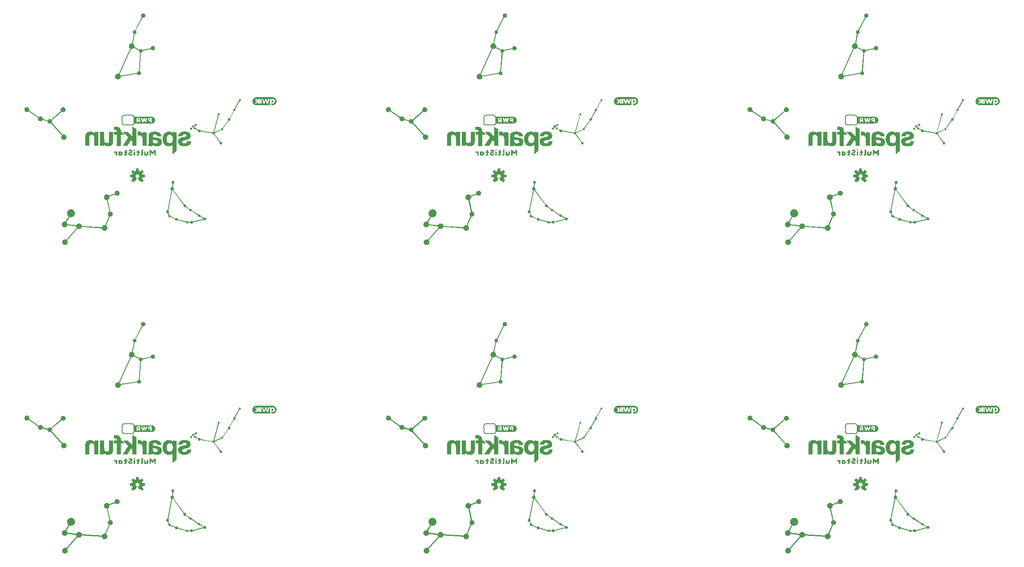
<source format=gbo>
G04 EAGLE Gerber RS-274X export*
G75*
%MOMM*%
%FSLAX34Y34*%
%LPD*%
%INSilkscreen Bottom*%
%IPPOS*%
%AMOC8*
5,1,8,0,0,1.08239X$1,22.5*%
G01*
%ADD10C,0.203200*%

G36*
X1943141Y140836D02*
X1943141Y140836D01*
X1943169Y140833D01*
X1943414Y140848D01*
X1943436Y140853D01*
X1943464Y140853D01*
X1943707Y140893D01*
X1943735Y140903D01*
X1943774Y140909D01*
X1944191Y141038D01*
X1944224Y141056D01*
X1944275Y141073D01*
X1944686Y141288D01*
X1944709Y141307D01*
X1944745Y141324D01*
X1944923Y141452D01*
X1944937Y141467D01*
X1944960Y141481D01*
X1945145Y141643D01*
X1945164Y141667D01*
X1945195Y141693D01*
X1945480Y142024D01*
X1945498Y142057D01*
X1945532Y142097D01*
X1945753Y142473D01*
X1945765Y142507D01*
X1945791Y142552D01*
X1945943Y142962D01*
X1945949Y142997D01*
X1945966Y143044D01*
X1946041Y143446D01*
X1946041Y143476D01*
X1946049Y143514D01*
X1946057Y143673D01*
X1967951Y149157D01*
X1967982Y149098D01*
X1968004Y149072D01*
X1968026Y149030D01*
X1968291Y148684D01*
X1968318Y148660D01*
X1968350Y148620D01*
X1968651Y148343D01*
X1968682Y148324D01*
X1968719Y148290D01*
X1969086Y148054D01*
X1969120Y148041D01*
X1969164Y148013D01*
X1969567Y147845D01*
X1969603Y147838D01*
X1969651Y147819D01*
X1970077Y147724D01*
X1970113Y147723D01*
X1970162Y147713D01*
X1970571Y147694D01*
X1970607Y147699D01*
X1970657Y147697D01*
X1971090Y147752D01*
X1971123Y147763D01*
X1971169Y147769D01*
X1971509Y147870D01*
X1971536Y147884D01*
X1971576Y147895D01*
X1971899Y148043D01*
X1971923Y148061D01*
X1971961Y148077D01*
X1972259Y148270D01*
X1972281Y148292D01*
X1972317Y148314D01*
X1972584Y148547D01*
X1972602Y148571D01*
X1972633Y148597D01*
X1972847Y148845D01*
X1972861Y148870D01*
X1972887Y148898D01*
X1973066Y149172D01*
X1973077Y149200D01*
X1973100Y149232D01*
X1973252Y149553D01*
X1973259Y149583D01*
X1973278Y149620D01*
X1973381Y149960D01*
X1973384Y149991D01*
X1973398Y150032D01*
X1973454Y150410D01*
X1973452Y150442D01*
X1973460Y150487D01*
X1973457Y150869D01*
X1973450Y150902D01*
X1973450Y150947D01*
X1973388Y151324D01*
X1973376Y151355D01*
X1973369Y151399D01*
X1973249Y151762D01*
X1973234Y151789D01*
X1973221Y151830D01*
X1973061Y152147D01*
X1973042Y152172D01*
X1973023Y152211D01*
X1972802Y152523D01*
X1972779Y152545D01*
X1972754Y152581D01*
X1972508Y152836D01*
X1972480Y152855D01*
X1972449Y152888D01*
X1972123Y153135D01*
X1972090Y153150D01*
X1972048Y153181D01*
X1971635Y153392D01*
X1971599Y153402D01*
X1971550Y153425D01*
X1971132Y153550D01*
X1971094Y153553D01*
X1971043Y153567D01*
X1970581Y153616D01*
X1970544Y153613D01*
X1970490Y153618D01*
X1970054Y153584D01*
X1970026Y153575D01*
X1969986Y153573D01*
X1969746Y153520D01*
X1969725Y153511D01*
X1969698Y153507D01*
X1969464Y153431D01*
X1969438Y153416D01*
X1969399Y153404D01*
X1969007Y153211D01*
X1968977Y153187D01*
X1968929Y153162D01*
X1968579Y152900D01*
X1968556Y152875D01*
X1968518Y152846D01*
X1968452Y152777D01*
X1961073Y156961D01*
X1961076Y156974D01*
X1961077Y157008D01*
X1961089Y157054D01*
X1961111Y157326D01*
X1961107Y157359D01*
X1961111Y157404D01*
X1961087Y157730D01*
X1961078Y157764D01*
X1961074Y157811D01*
X1961003Y158103D01*
X1960989Y158133D01*
X1960979Y158176D01*
X1960864Y158454D01*
X1960845Y158482D01*
X1960828Y158525D01*
X1960656Y158803D01*
X1960632Y158829D01*
X1960606Y158871D01*
X1960389Y159117D01*
X1960361Y159138D01*
X1960329Y159175D01*
X1960075Y159381D01*
X1960043Y159398D01*
X1960003Y159429D01*
X1959693Y159602D01*
X1959659Y159613D01*
X1959614Y159637D01*
X1959305Y159745D01*
X1959269Y159749D01*
X1959221Y159766D01*
X1958870Y159822D01*
X1958833Y159821D01*
X1958780Y159829D01*
X1958426Y159821D01*
X1958389Y159813D01*
X1958335Y159811D01*
X1957988Y159739D01*
X1957953Y159724D01*
X1957901Y159713D01*
X1957573Y159580D01*
X1957542Y159559D01*
X1957493Y159539D01*
X1957216Y159364D01*
X1957191Y159339D01*
X1957177Y159331D01*
X1943317Y168358D01*
X1943325Y168382D01*
X1943378Y168733D01*
X1943376Y168769D01*
X1943383Y168820D01*
X1943375Y169147D01*
X1943367Y169182D01*
X1943366Y169231D01*
X1943302Y169553D01*
X1943289Y169585D01*
X1943279Y169633D01*
X1943163Y169939D01*
X1943144Y169968D01*
X1943135Y169994D01*
X1943134Y169998D01*
X1943133Y170000D01*
X1943127Y170014D01*
X1942962Y170296D01*
X1942938Y170324D01*
X1942912Y170368D01*
X1942682Y170638D01*
X1942664Y170653D01*
X1942660Y170658D01*
X1942652Y170662D01*
X1942620Y170699D01*
X1942368Y170909D01*
X1942337Y170925D01*
X1942300Y170956D01*
X1942017Y171120D01*
X1941984Y171132D01*
X1941941Y171156D01*
X1941635Y171271D01*
X1941600Y171276D01*
X1941555Y171294D01*
X1941234Y171356D01*
X1941197Y171356D01*
X1941147Y171365D01*
X1940792Y171372D01*
X1940756Y171365D01*
X1940705Y171365D01*
X1940382Y171314D01*
X1940349Y171302D01*
X1940300Y171294D01*
X1939990Y171190D01*
X1939960Y171172D01*
X1939915Y171157D01*
X1939650Y171016D01*
X1939622Y170993D01*
X1939576Y170968D01*
X1939564Y170958D01*
X1931935Y176587D01*
X1931942Y176598D01*
X1931945Y176614D01*
X1931955Y176634D01*
X1932052Y176975D01*
X1932054Y177006D01*
X1932066Y177045D01*
X1932114Y177397D01*
X1932112Y177427D01*
X1932119Y177466D01*
X1932117Y177794D01*
X1932111Y177824D01*
X1932112Y177865D01*
X1932059Y178216D01*
X1932049Y178244D01*
X1932044Y178285D01*
X1931951Y178599D01*
X1931936Y178625D01*
X1931926Y178664D01*
X1931779Y178987D01*
X1931761Y179011D01*
X1931744Y179049D01*
X1931552Y179348D01*
X1931528Y179372D01*
X1931503Y179412D01*
X1931211Y179736D01*
X1931181Y179759D01*
X1931143Y179798D01*
X1930775Y180080D01*
X1930741Y180097D01*
X1930696Y180130D01*
X1930282Y180338D01*
X1930246Y180348D01*
X1930199Y180370D01*
X1929807Y180487D01*
X1929772Y180490D01*
X1929726Y180504D01*
X1929319Y180554D01*
X1929284Y180551D01*
X1929234Y180557D01*
X1928797Y180535D01*
X1928762Y180526D01*
X1928709Y180523D01*
X1928284Y180424D01*
X1928258Y180412D01*
X1928220Y180404D01*
X1928152Y180379D01*
X1905777Y210784D01*
X1905904Y210931D01*
X1905920Y210960D01*
X1905951Y210994D01*
X1906196Y211388D01*
X1906207Y211418D01*
X1906231Y211455D01*
X1906414Y211882D01*
X1906420Y211913D01*
X1906438Y211954D01*
X1906554Y212403D01*
X1906555Y212430D01*
X1906566Y212463D01*
X1906601Y212734D01*
X1906599Y212755D01*
X1906605Y212780D01*
X1906615Y213053D01*
X1906611Y213073D01*
X1906614Y213100D01*
X1906599Y213372D01*
X1906593Y213393D01*
X1906594Y213420D01*
X1906548Y213717D01*
X1906541Y213737D01*
X1906538Y213764D01*
X1906471Y214029D01*
X1906462Y214048D01*
X1906457Y214075D01*
X1906355Y214357D01*
X1906344Y214375D01*
X1906337Y214401D01*
X1906221Y214648D01*
X1906209Y214664D01*
X1906200Y214688D01*
X1906062Y214924D01*
X1906047Y214940D01*
X1906035Y214964D01*
X1905859Y215207D01*
X1905843Y215222D01*
X1905829Y215245D01*
X1905648Y215450D01*
X1905630Y215463D01*
X1905613Y215485D01*
X1905373Y215708D01*
X1905354Y215719D01*
X1905335Y215740D01*
X1905117Y215905D01*
X1905099Y215913D01*
X1905079Y215931D01*
X1904847Y216075D01*
X1904829Y216082D01*
X1904808Y216097D01*
X1904564Y216220D01*
X1904545Y216225D01*
X1904523Y216238D01*
X1904299Y216327D01*
X1905078Y223469D01*
X1905172Y223482D01*
X1905205Y223493D01*
X1905255Y223500D01*
X1905646Y223622D01*
X1905678Y223639D01*
X1905727Y223655D01*
X1906115Y223857D01*
X1906143Y223880D01*
X1906190Y223905D01*
X1906535Y224172D01*
X1906559Y224200D01*
X1906600Y224232D01*
X1906893Y224556D01*
X1906912Y224587D01*
X1906946Y224627D01*
X1907177Y224997D01*
X1907190Y225032D01*
X1907218Y225078D01*
X1907388Y225510D01*
X1907390Y225523D01*
X1907391Y225525D01*
X1907396Y225551D01*
X1907413Y225597D01*
X1907497Y226026D01*
X1907497Y226063D01*
X1907506Y226117D01*
X1907511Y226581D01*
X1907503Y226617D01*
X1907503Y226672D01*
X1907427Y227102D01*
X1907414Y227137D01*
X1907403Y227190D01*
X1907241Y227624D01*
X1907221Y227657D01*
X1907200Y227708D01*
X1906960Y228105D01*
X1906935Y228133D01*
X1906906Y228178D01*
X1906616Y228504D01*
X1906585Y228527D01*
X1906548Y228567D01*
X1906182Y228851D01*
X1906147Y228868D01*
X1906103Y228901D01*
X1905689Y229111D01*
X1905653Y229121D01*
X1905605Y229145D01*
X1905186Y229270D01*
X1905149Y229273D01*
X1905097Y229287D01*
X1904636Y229337D01*
X1904605Y229334D01*
X1904564Y229339D01*
X1904318Y229329D01*
X1904296Y229324D01*
X1904268Y229325D01*
X1904025Y229291D01*
X1904004Y229284D01*
X1903975Y229281D01*
X1903737Y229223D01*
X1903717Y229214D01*
X1903689Y229209D01*
X1903457Y229127D01*
X1903439Y229116D01*
X1903412Y229109D01*
X1903189Y229004D01*
X1903172Y228991D01*
X1903145Y228981D01*
X1902934Y228855D01*
X1902918Y228841D01*
X1902892Y228828D01*
X1902695Y228682D01*
X1902680Y228665D01*
X1902656Y228650D01*
X1902474Y228485D01*
X1902456Y228460D01*
X1902424Y228432D01*
X1902130Y228074D01*
X1902115Y228047D01*
X1902088Y228015D01*
X1901961Y227805D01*
X1901953Y227785D01*
X1901937Y227762D01*
X1901831Y227540D01*
X1901824Y227510D01*
X1901805Y227473D01*
X1901667Y227030D01*
X1901664Y227000D01*
X1901651Y226961D01*
X1901612Y226718D01*
X1901613Y226696D01*
X1901607Y226668D01*
X1901593Y226423D01*
X1901597Y226393D01*
X1901593Y226353D01*
X1901629Y225918D01*
X1901640Y225882D01*
X1901645Y225828D01*
X1901767Y225380D01*
X1901784Y225346D01*
X1901800Y225293D01*
X1902002Y224876D01*
X1902021Y224852D01*
X1902037Y224815D01*
X1902159Y224634D01*
X1902175Y224618D01*
X1902190Y224593D01*
X1902365Y224383D01*
X1902389Y224364D01*
X1902403Y224347D01*
X1902411Y224336D01*
X1902412Y224335D01*
X1902416Y224331D01*
X1902741Y224040D01*
X1902768Y224024D01*
X1902798Y223996D01*
X1903026Y223845D01*
X1903046Y223837D01*
X1903068Y223820D01*
X1903261Y223718D01*
X1903280Y223712D01*
X1903301Y223699D01*
X1903417Y223650D01*
X1902640Y216510D01*
X1902382Y216468D01*
X1902362Y216460D01*
X1902335Y216458D01*
X1902071Y216388D01*
X1902052Y216379D01*
X1902027Y216375D01*
X1901771Y216282D01*
X1901753Y216271D01*
X1901727Y216263D01*
X1901455Y216135D01*
X1901438Y216121D01*
X1901412Y216111D01*
X1901154Y215956D01*
X1901138Y215941D01*
X1901113Y215928D01*
X1900872Y215748D01*
X1900858Y215731D01*
X1900834Y215716D01*
X1900613Y215512D01*
X1900600Y215494D01*
X1900578Y215477D01*
X1900378Y215252D01*
X1900367Y215234D01*
X1900348Y215216D01*
X1900187Y214995D01*
X1900178Y214976D01*
X1900161Y214956D01*
X1900007Y214698D01*
X1900000Y214678D01*
X1899984Y214656D01*
X1899867Y214409D01*
X1899866Y214402D01*
X1899865Y214401D01*
X1899864Y214397D01*
X1899862Y214389D01*
X1899849Y214366D01*
X1899747Y214084D01*
X1899744Y214062D01*
X1899732Y214036D01*
X1899658Y213745D01*
X1899657Y213724D01*
X1899649Y213699D01*
X1899607Y213429D01*
X1899608Y213407D01*
X1899602Y213381D01*
X1899584Y213081D01*
X1899588Y213054D01*
X1899584Y213017D01*
X1899617Y212555D01*
X1899626Y212522D01*
X1899628Y212476D01*
X1899739Y211998D01*
X1899754Y211967D01*
X1899764Y211920D01*
X1899951Y211466D01*
X1899969Y211439D01*
X1899986Y211397D01*
X1900213Y211024D01*
X1900236Y210999D01*
X1900259Y210960D01*
X1900577Y210585D01*
X1900604Y210564D01*
X1900634Y210528D01*
X1900988Y210228D01*
X1901017Y210212D01*
X1901051Y210182D01*
X1901471Y209926D01*
X1901501Y209915D01*
X1901538Y209892D01*
X1901611Y209861D01*
X1893257Y168494D01*
X1893048Y168473D01*
X1893025Y168465D01*
X1892993Y168464D01*
X1892726Y168406D01*
X1892703Y168395D01*
X1892670Y168390D01*
X1892412Y168301D01*
X1892385Y168285D01*
X1892344Y168272D01*
X1891957Y168071D01*
X1891928Y168048D01*
X1891882Y168023D01*
X1891536Y167757D01*
X1891512Y167728D01*
X1891469Y167694D01*
X1891160Y167348D01*
X1891141Y167316D01*
X1891105Y167275D01*
X1890878Y166902D01*
X1890866Y166868D01*
X1890839Y166823D01*
X1890681Y166416D01*
X1890675Y166380D01*
X1890657Y166332D01*
X1890573Y165903D01*
X1890573Y165866D01*
X1890564Y165812D01*
X1890559Y165348D01*
X1890566Y165311D01*
X1890566Y165257D01*
X1890642Y164827D01*
X1890653Y164799D01*
X1890659Y164760D01*
X1890734Y164526D01*
X1890745Y164507D01*
X1890752Y164480D01*
X1890850Y164254D01*
X1890868Y164229D01*
X1890883Y164191D01*
X1891128Y163797D01*
X1891155Y163769D01*
X1891186Y163721D01*
X1891501Y163381D01*
X1891526Y163363D01*
X1891554Y163331D01*
X1891746Y163177D01*
X1891765Y163167D01*
X1891786Y163147D01*
X1891992Y163013D01*
X1892013Y163005D01*
X1892035Y162988D01*
X1892254Y162875D01*
X1892275Y162869D01*
X1892299Y162855D01*
X1892528Y162764D01*
X1892558Y162759D01*
X1892596Y162743D01*
X1893047Y162635D01*
X1893086Y162634D01*
X1893140Y162622D01*
X1893603Y162601D01*
X1893641Y162607D01*
X1893695Y162605D01*
X1893820Y162622D01*
X1895699Y158069D01*
X1895567Y157943D01*
X1895552Y157921D01*
X1895527Y157899D01*
X1895371Y157708D01*
X1895359Y157684D01*
X1895335Y157658D01*
X1895205Y157450D01*
X1895195Y157423D01*
X1895174Y157392D01*
X1895060Y157144D01*
X1895054Y157117D01*
X1895038Y157085D01*
X1894972Y156877D01*
X1894970Y156851D01*
X1894958Y156820D01*
X1894913Y156578D01*
X1894913Y156551D01*
X1894905Y156515D01*
X1894891Y156270D01*
X1894895Y156244D01*
X1894891Y156210D01*
X1894904Y155992D01*
X1894911Y155967D01*
X1894912Y155933D01*
X1894956Y155691D01*
X1894966Y155666D01*
X1894971Y155630D01*
X1895045Y155396D01*
X1895058Y155372D01*
X1895068Y155338D01*
X1895170Y155115D01*
X1895178Y155104D01*
X1895179Y155100D01*
X1895189Y155087D01*
X1895200Y155060D01*
X1895330Y154851D01*
X1895348Y154831D01*
X1895366Y154800D01*
X1895521Y154609D01*
X1895543Y154591D01*
X1895566Y154561D01*
X1895765Y154373D01*
X1895789Y154358D01*
X1895816Y154331D01*
X1896015Y154188D01*
X1896046Y154174D01*
X1896084Y154147D01*
X1896425Y153976D01*
X1896463Y153966D01*
X1896516Y153941D01*
X1896884Y153840D01*
X1896923Y153837D01*
X1896980Y153823D01*
X1897361Y153795D01*
X1897399Y153800D01*
X1897455Y153797D01*
X1897807Y153838D01*
X1897844Y153850D01*
X1897899Y153857D01*
X1898264Y153971D01*
X1898297Y153990D01*
X1898350Y154007D01*
X1898663Y154175D01*
X1898692Y154199D01*
X1898739Y154225D01*
X1899016Y154446D01*
X1899030Y154463D01*
X1899031Y154464D01*
X1899033Y154467D01*
X1899041Y154477D01*
X1899086Y154514D01*
X1899111Y154544D01*
X1908986Y150090D01*
X1908973Y150025D01*
X1908973Y149988D01*
X1908964Y149936D01*
X1908957Y149472D01*
X1908963Y149441D01*
X1908962Y149400D01*
X1908994Y149156D01*
X1909001Y149135D01*
X1909003Y149108D01*
X1909053Y148895D01*
X1909066Y148867D01*
X1909074Y148828D01*
X1909242Y148395D01*
X1909259Y148369D01*
X1909273Y148330D01*
X1909395Y148117D01*
X1909409Y148100D01*
X1909422Y148074D01*
X1909564Y147874D01*
X1909586Y147853D01*
X1909610Y147818D01*
X1909930Y147482D01*
X1909952Y147467D01*
X1909964Y147451D01*
X1909973Y147446D01*
X1909983Y147434D01*
X1910177Y147282D01*
X1910197Y147273D01*
X1910218Y147254D01*
X1910425Y147122D01*
X1910454Y147111D01*
X1910488Y147088D01*
X1910912Y146899D01*
X1910949Y146890D01*
X1911000Y146869D01*
X1911452Y146762D01*
X1911489Y146760D01*
X1911542Y146749D01*
X1911978Y146727D01*
X1912007Y146731D01*
X1912047Y146728D01*
X1912292Y146750D01*
X1912313Y146756D01*
X1912342Y146757D01*
X1912583Y146803D01*
X1912611Y146815D01*
X1912650Y146821D01*
X1913063Y146962D01*
X1913095Y146980D01*
X1913144Y146997D01*
X1913526Y147208D01*
X1913555Y147233D01*
X1913602Y147260D01*
X1913960Y147554D01*
X1913980Y147579D01*
X1914012Y147604D01*
X1914178Y147786D01*
X1914189Y147804D01*
X1914208Y147823D01*
X1914339Y147998D01*
X1914351Y148023D01*
X1914374Y148052D01*
X1914421Y148136D01*
X1931468Y143448D01*
X1931468Y143421D01*
X1931475Y143388D01*
X1931475Y143342D01*
X1931532Y143019D01*
X1931545Y142985D01*
X1931555Y142934D01*
X1931667Y142626D01*
X1931672Y142619D01*
X1931686Y142595D01*
X1931704Y142547D01*
X1931882Y142240D01*
X1931907Y142212D01*
X1931935Y142166D01*
X1932166Y141897D01*
X1932195Y141874D01*
X1932231Y141834D01*
X1932506Y141610D01*
X1932540Y141593D01*
X1932584Y141559D01*
X1932921Y141378D01*
X1932954Y141368D01*
X1932969Y141359D01*
X1932975Y141358D01*
X1933007Y141341D01*
X1933345Y141235D01*
X1933384Y141231D01*
X1933440Y141215D01*
X1933846Y141169D01*
X1933887Y141173D01*
X1933948Y141168D01*
X1934328Y141203D01*
X1934366Y141215D01*
X1934424Y141222D01*
X1934790Y141330D01*
X1934826Y141349D01*
X1934883Y141368D01*
X1935244Y141560D01*
X1935275Y141586D01*
X1935329Y141617D01*
X1935622Y141862D01*
X1935648Y141894D01*
X1935694Y141935D01*
X1935948Y142255D01*
X1935967Y142291D01*
X1936003Y142340D01*
X1936176Y142680D01*
X1936184Y142710D01*
X1936204Y142746D01*
X1936234Y142836D01*
X1940291Y142915D01*
X1940313Y142826D01*
X1940327Y142797D01*
X1940337Y142753D01*
X1940433Y142527D01*
X1940446Y142508D01*
X1940455Y142482D01*
X1940573Y142266D01*
X1940587Y142249D01*
X1940599Y142223D01*
X1940738Y142020D01*
X1940754Y142005D01*
X1940768Y141981D01*
X1940926Y141793D01*
X1940944Y141778D01*
X1940962Y141754D01*
X1941160Y141565D01*
X1941179Y141553D01*
X1941199Y141531D01*
X1941394Y141380D01*
X1941414Y141370D01*
X1941435Y141352D01*
X1941643Y141221D01*
X1941664Y141214D01*
X1941686Y141197D01*
X1941907Y141088D01*
X1941929Y141082D01*
X1941955Y141068D01*
X1942211Y140973D01*
X1942234Y140969D01*
X1942261Y140957D01*
X1942499Y140896D01*
X1942522Y140895D01*
X1942551Y140886D01*
X1942821Y140847D01*
X1942844Y140848D01*
X1942873Y140842D01*
X1943119Y140832D01*
X1943141Y140836D01*
G37*
G36*
X448935Y140836D02*
X448935Y140836D01*
X448963Y140833D01*
X449208Y140848D01*
X449230Y140853D01*
X449258Y140853D01*
X449501Y140893D01*
X449529Y140903D01*
X449568Y140909D01*
X449985Y141038D01*
X450018Y141056D01*
X450069Y141073D01*
X450480Y141288D01*
X450503Y141307D01*
X450539Y141324D01*
X450717Y141452D01*
X450731Y141467D01*
X450755Y141481D01*
X450940Y141643D01*
X450958Y141667D01*
X450989Y141693D01*
X451274Y142024D01*
X451292Y142057D01*
X451326Y142097D01*
X451548Y142473D01*
X451559Y142507D01*
X451586Y142552D01*
X451737Y142962D01*
X451743Y142997D01*
X451760Y143044D01*
X451835Y143446D01*
X451835Y143476D01*
X451843Y143514D01*
X451851Y143673D01*
X473745Y149157D01*
X473776Y149098D01*
X473798Y149072D01*
X473820Y149030D01*
X474085Y148684D01*
X474113Y148660D01*
X474144Y148620D01*
X474445Y148343D01*
X474476Y148324D01*
X474513Y148290D01*
X474880Y148054D01*
X474914Y148041D01*
X474958Y148013D01*
X475361Y147845D01*
X475397Y147838D01*
X475445Y147819D01*
X475871Y147724D01*
X475907Y147723D01*
X475957Y147713D01*
X476366Y147694D01*
X476401Y147699D01*
X476452Y147697D01*
X476885Y147752D01*
X476917Y147763D01*
X476963Y147769D01*
X477304Y147870D01*
X477331Y147884D01*
X477370Y147895D01*
X477693Y148043D01*
X477717Y148061D01*
X477755Y148077D01*
X478053Y148270D01*
X478076Y148292D01*
X478111Y148314D01*
X478378Y148547D01*
X478396Y148571D01*
X478427Y148597D01*
X478641Y148845D01*
X478655Y148870D01*
X478681Y148898D01*
X478860Y149172D01*
X478871Y149200D01*
X478894Y149232D01*
X479046Y149553D01*
X479053Y149583D01*
X479072Y149620D01*
X479176Y149960D01*
X479179Y149991D01*
X479192Y150032D01*
X479248Y150410D01*
X479247Y150442D01*
X479254Y150487D01*
X479251Y150869D01*
X479244Y150902D01*
X479244Y150947D01*
X479182Y151324D01*
X479170Y151355D01*
X479163Y151399D01*
X479044Y151762D01*
X479028Y151789D01*
X479015Y151830D01*
X478856Y152147D01*
X478836Y152172D01*
X478817Y152211D01*
X478596Y152523D01*
X478573Y152545D01*
X478548Y152581D01*
X478302Y152836D01*
X478274Y152855D01*
X478243Y152888D01*
X477917Y153135D01*
X477884Y153150D01*
X477842Y153181D01*
X477429Y153392D01*
X477393Y153402D01*
X477344Y153425D01*
X476926Y153550D01*
X476888Y153553D01*
X476837Y153567D01*
X476376Y153616D01*
X476338Y153613D01*
X476284Y153618D01*
X475848Y153584D01*
X475820Y153575D01*
X475780Y153573D01*
X475540Y153520D01*
X475520Y153511D01*
X475492Y153507D01*
X475258Y153431D01*
X475232Y153416D01*
X475193Y153404D01*
X474801Y153211D01*
X474771Y153187D01*
X474723Y153162D01*
X474374Y152900D01*
X474351Y152875D01*
X474312Y152846D01*
X474246Y152777D01*
X466867Y156961D01*
X466870Y156974D01*
X466871Y157008D01*
X466883Y157054D01*
X466905Y157326D01*
X466901Y157359D01*
X466905Y157404D01*
X466881Y157730D01*
X466872Y157764D01*
X466868Y157811D01*
X466798Y158103D01*
X466784Y158133D01*
X466774Y158176D01*
X466658Y158454D01*
X466640Y158482D01*
X466622Y158525D01*
X466450Y158803D01*
X466426Y158829D01*
X466400Y158871D01*
X466184Y159117D01*
X466156Y159138D01*
X466123Y159175D01*
X465869Y159381D01*
X465837Y159398D01*
X465797Y159429D01*
X465487Y159602D01*
X465453Y159613D01*
X465408Y159637D01*
X465099Y159745D01*
X465063Y159749D01*
X465015Y159766D01*
X464665Y159822D01*
X464627Y159821D01*
X464574Y159829D01*
X464220Y159821D01*
X464183Y159813D01*
X464129Y159811D01*
X463782Y159739D01*
X463748Y159724D01*
X463696Y159713D01*
X463367Y159580D01*
X463336Y159559D01*
X463287Y159539D01*
X463010Y159364D01*
X462985Y159339D01*
X462971Y159331D01*
X449112Y168358D01*
X449120Y168382D01*
X449172Y168733D01*
X449170Y168769D01*
X449178Y168820D01*
X449169Y169147D01*
X449161Y169182D01*
X449160Y169231D01*
X449096Y169553D01*
X449083Y169585D01*
X449073Y169633D01*
X448957Y169939D01*
X448939Y169968D01*
X448929Y169994D01*
X448928Y169998D01*
X448927Y170000D01*
X448921Y170014D01*
X448756Y170296D01*
X448732Y170324D01*
X448706Y170368D01*
X448476Y170638D01*
X448458Y170653D01*
X448454Y170658D01*
X448447Y170662D01*
X448414Y170699D01*
X448162Y170909D01*
X448132Y170925D01*
X448094Y170956D01*
X447811Y171120D01*
X447778Y171132D01*
X447736Y171156D01*
X447429Y171271D01*
X447394Y171276D01*
X447349Y171294D01*
X447028Y171356D01*
X446992Y171356D01*
X446941Y171365D01*
X446586Y171372D01*
X446551Y171365D01*
X446499Y171365D01*
X446176Y171314D01*
X446143Y171302D01*
X446094Y171294D01*
X445784Y171190D01*
X445754Y171172D01*
X445709Y171157D01*
X445444Y171016D01*
X445416Y170993D01*
X445371Y170968D01*
X445358Y170958D01*
X437730Y176587D01*
X437736Y176598D01*
X437739Y176614D01*
X437749Y176634D01*
X437846Y176975D01*
X437848Y177006D01*
X437861Y177045D01*
X437908Y177397D01*
X437906Y177427D01*
X437913Y177466D01*
X437911Y177794D01*
X437905Y177824D01*
X437906Y177865D01*
X437854Y178216D01*
X437843Y178244D01*
X437838Y178285D01*
X437745Y178599D01*
X437731Y178625D01*
X437720Y178664D01*
X437573Y178987D01*
X437555Y179011D01*
X437539Y179049D01*
X437346Y179348D01*
X437323Y179372D01*
X437297Y179412D01*
X437005Y179736D01*
X436975Y179759D01*
X436938Y179798D01*
X436569Y180080D01*
X436535Y180097D01*
X436490Y180130D01*
X436076Y180338D01*
X436040Y180348D01*
X435993Y180370D01*
X435601Y180487D01*
X435566Y180490D01*
X435520Y180504D01*
X435114Y180554D01*
X435078Y180551D01*
X435028Y180557D01*
X434592Y180535D01*
X434556Y180526D01*
X434503Y180523D01*
X434078Y180424D01*
X434052Y180412D01*
X434014Y180404D01*
X433947Y180379D01*
X411571Y210784D01*
X411698Y210931D01*
X411714Y210960D01*
X411745Y210994D01*
X411990Y211388D01*
X412001Y211418D01*
X412025Y211455D01*
X412208Y211882D01*
X412214Y211913D01*
X412232Y211954D01*
X412348Y212403D01*
X412350Y212430D01*
X412360Y212463D01*
X412395Y212734D01*
X412394Y212755D01*
X412399Y212780D01*
X412409Y213053D01*
X412405Y213073D01*
X412408Y213100D01*
X412393Y213372D01*
X412388Y213393D01*
X412388Y213420D01*
X412342Y213717D01*
X412335Y213737D01*
X412333Y213764D01*
X412265Y214029D01*
X412256Y214048D01*
X412251Y214075D01*
X412149Y214357D01*
X412139Y214375D01*
X412131Y214401D01*
X412015Y214648D01*
X412003Y214664D01*
X411994Y214688D01*
X411856Y214924D01*
X411841Y214940D01*
X411829Y214964D01*
X411653Y215207D01*
X411637Y215222D01*
X411623Y215245D01*
X411442Y215450D01*
X411424Y215463D01*
X411407Y215485D01*
X411167Y215708D01*
X411148Y215719D01*
X411129Y215740D01*
X410911Y215905D01*
X410893Y215913D01*
X410873Y215931D01*
X410641Y216075D01*
X410623Y216082D01*
X410602Y216097D01*
X410358Y216220D01*
X410339Y216225D01*
X410317Y216238D01*
X410093Y216327D01*
X410872Y223469D01*
X410966Y223482D01*
X410999Y223493D01*
X411049Y223500D01*
X411440Y223622D01*
X411472Y223639D01*
X411522Y223655D01*
X411909Y223857D01*
X411938Y223880D01*
X411984Y223905D01*
X412329Y224172D01*
X412353Y224200D01*
X412394Y224232D01*
X412687Y224556D01*
X412706Y224587D01*
X412741Y224627D01*
X412971Y224997D01*
X412985Y225032D01*
X413012Y225078D01*
X413182Y225510D01*
X413184Y225523D01*
X413186Y225525D01*
X413190Y225551D01*
X413208Y225597D01*
X413291Y226026D01*
X413291Y226063D01*
X413300Y226117D01*
X413305Y226581D01*
X413298Y226617D01*
X413297Y226672D01*
X413222Y227102D01*
X413208Y227137D01*
X413198Y227190D01*
X413035Y227624D01*
X413015Y227657D01*
X412995Y227708D01*
X412754Y228105D01*
X412729Y228133D01*
X412700Y228178D01*
X412410Y228504D01*
X412380Y228527D01*
X412343Y228567D01*
X411976Y228851D01*
X411941Y228868D01*
X411897Y228901D01*
X411483Y229111D01*
X411447Y229121D01*
X411399Y229145D01*
X410981Y229270D01*
X410943Y229273D01*
X410891Y229287D01*
X410430Y229337D01*
X410399Y229334D01*
X410358Y229339D01*
X410112Y229329D01*
X410091Y229324D01*
X410062Y229325D01*
X409819Y229291D01*
X409798Y229284D01*
X409770Y229281D01*
X409531Y229223D01*
X409511Y229214D01*
X409483Y229209D01*
X409251Y229127D01*
X409233Y229116D01*
X409206Y229109D01*
X408983Y229004D01*
X408966Y228991D01*
X408940Y228981D01*
X408728Y228855D01*
X408712Y228841D01*
X408687Y228828D01*
X408489Y228682D01*
X408474Y228665D01*
X408450Y228650D01*
X408268Y228485D01*
X408250Y228460D01*
X408219Y228432D01*
X407924Y228074D01*
X407909Y228047D01*
X407882Y228015D01*
X407755Y227805D01*
X407748Y227785D01*
X407732Y227762D01*
X407626Y227540D01*
X407618Y227510D01*
X407599Y227473D01*
X407462Y227030D01*
X407459Y227000D01*
X407445Y226961D01*
X407407Y226718D01*
X407408Y226696D01*
X407401Y226668D01*
X407387Y226423D01*
X407391Y226393D01*
X407388Y226353D01*
X407423Y225918D01*
X407434Y225882D01*
X407439Y225828D01*
X407561Y225380D01*
X407578Y225346D01*
X407594Y225293D01*
X407797Y224876D01*
X407815Y224852D01*
X407832Y224815D01*
X407954Y224634D01*
X407970Y224618D01*
X407984Y224593D01*
X408159Y224383D01*
X408183Y224364D01*
X408197Y224347D01*
X408205Y224336D01*
X408207Y224335D01*
X408210Y224331D01*
X408535Y224040D01*
X408562Y224024D01*
X408593Y223996D01*
X408820Y223845D01*
X408840Y223837D01*
X408862Y223820D01*
X409055Y223718D01*
X409074Y223712D01*
X409095Y223699D01*
X409212Y223650D01*
X408435Y216510D01*
X408176Y216468D01*
X408156Y216460D01*
X408129Y216458D01*
X407865Y216388D01*
X407847Y216379D01*
X407821Y216375D01*
X407565Y216282D01*
X407547Y216271D01*
X407521Y216263D01*
X407250Y216135D01*
X407232Y216121D01*
X407206Y216111D01*
X406949Y215956D01*
X406932Y215941D01*
X406907Y215928D01*
X406667Y215748D01*
X406652Y215731D01*
X406628Y215716D01*
X406407Y215512D01*
X406394Y215494D01*
X406372Y215477D01*
X406172Y215252D01*
X406161Y215234D01*
X406142Y215216D01*
X405981Y214995D01*
X405972Y214976D01*
X405955Y214956D01*
X405801Y214698D01*
X405794Y214678D01*
X405779Y214656D01*
X405662Y214409D01*
X405660Y214402D01*
X405659Y214401D01*
X405659Y214397D01*
X405657Y214389D01*
X405644Y214366D01*
X405541Y214084D01*
X405538Y214062D01*
X405526Y214036D01*
X405452Y213745D01*
X405451Y213724D01*
X405443Y213699D01*
X405401Y213429D01*
X405402Y213407D01*
X405396Y213381D01*
X405378Y213081D01*
X405382Y213054D01*
X405379Y213017D01*
X405411Y212555D01*
X405420Y212522D01*
X405422Y212476D01*
X405534Y211998D01*
X405548Y211967D01*
X405558Y211920D01*
X405745Y211466D01*
X405764Y211439D01*
X405780Y211397D01*
X406007Y211024D01*
X406030Y210999D01*
X406053Y210960D01*
X406372Y210585D01*
X406398Y210564D01*
X406429Y210528D01*
X406782Y210228D01*
X406811Y210212D01*
X406846Y210182D01*
X407265Y209926D01*
X407295Y209915D01*
X407332Y209892D01*
X407405Y209861D01*
X399051Y168494D01*
X398842Y168473D01*
X398819Y168465D01*
X398787Y168464D01*
X398520Y168406D01*
X398497Y168395D01*
X398464Y168390D01*
X398206Y168301D01*
X398179Y168285D01*
X398138Y168272D01*
X397751Y168071D01*
X397722Y168048D01*
X397676Y168023D01*
X397330Y167757D01*
X397306Y167728D01*
X397263Y167694D01*
X396954Y167348D01*
X396935Y167316D01*
X396900Y167275D01*
X396673Y166902D01*
X396660Y166868D01*
X396634Y166823D01*
X396476Y166416D01*
X396469Y166380D01*
X396451Y166332D01*
X396367Y165903D01*
X396367Y165866D01*
X396358Y165812D01*
X396353Y165348D01*
X396360Y165311D01*
X396361Y165257D01*
X396436Y164827D01*
X396447Y164799D01*
X396453Y164760D01*
X396529Y164526D01*
X396539Y164507D01*
X396546Y164480D01*
X396644Y164254D01*
X396662Y164229D01*
X396678Y164191D01*
X396922Y163797D01*
X396949Y163769D01*
X396980Y163721D01*
X397295Y163381D01*
X397321Y163363D01*
X397348Y163331D01*
X397540Y163177D01*
X397560Y163167D01*
X397581Y163147D01*
X397787Y163013D01*
X397807Y163005D01*
X397830Y162988D01*
X398048Y162875D01*
X398069Y162869D01*
X398094Y162855D01*
X398322Y162764D01*
X398352Y162759D01*
X398390Y162743D01*
X398842Y162635D01*
X398880Y162634D01*
X398934Y162622D01*
X399398Y162601D01*
X399435Y162607D01*
X399489Y162605D01*
X399614Y162622D01*
X401493Y158069D01*
X401361Y157943D01*
X401347Y157921D01*
X401321Y157899D01*
X401166Y157708D01*
X401153Y157684D01*
X401129Y157658D01*
X400999Y157450D01*
X400989Y157423D01*
X400968Y157392D01*
X400854Y157144D01*
X400848Y157117D01*
X400832Y157085D01*
X400767Y156877D01*
X400764Y156851D01*
X400752Y156820D01*
X400707Y156578D01*
X400707Y156551D01*
X400699Y156515D01*
X400685Y156270D01*
X400689Y156244D01*
X400685Y156210D01*
X400699Y155992D01*
X400705Y155967D01*
X400706Y155933D01*
X400750Y155691D01*
X400760Y155666D01*
X400765Y155630D01*
X400839Y155396D01*
X400852Y155372D01*
X400862Y155338D01*
X400965Y155115D01*
X400973Y155104D01*
X400974Y155100D01*
X400983Y155087D01*
X400994Y155060D01*
X401124Y154851D01*
X401143Y154831D01*
X401160Y154800D01*
X401315Y154609D01*
X401337Y154591D01*
X401360Y154561D01*
X401559Y154373D01*
X401583Y154358D01*
X401610Y154331D01*
X401810Y154188D01*
X401840Y154174D01*
X401878Y154147D01*
X402220Y153976D01*
X402258Y153966D01*
X402310Y153941D01*
X402678Y153840D01*
X402718Y153837D01*
X402774Y153823D01*
X403155Y153795D01*
X403193Y153800D01*
X403249Y153797D01*
X403601Y153838D01*
X403638Y153850D01*
X403693Y153857D01*
X404058Y153971D01*
X404091Y153990D01*
X404144Y154007D01*
X404457Y154175D01*
X404486Y154199D01*
X404533Y154225D01*
X404810Y154446D01*
X404824Y154463D01*
X404825Y154464D01*
X404827Y154467D01*
X404836Y154477D01*
X404880Y154514D01*
X404906Y154544D01*
X414780Y150090D01*
X414767Y150025D01*
X414767Y149988D01*
X414758Y149936D01*
X414752Y149472D01*
X414757Y149441D01*
X414756Y149400D01*
X414788Y149156D01*
X414795Y149135D01*
X414797Y149108D01*
X414847Y148895D01*
X414860Y148867D01*
X414868Y148828D01*
X415037Y148395D01*
X415053Y148369D01*
X415067Y148330D01*
X415189Y148117D01*
X415203Y148100D01*
X415216Y148074D01*
X415358Y147874D01*
X415381Y147853D01*
X415404Y147818D01*
X415724Y147482D01*
X415746Y147467D01*
X415758Y147451D01*
X415767Y147446D01*
X415778Y147434D01*
X415971Y147282D01*
X415991Y147273D01*
X416012Y147254D01*
X416219Y147122D01*
X416248Y147111D01*
X416282Y147088D01*
X416706Y146899D01*
X416743Y146890D01*
X416795Y146869D01*
X417246Y146762D01*
X417283Y146760D01*
X417336Y146749D01*
X417772Y146727D01*
X417802Y146731D01*
X417841Y146728D01*
X418086Y146750D01*
X418108Y146756D01*
X418136Y146757D01*
X418378Y146803D01*
X418405Y146815D01*
X418444Y146821D01*
X418858Y146962D01*
X418889Y146980D01*
X418938Y146997D01*
X419320Y147208D01*
X419349Y147233D01*
X419396Y147260D01*
X419754Y147554D01*
X419774Y147579D01*
X419807Y147604D01*
X419972Y147786D01*
X419983Y147804D01*
X420002Y147823D01*
X420133Y147998D01*
X420145Y148023D01*
X420168Y148052D01*
X420215Y148136D01*
X437262Y143448D01*
X437262Y143421D01*
X437269Y143388D01*
X437270Y143342D01*
X437326Y143019D01*
X437339Y142985D01*
X437349Y142934D01*
X437461Y142626D01*
X437466Y142619D01*
X437480Y142595D01*
X437498Y142547D01*
X437677Y142240D01*
X437702Y142212D01*
X437729Y142166D01*
X437960Y141897D01*
X437989Y141874D01*
X438025Y141834D01*
X438300Y141610D01*
X438334Y141593D01*
X438378Y141559D01*
X438715Y141378D01*
X438748Y141368D01*
X438764Y141359D01*
X438769Y141358D01*
X438801Y141341D01*
X439139Y141235D01*
X439179Y141231D01*
X439234Y141215D01*
X439641Y141169D01*
X439681Y141173D01*
X439742Y141168D01*
X440122Y141203D01*
X440160Y141215D01*
X440218Y141222D01*
X440584Y141330D01*
X440620Y141349D01*
X440677Y141368D01*
X441038Y141560D01*
X441070Y141586D01*
X441123Y141617D01*
X441417Y141862D01*
X441442Y141894D01*
X441488Y141935D01*
X441743Y142255D01*
X441761Y142291D01*
X441797Y142340D01*
X441970Y142680D01*
X441978Y142710D01*
X441998Y142746D01*
X442028Y142836D01*
X446085Y142915D01*
X446107Y142826D01*
X446121Y142797D01*
X446132Y142753D01*
X446227Y142527D01*
X446240Y142508D01*
X446249Y142482D01*
X446367Y142266D01*
X446381Y142249D01*
X446393Y142223D01*
X446532Y142020D01*
X446548Y142005D01*
X446562Y141981D01*
X446720Y141793D01*
X446739Y141778D01*
X446757Y141754D01*
X446954Y141565D01*
X446973Y141553D01*
X446994Y141531D01*
X447188Y141380D01*
X447208Y141370D01*
X447229Y141352D01*
X447438Y141221D01*
X447458Y141214D01*
X447480Y141197D01*
X447701Y141088D01*
X447723Y141082D01*
X447749Y141068D01*
X448005Y140973D01*
X448028Y140969D01*
X448055Y140957D01*
X448293Y140896D01*
X448316Y140895D01*
X448345Y140886D01*
X448615Y140847D01*
X448638Y140848D01*
X448667Y140842D01*
X448913Y140832D01*
X448935Y140836D01*
G37*
G36*
X1196025Y140836D02*
X1196025Y140836D01*
X1196053Y140833D01*
X1196298Y140848D01*
X1196320Y140853D01*
X1196348Y140853D01*
X1196591Y140893D01*
X1196619Y140903D01*
X1196659Y140909D01*
X1197075Y141038D01*
X1197108Y141056D01*
X1197159Y141073D01*
X1197570Y141288D01*
X1197593Y141307D01*
X1197630Y141324D01*
X1197807Y141452D01*
X1197822Y141467D01*
X1197845Y141481D01*
X1198030Y141643D01*
X1198048Y141667D01*
X1198080Y141693D01*
X1198364Y142024D01*
X1198382Y142057D01*
X1198416Y142097D01*
X1198638Y142473D01*
X1198650Y142507D01*
X1198676Y142552D01*
X1198828Y142962D01*
X1198833Y142997D01*
X1198850Y143044D01*
X1198925Y143446D01*
X1198925Y143476D01*
X1198933Y143514D01*
X1198941Y143673D01*
X1220835Y149157D01*
X1220866Y149098D01*
X1220888Y149072D01*
X1220910Y149030D01*
X1221176Y148684D01*
X1221203Y148660D01*
X1221234Y148620D01*
X1221535Y148343D01*
X1221566Y148324D01*
X1221603Y148290D01*
X1221970Y148054D01*
X1222005Y148041D01*
X1222048Y148013D01*
X1222451Y147845D01*
X1222487Y147838D01*
X1222535Y147819D01*
X1222961Y147724D01*
X1222997Y147723D01*
X1223047Y147713D01*
X1223456Y147694D01*
X1223491Y147699D01*
X1223542Y147697D01*
X1223975Y147752D01*
X1224007Y147763D01*
X1224054Y147769D01*
X1224394Y147870D01*
X1224421Y147884D01*
X1224460Y147895D01*
X1224783Y148043D01*
X1224808Y148061D01*
X1224846Y148077D01*
X1225144Y148270D01*
X1225166Y148292D01*
X1225201Y148314D01*
X1225468Y148547D01*
X1225486Y148571D01*
X1225518Y148597D01*
X1225732Y148845D01*
X1225746Y148870D01*
X1225771Y148898D01*
X1225951Y149172D01*
X1225962Y149200D01*
X1225984Y149232D01*
X1226136Y149553D01*
X1226143Y149583D01*
X1226162Y149620D01*
X1226266Y149960D01*
X1226269Y149991D01*
X1226282Y150032D01*
X1226339Y150410D01*
X1226337Y150442D01*
X1226344Y150487D01*
X1226341Y150869D01*
X1226334Y150902D01*
X1226335Y150947D01*
X1226272Y151324D01*
X1226260Y151355D01*
X1226254Y151399D01*
X1226134Y151762D01*
X1226118Y151789D01*
X1226106Y151830D01*
X1225946Y152147D01*
X1225926Y152172D01*
X1225907Y152211D01*
X1225686Y152523D01*
X1225663Y152545D01*
X1225638Y152581D01*
X1225392Y152836D01*
X1225365Y152855D01*
X1225334Y152888D01*
X1225007Y153135D01*
X1224974Y153150D01*
X1224933Y153181D01*
X1224519Y153392D01*
X1224483Y153402D01*
X1224435Y153425D01*
X1224016Y153550D01*
X1223979Y153553D01*
X1223927Y153567D01*
X1223466Y153616D01*
X1223428Y153613D01*
X1223374Y153618D01*
X1222939Y153584D01*
X1222910Y153575D01*
X1222870Y153573D01*
X1222630Y153520D01*
X1222610Y153511D01*
X1222582Y153507D01*
X1222348Y153431D01*
X1222322Y153416D01*
X1222283Y153404D01*
X1221892Y153211D01*
X1221862Y153187D01*
X1221813Y153162D01*
X1221464Y152900D01*
X1221441Y152875D01*
X1221402Y152846D01*
X1221337Y152777D01*
X1213957Y156961D01*
X1213960Y156974D01*
X1213962Y157008D01*
X1213973Y157054D01*
X1213995Y157326D01*
X1213991Y157359D01*
X1213996Y157404D01*
X1213971Y157730D01*
X1213962Y157764D01*
X1213959Y157811D01*
X1213888Y158103D01*
X1213874Y158133D01*
X1213864Y158176D01*
X1213749Y158454D01*
X1213730Y158482D01*
X1213712Y158525D01*
X1213540Y158803D01*
X1213516Y158829D01*
X1213490Y158871D01*
X1213274Y159117D01*
X1213246Y159138D01*
X1213213Y159175D01*
X1212959Y159381D01*
X1212927Y159398D01*
X1212887Y159429D01*
X1212578Y159602D01*
X1212543Y159613D01*
X1212498Y159637D01*
X1212189Y159745D01*
X1212153Y159749D01*
X1212105Y159766D01*
X1211755Y159822D01*
X1211717Y159821D01*
X1211665Y159829D01*
X1211310Y159821D01*
X1211273Y159813D01*
X1211219Y159811D01*
X1210872Y159739D01*
X1210838Y159724D01*
X1210786Y159713D01*
X1210457Y159580D01*
X1210426Y159559D01*
X1210377Y159539D01*
X1210100Y159364D01*
X1210075Y159339D01*
X1210061Y159331D01*
X1196202Y168358D01*
X1196210Y168382D01*
X1196262Y168733D01*
X1196261Y168769D01*
X1196268Y168820D01*
X1196259Y169147D01*
X1196251Y169182D01*
X1196250Y169231D01*
X1196186Y169553D01*
X1196173Y169585D01*
X1196163Y169633D01*
X1196047Y169939D01*
X1196029Y169968D01*
X1196019Y169994D01*
X1196018Y169998D01*
X1196017Y170000D01*
X1196012Y170014D01*
X1195847Y170296D01*
X1195822Y170324D01*
X1195796Y170368D01*
X1195567Y170638D01*
X1195548Y170653D01*
X1195545Y170658D01*
X1195537Y170662D01*
X1195505Y170699D01*
X1195253Y170909D01*
X1195222Y170925D01*
X1195184Y170956D01*
X1194901Y171120D01*
X1194868Y171132D01*
X1194826Y171156D01*
X1194519Y171271D01*
X1194485Y171276D01*
X1194439Y171294D01*
X1194118Y171356D01*
X1194082Y171356D01*
X1194031Y171365D01*
X1193676Y171372D01*
X1193641Y171365D01*
X1193590Y171365D01*
X1193266Y171314D01*
X1193233Y171302D01*
X1193185Y171294D01*
X1192874Y171190D01*
X1192845Y171172D01*
X1192799Y171157D01*
X1192534Y171016D01*
X1192506Y170993D01*
X1192461Y170968D01*
X1192448Y170958D01*
X1184820Y176587D01*
X1184827Y176598D01*
X1184829Y176614D01*
X1184839Y176634D01*
X1184936Y176975D01*
X1184939Y177006D01*
X1184951Y177045D01*
X1184998Y177397D01*
X1184996Y177427D01*
X1185003Y177466D01*
X1185001Y177794D01*
X1184995Y177824D01*
X1184996Y177865D01*
X1184944Y178216D01*
X1184933Y178244D01*
X1184928Y178285D01*
X1184835Y178599D01*
X1184821Y178625D01*
X1184811Y178664D01*
X1184663Y178987D01*
X1184645Y179011D01*
X1184629Y179049D01*
X1184436Y179348D01*
X1184413Y179372D01*
X1184388Y179412D01*
X1184095Y179736D01*
X1184065Y179759D01*
X1184028Y179798D01*
X1183659Y180080D01*
X1183625Y180097D01*
X1183580Y180130D01*
X1183166Y180338D01*
X1183130Y180348D01*
X1183084Y180370D01*
X1182691Y180487D01*
X1182656Y180490D01*
X1182610Y180504D01*
X1182204Y180554D01*
X1182168Y180551D01*
X1182118Y180557D01*
X1181682Y180535D01*
X1181646Y180526D01*
X1181593Y180523D01*
X1181168Y180424D01*
X1181142Y180412D01*
X1181104Y180404D01*
X1181037Y180379D01*
X1158661Y210784D01*
X1158788Y210931D01*
X1158805Y210960D01*
X1158835Y210994D01*
X1159080Y211388D01*
X1159091Y211418D01*
X1159115Y211455D01*
X1159298Y211882D01*
X1159305Y211913D01*
X1159323Y211954D01*
X1159438Y212403D01*
X1159440Y212430D01*
X1159450Y212463D01*
X1159485Y212734D01*
X1159484Y212755D01*
X1159489Y212780D01*
X1159499Y213053D01*
X1159496Y213073D01*
X1159499Y213100D01*
X1159483Y213372D01*
X1159478Y213393D01*
X1159478Y213420D01*
X1159432Y213717D01*
X1159425Y213737D01*
X1159423Y213764D01*
X1159355Y214029D01*
X1159346Y214048D01*
X1159341Y214075D01*
X1159240Y214357D01*
X1159229Y214375D01*
X1159222Y214401D01*
X1159105Y214648D01*
X1159093Y214664D01*
X1159084Y214688D01*
X1158946Y214924D01*
X1158932Y214940D01*
X1158920Y214964D01*
X1158743Y215207D01*
X1158728Y215222D01*
X1158713Y215245D01*
X1158532Y215450D01*
X1158515Y215463D01*
X1158498Y215485D01*
X1158257Y215708D01*
X1158238Y215719D01*
X1158219Y215740D01*
X1158001Y215905D01*
X1157983Y215913D01*
X1157964Y215931D01*
X1157732Y216075D01*
X1157713Y216082D01*
X1157692Y216097D01*
X1157449Y216220D01*
X1157429Y216225D01*
X1157408Y216238D01*
X1157183Y216327D01*
X1157962Y223469D01*
X1158056Y223482D01*
X1158090Y223493D01*
X1158139Y223500D01*
X1158530Y223622D01*
X1158562Y223639D01*
X1158612Y223655D01*
X1158999Y223857D01*
X1159028Y223880D01*
X1159074Y223905D01*
X1159419Y224172D01*
X1159444Y224200D01*
X1159485Y224232D01*
X1159777Y224556D01*
X1159796Y224587D01*
X1159831Y224627D01*
X1160062Y224997D01*
X1160075Y225032D01*
X1160102Y225078D01*
X1160272Y225510D01*
X1160275Y225523D01*
X1160276Y225525D01*
X1160280Y225551D01*
X1160298Y225597D01*
X1160381Y226026D01*
X1160381Y226063D01*
X1160391Y226117D01*
X1160395Y226581D01*
X1160388Y226617D01*
X1160387Y226672D01*
X1160312Y227102D01*
X1160298Y227137D01*
X1160288Y227190D01*
X1160125Y227624D01*
X1160105Y227657D01*
X1160085Y227708D01*
X1159844Y228105D01*
X1159819Y228133D01*
X1159790Y228178D01*
X1159500Y228504D01*
X1159470Y228527D01*
X1159433Y228567D01*
X1159066Y228851D01*
X1159031Y228868D01*
X1158987Y228901D01*
X1158574Y229111D01*
X1158538Y229121D01*
X1158489Y229145D01*
X1158071Y229270D01*
X1158033Y229273D01*
X1157981Y229287D01*
X1157520Y229337D01*
X1157489Y229334D01*
X1157448Y229339D01*
X1157202Y229329D01*
X1157181Y229324D01*
X1157152Y229325D01*
X1156909Y229291D01*
X1156888Y229284D01*
X1156860Y229281D01*
X1156621Y229223D01*
X1156601Y229214D01*
X1156573Y229209D01*
X1156341Y229127D01*
X1156323Y229116D01*
X1156296Y229109D01*
X1156074Y229004D01*
X1156056Y228991D01*
X1156030Y228981D01*
X1155818Y228855D01*
X1155802Y228841D01*
X1155777Y228828D01*
X1155579Y228682D01*
X1155564Y228665D01*
X1155541Y228650D01*
X1155359Y228485D01*
X1155340Y228460D01*
X1155309Y228432D01*
X1155014Y228074D01*
X1155000Y228047D01*
X1154972Y228015D01*
X1154845Y227805D01*
X1154838Y227785D01*
X1154822Y227762D01*
X1154716Y227540D01*
X1154708Y227510D01*
X1154690Y227473D01*
X1154552Y227030D01*
X1154549Y227000D01*
X1154536Y226961D01*
X1154497Y226718D01*
X1154498Y226696D01*
X1154491Y226668D01*
X1154477Y226423D01*
X1154481Y226393D01*
X1154478Y226353D01*
X1154514Y225918D01*
X1154524Y225882D01*
X1154529Y225828D01*
X1154651Y225380D01*
X1154668Y225346D01*
X1154684Y225293D01*
X1154887Y224876D01*
X1154905Y224852D01*
X1154922Y224815D01*
X1155044Y224634D01*
X1155060Y224618D01*
X1155074Y224593D01*
X1155249Y224383D01*
X1155274Y224364D01*
X1155287Y224347D01*
X1155296Y224336D01*
X1155297Y224335D01*
X1155300Y224331D01*
X1155625Y224040D01*
X1155652Y224024D01*
X1155683Y223996D01*
X1155911Y223845D01*
X1155930Y223837D01*
X1155952Y223820D01*
X1156146Y223718D01*
X1156164Y223712D01*
X1156186Y223699D01*
X1156302Y223650D01*
X1155525Y216510D01*
X1155266Y216468D01*
X1155246Y216460D01*
X1155219Y216458D01*
X1154955Y216388D01*
X1154937Y216379D01*
X1154912Y216375D01*
X1154655Y216282D01*
X1154637Y216271D01*
X1154611Y216263D01*
X1154340Y216135D01*
X1154322Y216121D01*
X1154296Y216111D01*
X1154039Y215956D01*
X1154022Y215941D01*
X1153997Y215928D01*
X1153757Y215748D01*
X1153742Y215731D01*
X1153718Y215716D01*
X1153497Y215512D01*
X1153484Y215494D01*
X1153462Y215477D01*
X1153262Y215252D01*
X1153252Y215234D01*
X1153232Y215216D01*
X1153071Y214995D01*
X1153062Y214976D01*
X1153045Y214956D01*
X1152891Y214698D01*
X1152884Y214678D01*
X1152869Y214656D01*
X1152752Y214409D01*
X1152750Y214402D01*
X1152749Y214401D01*
X1152749Y214397D01*
X1152747Y214389D01*
X1152734Y214366D01*
X1152631Y214084D01*
X1152628Y214062D01*
X1152616Y214036D01*
X1152542Y213745D01*
X1152541Y213724D01*
X1152533Y213699D01*
X1152491Y213429D01*
X1152492Y213407D01*
X1152486Y213381D01*
X1152468Y213081D01*
X1152472Y213054D01*
X1152469Y213017D01*
X1152501Y212555D01*
X1152510Y212522D01*
X1152513Y212476D01*
X1152624Y211998D01*
X1152638Y211967D01*
X1152648Y211920D01*
X1152835Y211466D01*
X1152854Y211439D01*
X1152870Y211397D01*
X1153097Y211024D01*
X1153120Y210999D01*
X1153144Y210960D01*
X1153462Y210585D01*
X1153488Y210564D01*
X1153519Y210528D01*
X1153872Y210228D01*
X1153901Y210212D01*
X1153936Y210182D01*
X1154355Y209926D01*
X1154386Y209915D01*
X1154423Y209892D01*
X1154495Y209861D01*
X1146142Y168494D01*
X1145933Y168473D01*
X1145909Y168465D01*
X1145877Y168464D01*
X1145610Y168406D01*
X1145587Y168395D01*
X1145554Y168390D01*
X1145296Y168301D01*
X1145269Y168285D01*
X1145229Y168272D01*
X1144841Y168071D01*
X1144813Y168048D01*
X1144766Y168023D01*
X1144421Y167757D01*
X1144396Y167728D01*
X1144353Y167694D01*
X1144044Y167348D01*
X1144025Y167316D01*
X1143990Y167275D01*
X1143763Y166902D01*
X1143750Y166868D01*
X1143724Y166823D01*
X1143566Y166416D01*
X1143560Y166380D01*
X1143541Y166332D01*
X1143457Y165903D01*
X1143457Y165866D01*
X1143448Y165812D01*
X1143443Y165348D01*
X1143450Y165311D01*
X1143451Y165257D01*
X1143526Y164827D01*
X1143537Y164799D01*
X1143543Y164760D01*
X1143619Y164526D01*
X1143629Y164507D01*
X1143636Y164480D01*
X1143735Y164254D01*
X1143752Y164229D01*
X1143768Y164191D01*
X1144012Y163797D01*
X1144039Y163769D01*
X1144070Y163721D01*
X1144385Y163381D01*
X1144411Y163363D01*
X1144439Y163331D01*
X1144630Y163177D01*
X1144650Y163167D01*
X1144671Y163147D01*
X1144877Y163013D01*
X1144897Y163005D01*
X1144920Y162988D01*
X1145138Y162875D01*
X1145159Y162869D01*
X1145184Y162855D01*
X1145412Y162764D01*
X1145442Y162759D01*
X1145481Y162743D01*
X1145932Y162635D01*
X1145970Y162634D01*
X1146024Y162622D01*
X1146488Y162601D01*
X1146525Y162607D01*
X1146579Y162605D01*
X1146704Y162622D01*
X1148583Y158069D01*
X1148452Y157943D01*
X1148437Y157921D01*
X1148411Y157899D01*
X1148256Y157708D01*
X1148243Y157684D01*
X1148220Y157658D01*
X1148089Y157450D01*
X1148079Y157423D01*
X1148058Y157392D01*
X1147944Y157144D01*
X1147938Y157117D01*
X1147922Y157085D01*
X1147857Y156877D01*
X1147854Y156851D01*
X1147843Y156820D01*
X1147797Y156578D01*
X1147798Y156551D01*
X1147790Y156515D01*
X1147775Y156270D01*
X1147779Y156244D01*
X1147775Y156210D01*
X1147789Y155992D01*
X1147796Y155967D01*
X1147796Y155933D01*
X1147840Y155691D01*
X1147850Y155666D01*
X1147855Y155630D01*
X1147929Y155396D01*
X1147943Y155372D01*
X1147952Y155338D01*
X1148055Y155115D01*
X1148063Y155104D01*
X1148064Y155100D01*
X1148073Y155087D01*
X1148084Y155060D01*
X1148214Y154851D01*
X1148233Y154831D01*
X1148251Y154800D01*
X1148406Y154609D01*
X1148428Y154591D01*
X1148451Y154561D01*
X1148649Y154373D01*
X1148674Y154358D01*
X1148700Y154331D01*
X1148900Y154188D01*
X1148931Y154174D01*
X1148968Y154147D01*
X1149310Y153976D01*
X1149348Y153966D01*
X1149400Y153941D01*
X1149768Y153840D01*
X1149808Y153837D01*
X1149864Y153823D01*
X1150245Y153795D01*
X1150283Y153800D01*
X1150339Y153797D01*
X1150692Y153838D01*
X1150728Y153850D01*
X1150783Y153857D01*
X1151148Y153971D01*
X1151182Y153990D01*
X1151234Y154007D01*
X1151547Y154175D01*
X1151576Y154199D01*
X1151623Y154225D01*
X1151900Y154446D01*
X1151914Y154463D01*
X1151916Y154464D01*
X1151918Y154467D01*
X1151926Y154477D01*
X1151970Y154514D01*
X1151996Y154544D01*
X1161870Y150090D01*
X1161857Y150025D01*
X1161858Y149988D01*
X1161848Y149936D01*
X1161842Y149472D01*
X1161848Y149441D01*
X1161846Y149400D01*
X1161879Y149156D01*
X1161886Y149135D01*
X1161887Y149108D01*
X1161937Y148895D01*
X1161950Y148867D01*
X1161958Y148828D01*
X1162127Y148395D01*
X1162143Y148369D01*
X1162158Y148330D01*
X1162279Y148117D01*
X1162294Y148100D01*
X1162306Y148074D01*
X1162448Y147874D01*
X1162471Y147853D01*
X1162494Y147818D01*
X1162814Y147482D01*
X1162836Y147467D01*
X1162848Y147451D01*
X1162857Y147446D01*
X1162868Y147434D01*
X1163061Y147282D01*
X1163081Y147273D01*
X1163102Y147254D01*
X1163310Y147122D01*
X1163338Y147111D01*
X1163373Y147088D01*
X1163796Y146899D01*
X1163833Y146890D01*
X1163885Y146869D01*
X1164336Y146762D01*
X1164374Y146760D01*
X1164426Y146749D01*
X1164862Y146727D01*
X1164892Y146731D01*
X1164932Y146728D01*
X1165176Y146750D01*
X1165198Y146756D01*
X1165226Y146757D01*
X1165468Y146803D01*
X1165495Y146815D01*
X1165534Y146821D01*
X1165948Y146962D01*
X1165979Y146980D01*
X1166028Y146997D01*
X1166410Y147208D01*
X1166439Y147233D01*
X1166486Y147260D01*
X1166845Y147554D01*
X1166864Y147579D01*
X1166897Y147604D01*
X1167062Y147786D01*
X1167073Y147804D01*
X1167093Y147823D01*
X1167223Y147998D01*
X1167235Y148023D01*
X1167258Y148052D01*
X1167306Y148136D01*
X1184352Y143448D01*
X1184352Y143421D01*
X1184360Y143388D01*
X1184360Y143342D01*
X1184416Y143019D01*
X1184430Y142985D01*
X1184439Y142934D01*
X1184551Y142626D01*
X1184556Y142619D01*
X1184571Y142595D01*
X1184589Y142547D01*
X1184767Y142240D01*
X1184792Y142212D01*
X1184819Y142166D01*
X1185050Y141897D01*
X1185080Y141874D01*
X1185115Y141834D01*
X1185391Y141610D01*
X1185425Y141593D01*
X1185469Y141559D01*
X1185805Y141378D01*
X1185839Y141368D01*
X1185854Y141359D01*
X1185859Y141358D01*
X1185891Y141341D01*
X1186230Y141235D01*
X1186269Y141231D01*
X1186324Y141215D01*
X1186731Y141169D01*
X1186771Y141173D01*
X1186832Y141168D01*
X1187212Y141203D01*
X1187250Y141215D01*
X1187308Y141222D01*
X1187674Y141330D01*
X1187710Y141349D01*
X1187767Y141368D01*
X1188128Y141560D01*
X1188160Y141586D01*
X1188213Y141617D01*
X1188507Y141862D01*
X1188532Y141894D01*
X1188578Y141935D01*
X1188833Y142255D01*
X1188851Y142291D01*
X1188887Y142340D01*
X1189060Y142680D01*
X1189068Y142710D01*
X1189088Y142746D01*
X1189118Y142836D01*
X1193175Y142915D01*
X1193197Y142826D01*
X1193211Y142797D01*
X1193222Y142753D01*
X1193317Y142527D01*
X1193330Y142508D01*
X1193339Y142482D01*
X1193457Y142266D01*
X1193471Y142249D01*
X1193483Y142223D01*
X1193622Y142020D01*
X1193638Y142005D01*
X1193652Y141981D01*
X1193811Y141793D01*
X1193829Y141778D01*
X1193847Y141754D01*
X1194044Y141565D01*
X1194064Y141553D01*
X1194084Y141531D01*
X1194278Y141380D01*
X1194298Y141370D01*
X1194319Y141352D01*
X1194528Y141221D01*
X1194548Y141214D01*
X1194571Y141197D01*
X1194791Y141088D01*
X1194813Y141082D01*
X1194839Y141068D01*
X1195095Y140973D01*
X1195118Y140969D01*
X1195145Y140957D01*
X1195383Y140896D01*
X1195406Y140895D01*
X1195435Y140886D01*
X1195705Y140847D01*
X1195728Y140848D01*
X1195757Y140842D01*
X1196003Y140832D01*
X1196025Y140836D01*
G37*
G36*
X448935Y778833D02*
X448935Y778833D01*
X448963Y778830D01*
X449208Y778845D01*
X449230Y778851D01*
X449258Y778850D01*
X449501Y778890D01*
X449529Y778901D01*
X449568Y778906D01*
X449985Y779035D01*
X450018Y779053D01*
X450069Y779070D01*
X450480Y779285D01*
X450503Y779304D01*
X450539Y779321D01*
X450717Y779449D01*
X450731Y779464D01*
X450755Y779479D01*
X450940Y779640D01*
X450958Y779665D01*
X450989Y779691D01*
X451274Y780022D01*
X451292Y780054D01*
X451326Y780094D01*
X451548Y780470D01*
X451559Y780504D01*
X451586Y780550D01*
X451737Y780959D01*
X451743Y780994D01*
X451760Y781041D01*
X451835Y781443D01*
X451835Y781473D01*
X451843Y781511D01*
X451851Y781670D01*
X473745Y787154D01*
X473776Y787096D01*
X473798Y787069D01*
X473820Y787027D01*
X474085Y786681D01*
X474113Y786657D01*
X474144Y786617D01*
X474445Y786340D01*
X474476Y786321D01*
X474513Y786287D01*
X474880Y786051D01*
X474914Y786038D01*
X474958Y786010D01*
X475361Y785842D01*
X475397Y785835D01*
X475445Y785816D01*
X475871Y785721D01*
X475907Y785720D01*
X475957Y785710D01*
X476366Y785691D01*
X476401Y785696D01*
X476452Y785694D01*
X476885Y785750D01*
X476917Y785760D01*
X476963Y785766D01*
X477304Y785867D01*
X477331Y785881D01*
X477370Y785892D01*
X477693Y786040D01*
X477717Y786058D01*
X477755Y786074D01*
X478053Y786267D01*
X478076Y786289D01*
X478111Y786311D01*
X478378Y786545D01*
X478396Y786568D01*
X478427Y786594D01*
X478641Y786842D01*
X478655Y786867D01*
X478681Y786895D01*
X478860Y787169D01*
X478871Y787197D01*
X478894Y787229D01*
X479046Y787550D01*
X479053Y787580D01*
X479072Y787617D01*
X479176Y787957D01*
X479179Y787988D01*
X479192Y788029D01*
X479248Y788407D01*
X479247Y788440D01*
X479254Y788484D01*
X479251Y788867D01*
X479244Y788899D01*
X479244Y788944D01*
X479182Y789321D01*
X479170Y789352D01*
X479163Y789396D01*
X479044Y789759D01*
X479028Y789786D01*
X479015Y789827D01*
X478856Y790144D01*
X478836Y790169D01*
X478817Y790208D01*
X478596Y790520D01*
X478573Y790542D01*
X478548Y790578D01*
X478302Y790833D01*
X478274Y790852D01*
X478243Y790885D01*
X477917Y791132D01*
X477884Y791148D01*
X477842Y791178D01*
X477429Y791389D01*
X477393Y791399D01*
X477344Y791423D01*
X476926Y791547D01*
X476888Y791550D01*
X476837Y791565D01*
X476376Y791614D01*
X476338Y791610D01*
X476284Y791615D01*
X475848Y791581D01*
X475820Y791573D01*
X475780Y791571D01*
X475540Y791518D01*
X475520Y791509D01*
X475492Y791504D01*
X475258Y791428D01*
X475232Y791413D01*
X475193Y791401D01*
X474801Y791208D01*
X474771Y791185D01*
X474723Y791160D01*
X474374Y790898D01*
X474351Y790872D01*
X474312Y790843D01*
X474246Y790774D01*
X466867Y794958D01*
X466870Y794971D01*
X466871Y795005D01*
X466883Y795051D01*
X466905Y795324D01*
X466901Y795356D01*
X466905Y795401D01*
X466881Y795728D01*
X466872Y795761D01*
X466868Y795808D01*
X466798Y796100D01*
X466784Y796130D01*
X466774Y796174D01*
X466658Y796451D01*
X466640Y796479D01*
X466622Y796522D01*
X466450Y796800D01*
X466426Y796826D01*
X466400Y796868D01*
X466184Y797114D01*
X466156Y797135D01*
X466123Y797172D01*
X465869Y797378D01*
X465837Y797395D01*
X465797Y797426D01*
X465487Y797599D01*
X465453Y797610D01*
X465408Y797634D01*
X465099Y797742D01*
X465063Y797746D01*
X465015Y797763D01*
X464665Y797819D01*
X464627Y797818D01*
X464574Y797826D01*
X464220Y797818D01*
X464183Y797810D01*
X464129Y797808D01*
X463782Y797736D01*
X463748Y797722D01*
X463696Y797710D01*
X463367Y797577D01*
X463336Y797557D01*
X463287Y797536D01*
X463010Y797361D01*
X462985Y797337D01*
X462971Y797328D01*
X449112Y806355D01*
X449120Y806379D01*
X449172Y806730D01*
X449170Y806766D01*
X449178Y806817D01*
X449169Y807145D01*
X449161Y807179D01*
X449160Y807228D01*
X449096Y807550D01*
X449083Y807582D01*
X449073Y807630D01*
X448957Y807936D01*
X448939Y807965D01*
X448929Y807991D01*
X448928Y807995D01*
X448927Y807997D01*
X448921Y808011D01*
X448756Y808294D01*
X448732Y808321D01*
X448706Y808365D01*
X448476Y808635D01*
X448458Y808650D01*
X448454Y808655D01*
X448447Y808659D01*
X448414Y808697D01*
X448162Y808906D01*
X448132Y808922D01*
X448094Y808953D01*
X447811Y809118D01*
X447778Y809129D01*
X447736Y809153D01*
X447429Y809268D01*
X447394Y809274D01*
X447349Y809291D01*
X447028Y809353D01*
X446992Y809353D01*
X446941Y809362D01*
X446586Y809369D01*
X446551Y809362D01*
X446499Y809363D01*
X446176Y809311D01*
X446143Y809299D01*
X446094Y809291D01*
X445784Y809187D01*
X445754Y809169D01*
X445709Y809154D01*
X445444Y809013D01*
X445416Y808990D01*
X445371Y808965D01*
X445358Y808955D01*
X437730Y814585D01*
X437736Y814595D01*
X437739Y814611D01*
X437749Y814631D01*
X437846Y814972D01*
X437848Y815003D01*
X437861Y815042D01*
X437908Y815394D01*
X437906Y815424D01*
X437913Y815463D01*
X437911Y815791D01*
X437905Y815821D01*
X437906Y815862D01*
X437854Y816213D01*
X437843Y816241D01*
X437838Y816282D01*
X437745Y816596D01*
X437731Y816623D01*
X437720Y816661D01*
X437573Y816984D01*
X437555Y817009D01*
X437539Y817047D01*
X437346Y817345D01*
X437323Y817369D01*
X437297Y817409D01*
X437005Y817733D01*
X436975Y817756D01*
X436938Y817795D01*
X436569Y818077D01*
X436535Y818094D01*
X436490Y818127D01*
X436076Y818335D01*
X436040Y818345D01*
X435993Y818368D01*
X435601Y818484D01*
X435566Y818487D01*
X435520Y818501D01*
X435114Y818551D01*
X435078Y818548D01*
X435028Y818554D01*
X434592Y818532D01*
X434556Y818523D01*
X434503Y818520D01*
X434078Y818421D01*
X434052Y818409D01*
X434014Y818401D01*
X433947Y818376D01*
X411571Y848781D01*
X411698Y848928D01*
X411714Y848957D01*
X411745Y848991D01*
X411990Y849385D01*
X412001Y849415D01*
X412025Y849452D01*
X412208Y849879D01*
X412214Y849910D01*
X412232Y849951D01*
X412348Y850400D01*
X412350Y850427D01*
X412360Y850461D01*
X412395Y850731D01*
X412394Y850752D01*
X412399Y850777D01*
X412409Y851050D01*
X412405Y851071D01*
X412408Y851097D01*
X412393Y851369D01*
X412388Y851390D01*
X412388Y851417D01*
X412342Y851714D01*
X412335Y851734D01*
X412333Y851761D01*
X412265Y852026D01*
X412256Y852045D01*
X412251Y852072D01*
X412149Y852355D01*
X412139Y852372D01*
X412131Y852398D01*
X412015Y852645D01*
X412003Y852661D01*
X411994Y852685D01*
X411856Y852921D01*
X411841Y852937D01*
X411829Y852961D01*
X411653Y853205D01*
X411637Y853219D01*
X411623Y853242D01*
X411442Y853447D01*
X411424Y853460D01*
X411407Y853482D01*
X411167Y853705D01*
X411148Y853717D01*
X411129Y853737D01*
X410911Y853902D01*
X410893Y853911D01*
X410873Y853928D01*
X410641Y854072D01*
X410623Y854079D01*
X410602Y854094D01*
X410358Y854217D01*
X410339Y854222D01*
X410317Y854235D01*
X410093Y854324D01*
X410872Y861466D01*
X410966Y861479D01*
X410999Y861490D01*
X411049Y861497D01*
X411440Y861619D01*
X411472Y861637D01*
X411522Y861653D01*
X411909Y861854D01*
X411938Y861877D01*
X411984Y861902D01*
X412329Y862169D01*
X412353Y862197D01*
X412394Y862229D01*
X412687Y862553D01*
X412706Y862585D01*
X412741Y862624D01*
X412971Y862995D01*
X412985Y863030D01*
X413012Y863076D01*
X413182Y863507D01*
X413184Y863520D01*
X413186Y863522D01*
X413190Y863548D01*
X413208Y863594D01*
X413291Y864023D01*
X413291Y864061D01*
X413300Y864114D01*
X413305Y864578D01*
X413298Y864615D01*
X413297Y864669D01*
X413222Y865099D01*
X413208Y865134D01*
X413198Y865187D01*
X413035Y865622D01*
X413015Y865654D01*
X412995Y865705D01*
X412754Y866102D01*
X412729Y866130D01*
X412700Y866175D01*
X412410Y866501D01*
X412380Y866524D01*
X412343Y866564D01*
X411976Y866848D01*
X411941Y866865D01*
X411897Y866898D01*
X411483Y867109D01*
X411447Y867119D01*
X411399Y867142D01*
X410981Y867267D01*
X410943Y867270D01*
X410891Y867285D01*
X410430Y867334D01*
X410399Y867331D01*
X410358Y867336D01*
X410112Y867327D01*
X410091Y867321D01*
X410062Y867322D01*
X409819Y867288D01*
X409798Y867281D01*
X409770Y867279D01*
X409531Y867220D01*
X409511Y867211D01*
X409483Y867206D01*
X409251Y867124D01*
X409233Y867113D01*
X409206Y867106D01*
X408983Y867002D01*
X408966Y866989D01*
X408940Y866978D01*
X408728Y866853D01*
X408712Y866838D01*
X408687Y866825D01*
X408489Y866679D01*
X408474Y866662D01*
X408450Y866647D01*
X408268Y866482D01*
X408250Y866457D01*
X408219Y866429D01*
X407924Y866071D01*
X407909Y866044D01*
X407882Y866013D01*
X407755Y865802D01*
X407748Y865782D01*
X407732Y865759D01*
X407626Y865537D01*
X407618Y865507D01*
X407599Y865470D01*
X407462Y865027D01*
X407459Y864997D01*
X407445Y864958D01*
X407407Y864715D01*
X407408Y864693D01*
X407401Y864665D01*
X407387Y864420D01*
X407391Y864390D01*
X407388Y864350D01*
X407423Y863915D01*
X407434Y863879D01*
X407439Y863825D01*
X407561Y863377D01*
X407578Y863343D01*
X407594Y863290D01*
X407797Y862873D01*
X407815Y862849D01*
X407832Y862812D01*
X407954Y862631D01*
X407970Y862615D01*
X407984Y862590D01*
X408159Y862381D01*
X408183Y862361D01*
X408197Y862344D01*
X408205Y862333D01*
X408207Y862332D01*
X408210Y862328D01*
X408535Y862037D01*
X408562Y862021D01*
X408593Y861993D01*
X408820Y861842D01*
X408840Y861834D01*
X408862Y861817D01*
X409055Y861715D01*
X409074Y861710D01*
X409095Y861696D01*
X409212Y861647D01*
X408435Y854507D01*
X408176Y854465D01*
X408156Y854457D01*
X408129Y854455D01*
X407865Y854386D01*
X407847Y854377D01*
X407821Y854372D01*
X407565Y854279D01*
X407547Y854268D01*
X407521Y854261D01*
X407250Y854132D01*
X407232Y854119D01*
X407206Y854108D01*
X406949Y853953D01*
X406932Y853938D01*
X406907Y853925D01*
X406667Y853745D01*
X406652Y853729D01*
X406628Y853713D01*
X406407Y853510D01*
X406394Y853492D01*
X406372Y853474D01*
X406172Y853250D01*
X406161Y853231D01*
X406142Y853213D01*
X405981Y852993D01*
X405972Y852973D01*
X405955Y852953D01*
X405801Y852695D01*
X405794Y852675D01*
X405779Y852653D01*
X405662Y852406D01*
X405660Y852399D01*
X405659Y852398D01*
X405659Y852394D01*
X405657Y852386D01*
X405644Y852363D01*
X405541Y852081D01*
X405538Y852059D01*
X405526Y852033D01*
X405452Y851742D01*
X405451Y851721D01*
X405443Y851696D01*
X405401Y851426D01*
X405402Y851405D01*
X405396Y851378D01*
X405378Y851078D01*
X405382Y851051D01*
X405379Y851015D01*
X405411Y850552D01*
X405420Y850519D01*
X405422Y850473D01*
X405534Y849995D01*
X405548Y849964D01*
X405558Y849918D01*
X405745Y849463D01*
X405764Y849436D01*
X405780Y849394D01*
X406007Y849021D01*
X406030Y848996D01*
X406053Y848957D01*
X406372Y848583D01*
X406398Y848562D01*
X406429Y848526D01*
X406782Y848225D01*
X406811Y848209D01*
X406846Y848179D01*
X407265Y847923D01*
X407295Y847912D01*
X407332Y847889D01*
X407405Y847858D01*
X399051Y806491D01*
X398842Y806470D01*
X398819Y806463D01*
X398787Y806461D01*
X398520Y806403D01*
X398497Y806393D01*
X398464Y806387D01*
X398206Y806298D01*
X398179Y806282D01*
X398138Y806269D01*
X397751Y806068D01*
X397722Y806045D01*
X397676Y806020D01*
X397330Y805754D01*
X397306Y805725D01*
X397263Y805691D01*
X396954Y805346D01*
X396935Y805313D01*
X396900Y805272D01*
X396673Y804899D01*
X396660Y804865D01*
X396634Y804820D01*
X396476Y804414D01*
X396469Y804377D01*
X396451Y804329D01*
X396367Y803901D01*
X396367Y803863D01*
X396358Y803810D01*
X396353Y803346D01*
X396360Y803309D01*
X396361Y803254D01*
X396436Y802824D01*
X396447Y802796D01*
X396453Y802757D01*
X396529Y802523D01*
X396539Y802504D01*
X396546Y802477D01*
X396644Y802252D01*
X396662Y802227D01*
X396678Y802188D01*
X396922Y801794D01*
X396949Y801766D01*
X396980Y801718D01*
X397295Y801378D01*
X397321Y801360D01*
X397348Y801328D01*
X397540Y801174D01*
X397560Y801164D01*
X397581Y801145D01*
X397787Y801011D01*
X397807Y801002D01*
X397830Y800985D01*
X398048Y800873D01*
X398069Y800866D01*
X398094Y800852D01*
X398322Y800761D01*
X398352Y800756D01*
X398390Y800740D01*
X398842Y800632D01*
X398880Y800631D01*
X398934Y800619D01*
X399398Y800598D01*
X399435Y800604D01*
X399489Y800602D01*
X399614Y800620D01*
X401493Y796066D01*
X401361Y795940D01*
X401347Y795918D01*
X401321Y795896D01*
X401166Y795706D01*
X401153Y795682D01*
X401129Y795655D01*
X400999Y795447D01*
X400989Y795420D01*
X400968Y795389D01*
X400854Y795141D01*
X400848Y795114D01*
X400832Y795082D01*
X400767Y794874D01*
X400764Y794848D01*
X400752Y794817D01*
X400707Y794575D01*
X400707Y794548D01*
X400699Y794512D01*
X400685Y794267D01*
X400689Y794241D01*
X400685Y794207D01*
X400699Y793989D01*
X400705Y793964D01*
X400706Y793930D01*
X400750Y793689D01*
X400760Y793663D01*
X400765Y793627D01*
X400839Y793393D01*
X400852Y793369D01*
X400862Y793335D01*
X400965Y793112D01*
X400973Y793101D01*
X400974Y793097D01*
X400983Y793085D01*
X400994Y793057D01*
X401124Y792848D01*
X401143Y792828D01*
X401160Y792797D01*
X401315Y792606D01*
X401337Y792588D01*
X401360Y792558D01*
X401559Y792371D01*
X401583Y792356D01*
X401610Y792329D01*
X401810Y792185D01*
X401840Y792171D01*
X401878Y792144D01*
X402220Y791973D01*
X402258Y791963D01*
X402310Y791939D01*
X402678Y791837D01*
X402718Y791834D01*
X402774Y791821D01*
X403155Y791792D01*
X403193Y791797D01*
X403249Y791794D01*
X403601Y791835D01*
X403638Y791847D01*
X403693Y791854D01*
X404058Y791969D01*
X404091Y791987D01*
X404144Y792005D01*
X404457Y792172D01*
X404486Y792196D01*
X404533Y792222D01*
X404810Y792443D01*
X404824Y792460D01*
X404825Y792461D01*
X404827Y792464D01*
X404836Y792474D01*
X404880Y792511D01*
X404906Y792542D01*
X414780Y788088D01*
X414767Y788023D01*
X414767Y787985D01*
X414758Y787933D01*
X414752Y787469D01*
X414757Y787439D01*
X414756Y787397D01*
X414788Y787153D01*
X414795Y787133D01*
X414797Y787105D01*
X414847Y786892D01*
X414860Y786865D01*
X414868Y786825D01*
X415037Y786393D01*
X415053Y786367D01*
X415067Y786328D01*
X415189Y786114D01*
X415203Y786097D01*
X415216Y786071D01*
X415358Y785871D01*
X415381Y785850D01*
X415404Y785815D01*
X415724Y785480D01*
X415746Y785464D01*
X415758Y785448D01*
X415767Y785443D01*
X415778Y785431D01*
X415971Y785280D01*
X415991Y785270D01*
X416012Y785251D01*
X416219Y785120D01*
X416248Y785109D01*
X416282Y785086D01*
X416706Y784896D01*
X416743Y784888D01*
X416795Y784866D01*
X417246Y784759D01*
X417283Y784758D01*
X417336Y784746D01*
X417772Y784724D01*
X417802Y784728D01*
X417841Y784725D01*
X418086Y784747D01*
X418108Y784753D01*
X418136Y784754D01*
X418378Y784800D01*
X418405Y784812D01*
X418444Y784818D01*
X418858Y784959D01*
X418889Y784977D01*
X418938Y784994D01*
X419320Y785205D01*
X419349Y785230D01*
X419396Y785257D01*
X419754Y785552D01*
X419774Y785576D01*
X419807Y785601D01*
X419972Y785783D01*
X419983Y785802D01*
X420002Y785820D01*
X420133Y785995D01*
X420145Y786020D01*
X420168Y786049D01*
X420215Y786133D01*
X437262Y781445D01*
X437262Y781418D01*
X437269Y781385D01*
X437270Y781339D01*
X437326Y781016D01*
X437339Y780982D01*
X437349Y780931D01*
X437461Y780624D01*
X437466Y780616D01*
X437480Y780592D01*
X437498Y780544D01*
X437677Y780237D01*
X437702Y780209D01*
X437729Y780163D01*
X437960Y779894D01*
X437989Y779871D01*
X438025Y779831D01*
X438300Y779608D01*
X438334Y779590D01*
X438378Y779556D01*
X438715Y779375D01*
X438748Y779365D01*
X438764Y779356D01*
X438769Y779355D01*
X438801Y779339D01*
X439139Y779232D01*
X439179Y779228D01*
X439234Y779212D01*
X439641Y779167D01*
X439681Y779170D01*
X439742Y779166D01*
X440122Y779201D01*
X440160Y779212D01*
X440218Y779219D01*
X440584Y779328D01*
X440620Y779347D01*
X440677Y779366D01*
X441038Y779558D01*
X441070Y779584D01*
X441123Y779615D01*
X441417Y779859D01*
X441442Y779891D01*
X441488Y779932D01*
X441743Y780252D01*
X441761Y780288D01*
X441797Y780337D01*
X441970Y780677D01*
X441978Y780707D01*
X441998Y780743D01*
X442028Y780833D01*
X446085Y780912D01*
X446107Y780824D01*
X446121Y780794D01*
X446132Y780750D01*
X446227Y780524D01*
X446240Y780506D01*
X446249Y780479D01*
X446367Y780263D01*
X446381Y780246D01*
X446393Y780220D01*
X446532Y780018D01*
X446548Y780002D01*
X446562Y779978D01*
X446720Y779790D01*
X446739Y779776D01*
X446757Y779751D01*
X446954Y779562D01*
X446973Y779550D01*
X446994Y779528D01*
X447188Y779377D01*
X447208Y779368D01*
X447229Y779349D01*
X447438Y779219D01*
X447458Y779211D01*
X447480Y779195D01*
X447701Y779085D01*
X447723Y779080D01*
X447749Y779065D01*
X448005Y778970D01*
X448028Y778966D01*
X448055Y778954D01*
X448293Y778893D01*
X448316Y778892D01*
X448345Y778883D01*
X448615Y778844D01*
X448638Y778845D01*
X448667Y778839D01*
X448913Y778829D01*
X448935Y778833D01*
G37*
G36*
X1196025Y778833D02*
X1196025Y778833D01*
X1196053Y778830D01*
X1196298Y778845D01*
X1196320Y778851D01*
X1196348Y778850D01*
X1196591Y778890D01*
X1196619Y778901D01*
X1196659Y778906D01*
X1197075Y779035D01*
X1197108Y779053D01*
X1197159Y779070D01*
X1197570Y779285D01*
X1197593Y779304D01*
X1197630Y779321D01*
X1197807Y779449D01*
X1197822Y779464D01*
X1197845Y779479D01*
X1198030Y779640D01*
X1198048Y779665D01*
X1198080Y779691D01*
X1198364Y780022D01*
X1198382Y780054D01*
X1198416Y780094D01*
X1198638Y780470D01*
X1198650Y780504D01*
X1198676Y780550D01*
X1198828Y780959D01*
X1198833Y780994D01*
X1198850Y781041D01*
X1198925Y781443D01*
X1198925Y781473D01*
X1198933Y781511D01*
X1198941Y781670D01*
X1220835Y787154D01*
X1220866Y787096D01*
X1220888Y787069D01*
X1220910Y787027D01*
X1221176Y786681D01*
X1221203Y786657D01*
X1221234Y786617D01*
X1221535Y786340D01*
X1221566Y786321D01*
X1221603Y786287D01*
X1221970Y786051D01*
X1222005Y786038D01*
X1222048Y786010D01*
X1222451Y785842D01*
X1222487Y785835D01*
X1222535Y785816D01*
X1222961Y785721D01*
X1222997Y785720D01*
X1223047Y785710D01*
X1223456Y785691D01*
X1223491Y785696D01*
X1223542Y785694D01*
X1223975Y785750D01*
X1224007Y785760D01*
X1224054Y785766D01*
X1224394Y785867D01*
X1224421Y785881D01*
X1224460Y785892D01*
X1224783Y786040D01*
X1224808Y786058D01*
X1224846Y786074D01*
X1225144Y786267D01*
X1225166Y786289D01*
X1225201Y786311D01*
X1225468Y786545D01*
X1225486Y786568D01*
X1225518Y786594D01*
X1225732Y786842D01*
X1225746Y786867D01*
X1225771Y786895D01*
X1225951Y787169D01*
X1225962Y787197D01*
X1225984Y787229D01*
X1226136Y787550D01*
X1226143Y787580D01*
X1226162Y787617D01*
X1226266Y787957D01*
X1226269Y787988D01*
X1226282Y788029D01*
X1226339Y788407D01*
X1226337Y788440D01*
X1226344Y788484D01*
X1226341Y788867D01*
X1226334Y788899D01*
X1226335Y788944D01*
X1226272Y789321D01*
X1226260Y789352D01*
X1226254Y789396D01*
X1226134Y789759D01*
X1226118Y789786D01*
X1226106Y789827D01*
X1225946Y790144D01*
X1225926Y790169D01*
X1225907Y790208D01*
X1225686Y790520D01*
X1225663Y790542D01*
X1225638Y790578D01*
X1225392Y790833D01*
X1225365Y790852D01*
X1225334Y790885D01*
X1225007Y791132D01*
X1224974Y791148D01*
X1224933Y791178D01*
X1224519Y791389D01*
X1224483Y791399D01*
X1224435Y791423D01*
X1224016Y791547D01*
X1223979Y791550D01*
X1223927Y791565D01*
X1223466Y791614D01*
X1223428Y791610D01*
X1223374Y791615D01*
X1222939Y791581D01*
X1222910Y791573D01*
X1222870Y791571D01*
X1222630Y791518D01*
X1222610Y791509D01*
X1222582Y791504D01*
X1222348Y791428D01*
X1222322Y791413D01*
X1222283Y791401D01*
X1221892Y791208D01*
X1221862Y791185D01*
X1221813Y791160D01*
X1221464Y790898D01*
X1221441Y790872D01*
X1221402Y790843D01*
X1221337Y790774D01*
X1213957Y794958D01*
X1213960Y794971D01*
X1213962Y795005D01*
X1213973Y795051D01*
X1213995Y795324D01*
X1213991Y795356D01*
X1213996Y795401D01*
X1213971Y795728D01*
X1213962Y795761D01*
X1213959Y795808D01*
X1213888Y796100D01*
X1213874Y796130D01*
X1213864Y796174D01*
X1213749Y796451D01*
X1213730Y796479D01*
X1213712Y796522D01*
X1213540Y796800D01*
X1213516Y796826D01*
X1213490Y796868D01*
X1213274Y797114D01*
X1213246Y797135D01*
X1213213Y797172D01*
X1212959Y797378D01*
X1212927Y797395D01*
X1212887Y797426D01*
X1212578Y797599D01*
X1212543Y797610D01*
X1212498Y797634D01*
X1212189Y797742D01*
X1212153Y797746D01*
X1212105Y797763D01*
X1211755Y797819D01*
X1211717Y797818D01*
X1211665Y797826D01*
X1211310Y797818D01*
X1211273Y797810D01*
X1211219Y797808D01*
X1210872Y797736D01*
X1210838Y797722D01*
X1210786Y797710D01*
X1210457Y797577D01*
X1210426Y797557D01*
X1210377Y797536D01*
X1210100Y797361D01*
X1210075Y797337D01*
X1210061Y797328D01*
X1196202Y806355D01*
X1196210Y806379D01*
X1196262Y806730D01*
X1196261Y806766D01*
X1196268Y806817D01*
X1196259Y807145D01*
X1196251Y807179D01*
X1196250Y807228D01*
X1196186Y807550D01*
X1196173Y807582D01*
X1196163Y807630D01*
X1196047Y807936D01*
X1196029Y807965D01*
X1196019Y807991D01*
X1196018Y807995D01*
X1196017Y807997D01*
X1196012Y808011D01*
X1195847Y808294D01*
X1195822Y808321D01*
X1195796Y808365D01*
X1195567Y808635D01*
X1195548Y808650D01*
X1195545Y808655D01*
X1195537Y808659D01*
X1195505Y808697D01*
X1195253Y808906D01*
X1195222Y808922D01*
X1195184Y808953D01*
X1194901Y809118D01*
X1194868Y809129D01*
X1194826Y809153D01*
X1194519Y809268D01*
X1194485Y809274D01*
X1194439Y809291D01*
X1194118Y809353D01*
X1194082Y809353D01*
X1194031Y809362D01*
X1193676Y809369D01*
X1193641Y809362D01*
X1193590Y809363D01*
X1193266Y809311D01*
X1193233Y809299D01*
X1193185Y809291D01*
X1192874Y809187D01*
X1192845Y809169D01*
X1192799Y809154D01*
X1192534Y809013D01*
X1192506Y808990D01*
X1192461Y808965D01*
X1192448Y808955D01*
X1184820Y814585D01*
X1184827Y814595D01*
X1184829Y814611D01*
X1184839Y814631D01*
X1184936Y814972D01*
X1184939Y815003D01*
X1184951Y815042D01*
X1184998Y815394D01*
X1184996Y815424D01*
X1185003Y815463D01*
X1185001Y815791D01*
X1184995Y815821D01*
X1184996Y815862D01*
X1184944Y816213D01*
X1184933Y816241D01*
X1184928Y816282D01*
X1184835Y816596D01*
X1184821Y816623D01*
X1184811Y816661D01*
X1184663Y816984D01*
X1184645Y817009D01*
X1184629Y817047D01*
X1184436Y817345D01*
X1184413Y817369D01*
X1184388Y817409D01*
X1184095Y817733D01*
X1184065Y817756D01*
X1184028Y817795D01*
X1183659Y818077D01*
X1183625Y818094D01*
X1183580Y818127D01*
X1183166Y818335D01*
X1183130Y818345D01*
X1183084Y818368D01*
X1182691Y818484D01*
X1182656Y818487D01*
X1182610Y818501D01*
X1182204Y818551D01*
X1182168Y818548D01*
X1182118Y818554D01*
X1181682Y818532D01*
X1181646Y818523D01*
X1181593Y818520D01*
X1181168Y818421D01*
X1181142Y818409D01*
X1181104Y818401D01*
X1181037Y818376D01*
X1158661Y848781D01*
X1158788Y848928D01*
X1158805Y848957D01*
X1158835Y848991D01*
X1159080Y849385D01*
X1159091Y849415D01*
X1159115Y849452D01*
X1159298Y849879D01*
X1159305Y849910D01*
X1159323Y849951D01*
X1159438Y850400D01*
X1159440Y850427D01*
X1159450Y850461D01*
X1159485Y850731D01*
X1159484Y850752D01*
X1159489Y850777D01*
X1159499Y851050D01*
X1159496Y851071D01*
X1159499Y851097D01*
X1159483Y851369D01*
X1159478Y851390D01*
X1159478Y851417D01*
X1159432Y851714D01*
X1159425Y851734D01*
X1159423Y851761D01*
X1159355Y852026D01*
X1159346Y852045D01*
X1159341Y852072D01*
X1159240Y852355D01*
X1159229Y852372D01*
X1159222Y852398D01*
X1159105Y852645D01*
X1159093Y852661D01*
X1159084Y852685D01*
X1158946Y852921D01*
X1158932Y852937D01*
X1158920Y852961D01*
X1158743Y853205D01*
X1158728Y853219D01*
X1158713Y853242D01*
X1158532Y853447D01*
X1158515Y853460D01*
X1158498Y853482D01*
X1158257Y853705D01*
X1158238Y853717D01*
X1158219Y853737D01*
X1158001Y853902D01*
X1157983Y853911D01*
X1157964Y853928D01*
X1157732Y854072D01*
X1157713Y854079D01*
X1157692Y854094D01*
X1157449Y854217D01*
X1157429Y854222D01*
X1157408Y854235D01*
X1157183Y854324D01*
X1157962Y861466D01*
X1158056Y861479D01*
X1158090Y861490D01*
X1158139Y861497D01*
X1158530Y861619D01*
X1158562Y861637D01*
X1158612Y861653D01*
X1158999Y861854D01*
X1159028Y861877D01*
X1159074Y861902D01*
X1159419Y862169D01*
X1159444Y862197D01*
X1159485Y862229D01*
X1159777Y862553D01*
X1159796Y862585D01*
X1159831Y862624D01*
X1160062Y862995D01*
X1160075Y863030D01*
X1160102Y863076D01*
X1160272Y863507D01*
X1160275Y863520D01*
X1160276Y863522D01*
X1160280Y863548D01*
X1160298Y863594D01*
X1160381Y864023D01*
X1160381Y864061D01*
X1160391Y864114D01*
X1160395Y864578D01*
X1160388Y864615D01*
X1160387Y864669D01*
X1160312Y865099D01*
X1160298Y865134D01*
X1160288Y865187D01*
X1160125Y865622D01*
X1160105Y865654D01*
X1160085Y865705D01*
X1159844Y866102D01*
X1159819Y866130D01*
X1159790Y866175D01*
X1159500Y866501D01*
X1159470Y866524D01*
X1159433Y866564D01*
X1159066Y866848D01*
X1159031Y866865D01*
X1158987Y866898D01*
X1158574Y867109D01*
X1158538Y867119D01*
X1158489Y867142D01*
X1158071Y867267D01*
X1158033Y867270D01*
X1157981Y867285D01*
X1157520Y867334D01*
X1157489Y867331D01*
X1157448Y867336D01*
X1157202Y867327D01*
X1157181Y867321D01*
X1157152Y867322D01*
X1156909Y867288D01*
X1156888Y867281D01*
X1156860Y867279D01*
X1156621Y867220D01*
X1156601Y867211D01*
X1156573Y867206D01*
X1156341Y867124D01*
X1156323Y867113D01*
X1156296Y867106D01*
X1156074Y867002D01*
X1156056Y866989D01*
X1156030Y866978D01*
X1155818Y866853D01*
X1155802Y866838D01*
X1155777Y866825D01*
X1155579Y866679D01*
X1155564Y866662D01*
X1155541Y866647D01*
X1155359Y866482D01*
X1155340Y866457D01*
X1155309Y866429D01*
X1155014Y866071D01*
X1155000Y866044D01*
X1154972Y866013D01*
X1154845Y865802D01*
X1154838Y865782D01*
X1154822Y865759D01*
X1154716Y865537D01*
X1154708Y865507D01*
X1154690Y865470D01*
X1154552Y865027D01*
X1154549Y864997D01*
X1154536Y864958D01*
X1154497Y864715D01*
X1154498Y864693D01*
X1154491Y864665D01*
X1154477Y864420D01*
X1154481Y864390D01*
X1154478Y864350D01*
X1154514Y863915D01*
X1154524Y863879D01*
X1154529Y863825D01*
X1154651Y863377D01*
X1154668Y863343D01*
X1154684Y863290D01*
X1154887Y862873D01*
X1154905Y862849D01*
X1154922Y862812D01*
X1155044Y862631D01*
X1155060Y862615D01*
X1155074Y862590D01*
X1155249Y862381D01*
X1155274Y862361D01*
X1155287Y862344D01*
X1155296Y862333D01*
X1155297Y862332D01*
X1155300Y862328D01*
X1155625Y862037D01*
X1155652Y862021D01*
X1155683Y861993D01*
X1155911Y861842D01*
X1155930Y861834D01*
X1155952Y861817D01*
X1156146Y861715D01*
X1156164Y861710D01*
X1156186Y861696D01*
X1156302Y861647D01*
X1155525Y854507D01*
X1155266Y854465D01*
X1155246Y854457D01*
X1155219Y854455D01*
X1154955Y854386D01*
X1154937Y854377D01*
X1154912Y854372D01*
X1154655Y854279D01*
X1154637Y854268D01*
X1154611Y854261D01*
X1154340Y854132D01*
X1154322Y854119D01*
X1154296Y854108D01*
X1154039Y853953D01*
X1154022Y853938D01*
X1153997Y853925D01*
X1153757Y853745D01*
X1153742Y853729D01*
X1153718Y853713D01*
X1153497Y853510D01*
X1153484Y853492D01*
X1153462Y853474D01*
X1153262Y853250D01*
X1153252Y853231D01*
X1153232Y853213D01*
X1153071Y852993D01*
X1153062Y852973D01*
X1153045Y852953D01*
X1152891Y852695D01*
X1152884Y852675D01*
X1152869Y852653D01*
X1152752Y852406D01*
X1152750Y852399D01*
X1152749Y852398D01*
X1152749Y852394D01*
X1152747Y852386D01*
X1152734Y852363D01*
X1152631Y852081D01*
X1152628Y852059D01*
X1152616Y852033D01*
X1152542Y851742D01*
X1152541Y851721D01*
X1152533Y851696D01*
X1152491Y851426D01*
X1152492Y851405D01*
X1152486Y851378D01*
X1152468Y851078D01*
X1152472Y851051D01*
X1152469Y851015D01*
X1152501Y850552D01*
X1152510Y850519D01*
X1152513Y850473D01*
X1152624Y849995D01*
X1152638Y849964D01*
X1152648Y849918D01*
X1152835Y849463D01*
X1152854Y849436D01*
X1152870Y849394D01*
X1153097Y849021D01*
X1153120Y848996D01*
X1153144Y848957D01*
X1153462Y848583D01*
X1153488Y848562D01*
X1153519Y848526D01*
X1153872Y848225D01*
X1153901Y848209D01*
X1153936Y848179D01*
X1154355Y847923D01*
X1154386Y847912D01*
X1154423Y847889D01*
X1154495Y847858D01*
X1146142Y806491D01*
X1145933Y806470D01*
X1145909Y806463D01*
X1145877Y806461D01*
X1145610Y806403D01*
X1145587Y806393D01*
X1145554Y806387D01*
X1145296Y806298D01*
X1145269Y806282D01*
X1145229Y806269D01*
X1144841Y806068D01*
X1144813Y806045D01*
X1144766Y806020D01*
X1144421Y805754D01*
X1144396Y805725D01*
X1144353Y805691D01*
X1144044Y805346D01*
X1144025Y805313D01*
X1143990Y805272D01*
X1143763Y804899D01*
X1143750Y804865D01*
X1143724Y804820D01*
X1143566Y804414D01*
X1143560Y804377D01*
X1143541Y804329D01*
X1143457Y803901D01*
X1143457Y803863D01*
X1143448Y803810D01*
X1143443Y803346D01*
X1143450Y803309D01*
X1143451Y803254D01*
X1143526Y802824D01*
X1143537Y802796D01*
X1143543Y802757D01*
X1143619Y802523D01*
X1143629Y802504D01*
X1143636Y802477D01*
X1143735Y802252D01*
X1143752Y802227D01*
X1143768Y802188D01*
X1144012Y801794D01*
X1144039Y801766D01*
X1144070Y801718D01*
X1144385Y801378D01*
X1144411Y801360D01*
X1144439Y801328D01*
X1144630Y801174D01*
X1144650Y801164D01*
X1144671Y801145D01*
X1144877Y801011D01*
X1144897Y801002D01*
X1144920Y800985D01*
X1145138Y800873D01*
X1145159Y800866D01*
X1145184Y800852D01*
X1145412Y800761D01*
X1145442Y800756D01*
X1145481Y800740D01*
X1145932Y800632D01*
X1145970Y800631D01*
X1146024Y800619D01*
X1146488Y800598D01*
X1146525Y800604D01*
X1146579Y800602D01*
X1146704Y800620D01*
X1148583Y796066D01*
X1148452Y795940D01*
X1148437Y795918D01*
X1148411Y795896D01*
X1148256Y795706D01*
X1148243Y795682D01*
X1148220Y795655D01*
X1148089Y795447D01*
X1148079Y795420D01*
X1148058Y795389D01*
X1147944Y795141D01*
X1147938Y795114D01*
X1147922Y795082D01*
X1147857Y794874D01*
X1147854Y794848D01*
X1147843Y794817D01*
X1147797Y794575D01*
X1147798Y794548D01*
X1147790Y794512D01*
X1147775Y794267D01*
X1147779Y794241D01*
X1147775Y794207D01*
X1147789Y793989D01*
X1147796Y793964D01*
X1147796Y793930D01*
X1147840Y793689D01*
X1147850Y793663D01*
X1147855Y793627D01*
X1147929Y793393D01*
X1147943Y793369D01*
X1147952Y793335D01*
X1148055Y793112D01*
X1148063Y793101D01*
X1148064Y793097D01*
X1148073Y793085D01*
X1148084Y793057D01*
X1148214Y792848D01*
X1148233Y792828D01*
X1148251Y792797D01*
X1148406Y792606D01*
X1148428Y792588D01*
X1148451Y792558D01*
X1148649Y792371D01*
X1148674Y792356D01*
X1148700Y792329D01*
X1148900Y792185D01*
X1148931Y792171D01*
X1148968Y792144D01*
X1149310Y791973D01*
X1149348Y791963D01*
X1149400Y791939D01*
X1149768Y791837D01*
X1149808Y791834D01*
X1149864Y791821D01*
X1150245Y791792D01*
X1150283Y791797D01*
X1150339Y791794D01*
X1150692Y791835D01*
X1150728Y791847D01*
X1150783Y791854D01*
X1151148Y791969D01*
X1151182Y791987D01*
X1151234Y792005D01*
X1151547Y792172D01*
X1151576Y792196D01*
X1151623Y792222D01*
X1151900Y792443D01*
X1151914Y792460D01*
X1151916Y792461D01*
X1151918Y792464D01*
X1151926Y792474D01*
X1151970Y792511D01*
X1151996Y792542D01*
X1161870Y788088D01*
X1161857Y788023D01*
X1161858Y787985D01*
X1161848Y787933D01*
X1161842Y787469D01*
X1161848Y787439D01*
X1161846Y787397D01*
X1161879Y787153D01*
X1161886Y787133D01*
X1161887Y787105D01*
X1161937Y786892D01*
X1161950Y786865D01*
X1161958Y786825D01*
X1162127Y786393D01*
X1162143Y786367D01*
X1162158Y786328D01*
X1162279Y786114D01*
X1162294Y786097D01*
X1162306Y786071D01*
X1162448Y785871D01*
X1162471Y785850D01*
X1162494Y785815D01*
X1162814Y785480D01*
X1162836Y785464D01*
X1162848Y785448D01*
X1162857Y785443D01*
X1162868Y785431D01*
X1163061Y785280D01*
X1163081Y785270D01*
X1163102Y785251D01*
X1163310Y785120D01*
X1163338Y785109D01*
X1163373Y785086D01*
X1163796Y784896D01*
X1163833Y784888D01*
X1163885Y784866D01*
X1164336Y784759D01*
X1164374Y784758D01*
X1164426Y784746D01*
X1164862Y784724D01*
X1164892Y784728D01*
X1164932Y784725D01*
X1165176Y784747D01*
X1165198Y784753D01*
X1165226Y784754D01*
X1165468Y784800D01*
X1165495Y784812D01*
X1165534Y784818D01*
X1165948Y784959D01*
X1165979Y784977D01*
X1166028Y784994D01*
X1166410Y785205D01*
X1166439Y785230D01*
X1166486Y785257D01*
X1166845Y785552D01*
X1166864Y785576D01*
X1166897Y785601D01*
X1167062Y785783D01*
X1167073Y785802D01*
X1167093Y785820D01*
X1167223Y785995D01*
X1167235Y786020D01*
X1167258Y786049D01*
X1167306Y786133D01*
X1184352Y781445D01*
X1184352Y781418D01*
X1184360Y781385D01*
X1184360Y781339D01*
X1184416Y781016D01*
X1184430Y780982D01*
X1184439Y780931D01*
X1184551Y780624D01*
X1184556Y780616D01*
X1184571Y780592D01*
X1184589Y780544D01*
X1184767Y780237D01*
X1184792Y780209D01*
X1184819Y780163D01*
X1185050Y779894D01*
X1185080Y779871D01*
X1185115Y779831D01*
X1185391Y779608D01*
X1185425Y779590D01*
X1185469Y779556D01*
X1185805Y779375D01*
X1185839Y779365D01*
X1185854Y779356D01*
X1185859Y779355D01*
X1185891Y779339D01*
X1186230Y779232D01*
X1186269Y779228D01*
X1186324Y779212D01*
X1186731Y779167D01*
X1186771Y779170D01*
X1186832Y779166D01*
X1187212Y779201D01*
X1187250Y779212D01*
X1187308Y779219D01*
X1187674Y779328D01*
X1187710Y779347D01*
X1187767Y779366D01*
X1188128Y779558D01*
X1188160Y779584D01*
X1188213Y779615D01*
X1188507Y779859D01*
X1188532Y779891D01*
X1188578Y779932D01*
X1188833Y780252D01*
X1188851Y780288D01*
X1188887Y780337D01*
X1189060Y780677D01*
X1189068Y780707D01*
X1189088Y780743D01*
X1189118Y780833D01*
X1193175Y780912D01*
X1193197Y780824D01*
X1193211Y780794D01*
X1193222Y780750D01*
X1193317Y780524D01*
X1193330Y780506D01*
X1193339Y780479D01*
X1193457Y780263D01*
X1193471Y780246D01*
X1193483Y780220D01*
X1193622Y780018D01*
X1193638Y780002D01*
X1193652Y779978D01*
X1193811Y779790D01*
X1193829Y779776D01*
X1193847Y779751D01*
X1194044Y779562D01*
X1194064Y779550D01*
X1194084Y779528D01*
X1194278Y779377D01*
X1194298Y779368D01*
X1194319Y779349D01*
X1194528Y779219D01*
X1194548Y779211D01*
X1194571Y779195D01*
X1194791Y779085D01*
X1194813Y779080D01*
X1194839Y779065D01*
X1195095Y778970D01*
X1195118Y778966D01*
X1195145Y778954D01*
X1195383Y778893D01*
X1195406Y778892D01*
X1195435Y778883D01*
X1195705Y778844D01*
X1195728Y778845D01*
X1195757Y778839D01*
X1196003Y778829D01*
X1196025Y778833D01*
G37*
G36*
X1943141Y778833D02*
X1943141Y778833D01*
X1943169Y778830D01*
X1943414Y778845D01*
X1943436Y778851D01*
X1943464Y778850D01*
X1943707Y778890D01*
X1943735Y778901D01*
X1943774Y778906D01*
X1944191Y779035D01*
X1944224Y779053D01*
X1944275Y779070D01*
X1944686Y779285D01*
X1944709Y779304D01*
X1944745Y779321D01*
X1944923Y779449D01*
X1944937Y779464D01*
X1944960Y779479D01*
X1945145Y779640D01*
X1945164Y779665D01*
X1945195Y779691D01*
X1945480Y780022D01*
X1945498Y780054D01*
X1945532Y780094D01*
X1945753Y780470D01*
X1945765Y780504D01*
X1945791Y780550D01*
X1945943Y780959D01*
X1945949Y780994D01*
X1945966Y781041D01*
X1946041Y781443D01*
X1946041Y781473D01*
X1946049Y781511D01*
X1946057Y781670D01*
X1967951Y787154D01*
X1967982Y787096D01*
X1968004Y787069D01*
X1968026Y787027D01*
X1968291Y786681D01*
X1968318Y786657D01*
X1968350Y786617D01*
X1968651Y786340D01*
X1968682Y786321D01*
X1968719Y786287D01*
X1969086Y786051D01*
X1969120Y786038D01*
X1969164Y786010D01*
X1969567Y785842D01*
X1969603Y785835D01*
X1969651Y785816D01*
X1970077Y785721D01*
X1970113Y785720D01*
X1970162Y785710D01*
X1970571Y785691D01*
X1970607Y785696D01*
X1970657Y785694D01*
X1971090Y785750D01*
X1971123Y785760D01*
X1971169Y785766D01*
X1971509Y785867D01*
X1971536Y785881D01*
X1971576Y785892D01*
X1971899Y786040D01*
X1971923Y786058D01*
X1971961Y786074D01*
X1972259Y786267D01*
X1972281Y786289D01*
X1972317Y786311D01*
X1972584Y786545D01*
X1972602Y786568D01*
X1972633Y786594D01*
X1972847Y786842D01*
X1972861Y786867D01*
X1972887Y786895D01*
X1973066Y787169D01*
X1973077Y787197D01*
X1973100Y787229D01*
X1973252Y787550D01*
X1973259Y787580D01*
X1973278Y787617D01*
X1973381Y787957D01*
X1973384Y787988D01*
X1973398Y788029D01*
X1973454Y788407D01*
X1973452Y788440D01*
X1973460Y788484D01*
X1973457Y788867D01*
X1973450Y788899D01*
X1973450Y788944D01*
X1973388Y789321D01*
X1973376Y789352D01*
X1973369Y789396D01*
X1973249Y789759D01*
X1973234Y789786D01*
X1973221Y789827D01*
X1973061Y790144D01*
X1973042Y790169D01*
X1973023Y790208D01*
X1972802Y790520D01*
X1972779Y790542D01*
X1972754Y790578D01*
X1972508Y790833D01*
X1972480Y790852D01*
X1972449Y790885D01*
X1972123Y791132D01*
X1972090Y791148D01*
X1972048Y791178D01*
X1971635Y791389D01*
X1971599Y791399D01*
X1971550Y791423D01*
X1971132Y791547D01*
X1971094Y791550D01*
X1971043Y791565D01*
X1970581Y791614D01*
X1970544Y791610D01*
X1970490Y791615D01*
X1970054Y791581D01*
X1970026Y791573D01*
X1969986Y791571D01*
X1969746Y791518D01*
X1969725Y791509D01*
X1969698Y791504D01*
X1969464Y791428D01*
X1969438Y791413D01*
X1969399Y791401D01*
X1969007Y791208D01*
X1968977Y791185D01*
X1968929Y791160D01*
X1968579Y790898D01*
X1968556Y790872D01*
X1968518Y790843D01*
X1968452Y790774D01*
X1961073Y794958D01*
X1961076Y794971D01*
X1961077Y795005D01*
X1961089Y795051D01*
X1961111Y795324D01*
X1961107Y795356D01*
X1961111Y795401D01*
X1961087Y795728D01*
X1961078Y795761D01*
X1961074Y795808D01*
X1961003Y796100D01*
X1960989Y796130D01*
X1960979Y796174D01*
X1960864Y796451D01*
X1960845Y796479D01*
X1960828Y796522D01*
X1960656Y796800D01*
X1960632Y796826D01*
X1960606Y796868D01*
X1960389Y797114D01*
X1960361Y797135D01*
X1960329Y797172D01*
X1960075Y797378D01*
X1960043Y797395D01*
X1960003Y797426D01*
X1959693Y797599D01*
X1959659Y797610D01*
X1959614Y797634D01*
X1959305Y797742D01*
X1959269Y797746D01*
X1959221Y797763D01*
X1958870Y797819D01*
X1958833Y797818D01*
X1958780Y797826D01*
X1958426Y797818D01*
X1958389Y797810D01*
X1958335Y797808D01*
X1957988Y797736D01*
X1957953Y797722D01*
X1957901Y797710D01*
X1957573Y797577D01*
X1957542Y797557D01*
X1957493Y797536D01*
X1957216Y797361D01*
X1957191Y797337D01*
X1957177Y797328D01*
X1943317Y806355D01*
X1943325Y806379D01*
X1943378Y806730D01*
X1943376Y806766D01*
X1943383Y806817D01*
X1943375Y807145D01*
X1943367Y807179D01*
X1943366Y807228D01*
X1943302Y807550D01*
X1943289Y807582D01*
X1943279Y807630D01*
X1943163Y807936D01*
X1943144Y807965D01*
X1943135Y807991D01*
X1943134Y807995D01*
X1943133Y807997D01*
X1943127Y808011D01*
X1942962Y808294D01*
X1942938Y808321D01*
X1942912Y808365D01*
X1942682Y808635D01*
X1942664Y808650D01*
X1942660Y808655D01*
X1942652Y808659D01*
X1942620Y808697D01*
X1942368Y808906D01*
X1942337Y808922D01*
X1942300Y808953D01*
X1942017Y809118D01*
X1941984Y809129D01*
X1941941Y809153D01*
X1941635Y809268D01*
X1941600Y809274D01*
X1941555Y809291D01*
X1941234Y809353D01*
X1941197Y809353D01*
X1941147Y809362D01*
X1940792Y809369D01*
X1940756Y809362D01*
X1940705Y809363D01*
X1940382Y809311D01*
X1940349Y809299D01*
X1940300Y809291D01*
X1939990Y809187D01*
X1939960Y809169D01*
X1939915Y809154D01*
X1939650Y809013D01*
X1939622Y808990D01*
X1939576Y808965D01*
X1939564Y808955D01*
X1931935Y814585D01*
X1931942Y814595D01*
X1931945Y814611D01*
X1931955Y814631D01*
X1932052Y814972D01*
X1932054Y815003D01*
X1932066Y815042D01*
X1932114Y815394D01*
X1932112Y815424D01*
X1932119Y815463D01*
X1932117Y815791D01*
X1932111Y815821D01*
X1932112Y815862D01*
X1932059Y816213D01*
X1932049Y816241D01*
X1932044Y816282D01*
X1931951Y816596D01*
X1931936Y816623D01*
X1931926Y816661D01*
X1931779Y816984D01*
X1931761Y817009D01*
X1931744Y817047D01*
X1931552Y817345D01*
X1931528Y817369D01*
X1931503Y817409D01*
X1931211Y817733D01*
X1931181Y817756D01*
X1931143Y817795D01*
X1930775Y818077D01*
X1930741Y818094D01*
X1930696Y818127D01*
X1930282Y818335D01*
X1930246Y818345D01*
X1930199Y818368D01*
X1929807Y818484D01*
X1929772Y818487D01*
X1929726Y818501D01*
X1929319Y818551D01*
X1929284Y818548D01*
X1929234Y818554D01*
X1928797Y818532D01*
X1928762Y818523D01*
X1928709Y818520D01*
X1928284Y818421D01*
X1928258Y818409D01*
X1928220Y818401D01*
X1928152Y818376D01*
X1905777Y848781D01*
X1905904Y848928D01*
X1905920Y848957D01*
X1905951Y848991D01*
X1906196Y849385D01*
X1906207Y849415D01*
X1906231Y849452D01*
X1906414Y849879D01*
X1906420Y849910D01*
X1906438Y849951D01*
X1906554Y850400D01*
X1906555Y850427D01*
X1906566Y850461D01*
X1906601Y850731D01*
X1906599Y850752D01*
X1906605Y850777D01*
X1906615Y851050D01*
X1906611Y851071D01*
X1906614Y851097D01*
X1906599Y851369D01*
X1906593Y851390D01*
X1906594Y851417D01*
X1906548Y851714D01*
X1906541Y851734D01*
X1906538Y851761D01*
X1906471Y852026D01*
X1906462Y852045D01*
X1906457Y852072D01*
X1906355Y852355D01*
X1906344Y852372D01*
X1906337Y852398D01*
X1906221Y852645D01*
X1906209Y852661D01*
X1906200Y852685D01*
X1906062Y852921D01*
X1906047Y852937D01*
X1906035Y852961D01*
X1905859Y853205D01*
X1905843Y853219D01*
X1905829Y853242D01*
X1905648Y853447D01*
X1905630Y853460D01*
X1905613Y853482D01*
X1905373Y853705D01*
X1905354Y853717D01*
X1905335Y853737D01*
X1905117Y853902D01*
X1905099Y853911D01*
X1905079Y853928D01*
X1904847Y854072D01*
X1904829Y854079D01*
X1904808Y854094D01*
X1904564Y854217D01*
X1904545Y854222D01*
X1904523Y854235D01*
X1904299Y854324D01*
X1905078Y861466D01*
X1905172Y861479D01*
X1905205Y861490D01*
X1905255Y861497D01*
X1905646Y861619D01*
X1905678Y861637D01*
X1905727Y861653D01*
X1906115Y861854D01*
X1906143Y861877D01*
X1906190Y861902D01*
X1906535Y862169D01*
X1906559Y862197D01*
X1906600Y862229D01*
X1906893Y862553D01*
X1906912Y862585D01*
X1906946Y862624D01*
X1907177Y862995D01*
X1907190Y863030D01*
X1907218Y863076D01*
X1907388Y863507D01*
X1907390Y863520D01*
X1907391Y863522D01*
X1907396Y863548D01*
X1907413Y863594D01*
X1907497Y864023D01*
X1907497Y864061D01*
X1907506Y864114D01*
X1907511Y864578D01*
X1907503Y864615D01*
X1907503Y864669D01*
X1907427Y865099D01*
X1907414Y865134D01*
X1907403Y865187D01*
X1907241Y865622D01*
X1907221Y865654D01*
X1907200Y865705D01*
X1906960Y866102D01*
X1906935Y866130D01*
X1906906Y866175D01*
X1906616Y866501D01*
X1906585Y866524D01*
X1906548Y866564D01*
X1906182Y866848D01*
X1906147Y866865D01*
X1906103Y866898D01*
X1905689Y867109D01*
X1905653Y867119D01*
X1905605Y867142D01*
X1905186Y867267D01*
X1905149Y867270D01*
X1905097Y867285D01*
X1904636Y867334D01*
X1904605Y867331D01*
X1904564Y867336D01*
X1904318Y867327D01*
X1904296Y867321D01*
X1904268Y867322D01*
X1904025Y867288D01*
X1904004Y867281D01*
X1903975Y867279D01*
X1903737Y867220D01*
X1903717Y867211D01*
X1903689Y867206D01*
X1903457Y867124D01*
X1903439Y867113D01*
X1903412Y867106D01*
X1903189Y867002D01*
X1903172Y866989D01*
X1903145Y866978D01*
X1902934Y866853D01*
X1902918Y866838D01*
X1902892Y866825D01*
X1902695Y866679D01*
X1902680Y866662D01*
X1902656Y866647D01*
X1902474Y866482D01*
X1902456Y866457D01*
X1902424Y866429D01*
X1902130Y866071D01*
X1902115Y866044D01*
X1902088Y866013D01*
X1901961Y865802D01*
X1901953Y865782D01*
X1901937Y865759D01*
X1901831Y865537D01*
X1901824Y865507D01*
X1901805Y865470D01*
X1901667Y865027D01*
X1901664Y864997D01*
X1901651Y864958D01*
X1901612Y864715D01*
X1901613Y864693D01*
X1901607Y864665D01*
X1901593Y864420D01*
X1901597Y864390D01*
X1901593Y864350D01*
X1901629Y863915D01*
X1901640Y863879D01*
X1901645Y863825D01*
X1901767Y863377D01*
X1901784Y863343D01*
X1901800Y863290D01*
X1902002Y862873D01*
X1902021Y862849D01*
X1902037Y862812D01*
X1902159Y862631D01*
X1902175Y862615D01*
X1902190Y862590D01*
X1902365Y862381D01*
X1902389Y862361D01*
X1902403Y862344D01*
X1902411Y862333D01*
X1902412Y862332D01*
X1902416Y862328D01*
X1902741Y862037D01*
X1902768Y862021D01*
X1902798Y861993D01*
X1903026Y861842D01*
X1903046Y861834D01*
X1903068Y861817D01*
X1903261Y861715D01*
X1903280Y861710D01*
X1903301Y861696D01*
X1903417Y861647D01*
X1902640Y854507D01*
X1902382Y854465D01*
X1902362Y854457D01*
X1902335Y854455D01*
X1902071Y854386D01*
X1902052Y854377D01*
X1902027Y854372D01*
X1901771Y854279D01*
X1901753Y854268D01*
X1901727Y854261D01*
X1901455Y854132D01*
X1901438Y854119D01*
X1901412Y854108D01*
X1901154Y853953D01*
X1901138Y853938D01*
X1901113Y853925D01*
X1900872Y853745D01*
X1900858Y853729D01*
X1900834Y853713D01*
X1900613Y853510D01*
X1900600Y853492D01*
X1900578Y853474D01*
X1900378Y853250D01*
X1900367Y853231D01*
X1900348Y853213D01*
X1900187Y852993D01*
X1900178Y852973D01*
X1900161Y852953D01*
X1900007Y852695D01*
X1900000Y852675D01*
X1899984Y852653D01*
X1899867Y852406D01*
X1899866Y852399D01*
X1899865Y852398D01*
X1899864Y852394D01*
X1899862Y852386D01*
X1899849Y852363D01*
X1899747Y852081D01*
X1899744Y852059D01*
X1899732Y852033D01*
X1899658Y851742D01*
X1899657Y851721D01*
X1899649Y851696D01*
X1899607Y851426D01*
X1899608Y851405D01*
X1899602Y851378D01*
X1899584Y851078D01*
X1899588Y851051D01*
X1899584Y851015D01*
X1899617Y850552D01*
X1899626Y850519D01*
X1899628Y850473D01*
X1899739Y849995D01*
X1899754Y849964D01*
X1899764Y849918D01*
X1899951Y849463D01*
X1899969Y849436D01*
X1899986Y849394D01*
X1900213Y849021D01*
X1900236Y848996D01*
X1900259Y848957D01*
X1900577Y848583D01*
X1900604Y848562D01*
X1900634Y848526D01*
X1900988Y848225D01*
X1901017Y848209D01*
X1901051Y848179D01*
X1901471Y847923D01*
X1901501Y847912D01*
X1901538Y847889D01*
X1901611Y847858D01*
X1893257Y806491D01*
X1893048Y806470D01*
X1893025Y806463D01*
X1892993Y806461D01*
X1892726Y806403D01*
X1892703Y806393D01*
X1892670Y806387D01*
X1892412Y806298D01*
X1892385Y806282D01*
X1892344Y806269D01*
X1891957Y806068D01*
X1891928Y806045D01*
X1891882Y806020D01*
X1891536Y805754D01*
X1891512Y805725D01*
X1891469Y805691D01*
X1891160Y805346D01*
X1891141Y805313D01*
X1891105Y805272D01*
X1890878Y804899D01*
X1890866Y804865D01*
X1890839Y804820D01*
X1890681Y804414D01*
X1890675Y804377D01*
X1890657Y804329D01*
X1890573Y803901D01*
X1890573Y803863D01*
X1890564Y803810D01*
X1890559Y803346D01*
X1890566Y803309D01*
X1890566Y803254D01*
X1890642Y802824D01*
X1890653Y802796D01*
X1890659Y802757D01*
X1890734Y802523D01*
X1890745Y802504D01*
X1890752Y802477D01*
X1890850Y802252D01*
X1890868Y802227D01*
X1890883Y802188D01*
X1891128Y801794D01*
X1891155Y801766D01*
X1891186Y801718D01*
X1891501Y801378D01*
X1891526Y801360D01*
X1891554Y801328D01*
X1891746Y801174D01*
X1891765Y801164D01*
X1891786Y801145D01*
X1891992Y801011D01*
X1892013Y801002D01*
X1892035Y800985D01*
X1892254Y800873D01*
X1892275Y800866D01*
X1892299Y800852D01*
X1892528Y800761D01*
X1892558Y800756D01*
X1892596Y800740D01*
X1893047Y800632D01*
X1893086Y800631D01*
X1893140Y800619D01*
X1893603Y800598D01*
X1893641Y800604D01*
X1893695Y800602D01*
X1893820Y800620D01*
X1895699Y796066D01*
X1895567Y795940D01*
X1895552Y795918D01*
X1895527Y795896D01*
X1895371Y795706D01*
X1895359Y795682D01*
X1895335Y795655D01*
X1895205Y795447D01*
X1895195Y795420D01*
X1895174Y795389D01*
X1895060Y795141D01*
X1895054Y795114D01*
X1895038Y795082D01*
X1894972Y794874D01*
X1894970Y794848D01*
X1894958Y794817D01*
X1894913Y794575D01*
X1894913Y794548D01*
X1894905Y794512D01*
X1894891Y794267D01*
X1894895Y794241D01*
X1894891Y794207D01*
X1894904Y793989D01*
X1894911Y793964D01*
X1894912Y793930D01*
X1894956Y793689D01*
X1894966Y793663D01*
X1894971Y793627D01*
X1895045Y793393D01*
X1895058Y793369D01*
X1895068Y793335D01*
X1895170Y793112D01*
X1895178Y793101D01*
X1895179Y793097D01*
X1895189Y793085D01*
X1895200Y793057D01*
X1895330Y792848D01*
X1895348Y792828D01*
X1895366Y792797D01*
X1895521Y792606D01*
X1895543Y792588D01*
X1895566Y792558D01*
X1895765Y792371D01*
X1895789Y792356D01*
X1895816Y792329D01*
X1896015Y792185D01*
X1896046Y792171D01*
X1896084Y792144D01*
X1896425Y791973D01*
X1896463Y791963D01*
X1896516Y791939D01*
X1896884Y791837D01*
X1896923Y791834D01*
X1896980Y791821D01*
X1897361Y791792D01*
X1897399Y791797D01*
X1897455Y791794D01*
X1897807Y791835D01*
X1897844Y791847D01*
X1897899Y791854D01*
X1898264Y791969D01*
X1898297Y791987D01*
X1898350Y792005D01*
X1898663Y792172D01*
X1898692Y792196D01*
X1898739Y792222D01*
X1899016Y792443D01*
X1899030Y792460D01*
X1899031Y792461D01*
X1899033Y792464D01*
X1899041Y792474D01*
X1899086Y792511D01*
X1899111Y792542D01*
X1908986Y788088D01*
X1908973Y788023D01*
X1908973Y787985D01*
X1908964Y787933D01*
X1908957Y787469D01*
X1908963Y787439D01*
X1908962Y787397D01*
X1908994Y787153D01*
X1909001Y787133D01*
X1909003Y787105D01*
X1909053Y786892D01*
X1909066Y786865D01*
X1909074Y786825D01*
X1909242Y786393D01*
X1909259Y786367D01*
X1909273Y786328D01*
X1909395Y786114D01*
X1909409Y786097D01*
X1909422Y786071D01*
X1909564Y785871D01*
X1909586Y785850D01*
X1909610Y785815D01*
X1909930Y785480D01*
X1909952Y785464D01*
X1909964Y785448D01*
X1909973Y785443D01*
X1909983Y785431D01*
X1910177Y785280D01*
X1910197Y785270D01*
X1910218Y785251D01*
X1910425Y785120D01*
X1910454Y785109D01*
X1910488Y785086D01*
X1910912Y784896D01*
X1910949Y784888D01*
X1911000Y784866D01*
X1911452Y784759D01*
X1911489Y784758D01*
X1911542Y784746D01*
X1911978Y784724D01*
X1912007Y784728D01*
X1912047Y784725D01*
X1912292Y784747D01*
X1912313Y784753D01*
X1912342Y784754D01*
X1912583Y784800D01*
X1912611Y784812D01*
X1912650Y784818D01*
X1913063Y784959D01*
X1913095Y784977D01*
X1913144Y784994D01*
X1913526Y785205D01*
X1913555Y785230D01*
X1913602Y785257D01*
X1913960Y785552D01*
X1913980Y785576D01*
X1914012Y785601D01*
X1914178Y785783D01*
X1914189Y785802D01*
X1914208Y785820D01*
X1914339Y785995D01*
X1914351Y786020D01*
X1914374Y786049D01*
X1914421Y786133D01*
X1931468Y781445D01*
X1931468Y781418D01*
X1931475Y781385D01*
X1931475Y781339D01*
X1931532Y781016D01*
X1931545Y780982D01*
X1931555Y780931D01*
X1931667Y780624D01*
X1931672Y780616D01*
X1931686Y780592D01*
X1931704Y780544D01*
X1931882Y780237D01*
X1931907Y780209D01*
X1931935Y780163D01*
X1932166Y779894D01*
X1932195Y779871D01*
X1932231Y779831D01*
X1932506Y779608D01*
X1932540Y779590D01*
X1932584Y779556D01*
X1932921Y779375D01*
X1932954Y779365D01*
X1932969Y779356D01*
X1932975Y779355D01*
X1933007Y779339D01*
X1933345Y779232D01*
X1933384Y779228D01*
X1933440Y779212D01*
X1933846Y779167D01*
X1933887Y779170D01*
X1933948Y779166D01*
X1934328Y779201D01*
X1934366Y779212D01*
X1934424Y779219D01*
X1934790Y779328D01*
X1934826Y779347D01*
X1934883Y779366D01*
X1935244Y779558D01*
X1935275Y779584D01*
X1935329Y779615D01*
X1935622Y779859D01*
X1935648Y779891D01*
X1935694Y779932D01*
X1935948Y780252D01*
X1935967Y780288D01*
X1936003Y780337D01*
X1936176Y780677D01*
X1936184Y780707D01*
X1936204Y780743D01*
X1936234Y780833D01*
X1940291Y780912D01*
X1940313Y780824D01*
X1940327Y780794D01*
X1940337Y780750D01*
X1940433Y780524D01*
X1940446Y780506D01*
X1940455Y780479D01*
X1940573Y780263D01*
X1940587Y780246D01*
X1940599Y780220D01*
X1940738Y780018D01*
X1940754Y780002D01*
X1940768Y779978D01*
X1940926Y779790D01*
X1940944Y779776D01*
X1940962Y779751D01*
X1941160Y779562D01*
X1941179Y779550D01*
X1941199Y779528D01*
X1941394Y779377D01*
X1941414Y779368D01*
X1941435Y779349D01*
X1941643Y779219D01*
X1941664Y779211D01*
X1941686Y779195D01*
X1941907Y779085D01*
X1941929Y779080D01*
X1941955Y779065D01*
X1942211Y778970D01*
X1942234Y778966D01*
X1942261Y778954D01*
X1942499Y778893D01*
X1942522Y778892D01*
X1942551Y778883D01*
X1942821Y778844D01*
X1942844Y778845D01*
X1942873Y778839D01*
X1943119Y778829D01*
X1943141Y778833D01*
G37*
G36*
X297139Y1077313D02*
X297139Y1077313D01*
X297161Y1077318D01*
X297190Y1077317D01*
X297760Y1077384D01*
X297781Y1077391D01*
X297811Y1077393D01*
X298344Y1077513D01*
X298365Y1077523D01*
X298396Y1077528D01*
X298990Y1077732D01*
X299011Y1077744D01*
X299040Y1077752D01*
X299510Y1077972D01*
X299528Y1077985D01*
X299554Y1077996D01*
X300023Y1078276D01*
X300040Y1078292D01*
X300067Y1078306D01*
X300547Y1078667D01*
X300562Y1078685D01*
X300588Y1078701D01*
X300987Y1079074D01*
X301000Y1079094D01*
X301024Y1079114D01*
X301434Y1079590D01*
X301445Y1079610D01*
X301466Y1079632D01*
X301761Y1080059D01*
X301770Y1080080D01*
X301788Y1080103D01*
X302076Y1080631D01*
X302083Y1080653D01*
X302099Y1080678D01*
X302308Y1081183D01*
X302312Y1081204D01*
X302325Y1081229D01*
X302476Y1081726D01*
X302478Y1081748D01*
X302488Y1081774D01*
X302593Y1082310D01*
X302593Y1082332D01*
X302600Y1082359D01*
X302650Y1082876D01*
X302648Y1082899D01*
X302652Y1082930D01*
X302649Y1083167D01*
X336709Y1088584D01*
X336723Y1088545D01*
X336737Y1088523D01*
X336747Y1088490D01*
X336921Y1088150D01*
X336936Y1088131D01*
X336948Y1088104D01*
X337143Y1087807D01*
X337160Y1087789D01*
X337177Y1087760D01*
X337457Y1087425D01*
X337477Y1087408D01*
X337499Y1087380D01*
X337797Y1087100D01*
X337818Y1087087D01*
X337841Y1087064D01*
X338147Y1086835D01*
X338171Y1086824D01*
X338197Y1086803D01*
X338576Y1086586D01*
X338601Y1086577D01*
X338629Y1086559D01*
X338981Y1086410D01*
X339007Y1086404D01*
X339037Y1086389D01*
X339457Y1086268D01*
X339483Y1086266D01*
X339515Y1086255D01*
X339893Y1086193D01*
X339917Y1086194D01*
X339948Y1086187D01*
X340330Y1086168D01*
X340355Y1086171D01*
X340387Y1086168D01*
X340796Y1086194D01*
X340821Y1086201D01*
X340854Y1086201D01*
X341257Y1086275D01*
X341280Y1086284D01*
X341313Y1086289D01*
X341678Y1086400D01*
X341701Y1086412D01*
X341732Y1086420D01*
X342108Y1086584D01*
X342129Y1086599D01*
X342161Y1086611D01*
X342514Y1086819D01*
X342535Y1086838D01*
X342568Y1086855D01*
X342956Y1087158D01*
X342975Y1087181D01*
X343008Y1087205D01*
X343236Y1087442D01*
X343349Y1087559D01*
X343366Y1087586D01*
X343395Y1087615D01*
X343697Y1088037D01*
X343710Y1088065D01*
X343735Y1088099D01*
X343960Y1088536D01*
X343968Y1088566D01*
X343988Y1088602D01*
X344147Y1089067D01*
X344152Y1089098D01*
X344166Y1089138D01*
X344261Y1089648D01*
X344260Y1089680D01*
X344269Y1089723D01*
X344286Y1090241D01*
X344280Y1090273D01*
X344282Y1090297D01*
X344283Y1090302D01*
X344282Y1090304D01*
X344283Y1090316D01*
X344222Y1090831D01*
X344212Y1090861D01*
X344208Y1090903D01*
X344080Y1091377D01*
X344066Y1091405D01*
X344056Y1091446D01*
X343861Y1091896D01*
X343843Y1091922D01*
X343827Y1091961D01*
X343568Y1092379D01*
X343547Y1092402D01*
X343525Y1092438D01*
X343190Y1092834D01*
X343165Y1092854D01*
X343139Y1092886D01*
X342770Y1093211D01*
X342743Y1093226D01*
X342712Y1093255D01*
X342277Y1093537D01*
X342249Y1093549D01*
X342215Y1093572D01*
X341794Y1093767D01*
X341764Y1093774D01*
X341726Y1093793D01*
X341579Y1093837D01*
X344615Y1132477D01*
X344839Y1132521D01*
X344860Y1132530D01*
X344888Y1132533D01*
X345202Y1132629D01*
X345221Y1132639D01*
X345250Y1132646D01*
X345552Y1132772D01*
X345570Y1132785D01*
X345595Y1132793D01*
X345860Y1132935D01*
X345877Y1132949D01*
X345902Y1132961D01*
X346174Y1133143D01*
X346190Y1133160D01*
X346216Y1133175D01*
X346489Y1133403D01*
X346503Y1133421D01*
X346527Y1133438D01*
X346755Y1133673D01*
X346766Y1133691D01*
X346787Y1133709D01*
X346974Y1133944D01*
X346984Y1133963D01*
X347002Y1133983D01*
X347181Y1134258D01*
X347190Y1134280D01*
X347208Y1134305D01*
X347381Y1134646D01*
X347387Y1134668D01*
X347402Y1134694D01*
X347509Y1134975D01*
X347512Y1134996D01*
X347524Y1135021D01*
X347610Y1135337D01*
X347611Y1135360D01*
X347621Y1135387D01*
X347674Y1135710D01*
X347674Y1135732D01*
X347680Y1135759D01*
X347699Y1136045D01*
X364891Y1139932D01*
X364892Y1139930D01*
X364898Y1139910D01*
X365035Y1139642D01*
X365047Y1139628D01*
X365055Y1139607D01*
X365242Y1139305D01*
X365255Y1139291D01*
X365266Y1139270D01*
X365462Y1139007D01*
X365476Y1138994D01*
X365489Y1138974D01*
X365725Y1138708D01*
X365740Y1138696D01*
X365755Y1138676D01*
X366013Y1138433D01*
X366030Y1138422D01*
X366047Y1138404D01*
X366326Y1138184D01*
X366343Y1138175D01*
X366361Y1138159D01*
X366634Y1137978D01*
X366652Y1137971D01*
X366670Y1137957D01*
X366958Y1137800D01*
X366975Y1137795D01*
X366995Y1137782D01*
X367295Y1137649D01*
X367313Y1137645D01*
X367333Y1137634D01*
X367643Y1137527D01*
X367663Y1137524D01*
X367686Y1137514D01*
X368057Y1137422D01*
X368078Y1137421D01*
X368103Y1137413D01*
X368454Y1137360D01*
X368474Y1137361D01*
X368498Y1137356D01*
X368825Y1137336D01*
X368844Y1137338D01*
X368868Y1137335D01*
X369223Y1137343D01*
X369241Y1137348D01*
X369263Y1137346D01*
X369562Y1137378D01*
X369583Y1137384D01*
X369611Y1137385D01*
X370092Y1137485D01*
X370118Y1137496D01*
X370154Y1137502D01*
X370644Y1137671D01*
X370669Y1137686D01*
X370706Y1137697D01*
X371193Y1137943D01*
X371216Y1137961D01*
X371250Y1137976D01*
X371656Y1138253D01*
X371675Y1138272D01*
X371705Y1138291D01*
X372074Y1138615D01*
X372091Y1138637D01*
X372119Y1138660D01*
X372462Y1139049D01*
X372476Y1139074D01*
X372501Y1139100D01*
X372791Y1139530D01*
X372802Y1139556D01*
X372823Y1139585D01*
X373044Y1140024D01*
X373052Y1140052D01*
X373070Y1140085D01*
X373258Y1140627D01*
X373261Y1140656D01*
X373275Y1140692D01*
X373372Y1141174D01*
X373371Y1141201D01*
X373380Y1141236D01*
X373416Y1141726D01*
X373412Y1141753D01*
X373416Y1141789D01*
X373389Y1142307D01*
X373382Y1142334D01*
X373381Y1142370D01*
X373294Y1142853D01*
X373284Y1142878D01*
X373279Y1142913D01*
X373132Y1143382D01*
X373120Y1143405D01*
X373117Y1143416D01*
X373116Y1143417D01*
X373110Y1143440D01*
X372907Y1143888D01*
X372892Y1143908D01*
X372890Y1143915D01*
X372886Y1143920D01*
X372878Y1143942D01*
X372620Y1144361D01*
X372602Y1144381D01*
X372585Y1144412D01*
X372277Y1144795D01*
X372256Y1144813D01*
X372235Y1144842D01*
X371862Y1145203D01*
X371838Y1145218D01*
X371813Y1145244D01*
X371396Y1145554D01*
X371371Y1145566D01*
X371343Y1145588D01*
X370915Y1145829D01*
X370889Y1145838D01*
X370859Y1145856D01*
X370405Y1146043D01*
X370377Y1146048D01*
X370343Y1146063D01*
X369815Y1146203D01*
X369786Y1146204D01*
X369748Y1146216D01*
X369234Y1146279D01*
X369206Y1146277D01*
X369170Y1146283D01*
X368679Y1146281D01*
X368655Y1146276D01*
X368623Y1146277D01*
X368216Y1146230D01*
X368195Y1146223D01*
X368166Y1146222D01*
X367766Y1146133D01*
X367746Y1146124D01*
X367718Y1146119D01*
X367355Y1146000D01*
X367335Y1145989D01*
X367308Y1145982D01*
X366934Y1145815D01*
X366916Y1145803D01*
X366889Y1145793D01*
X366557Y1145603D01*
X366541Y1145589D01*
X366516Y1145577D01*
X366204Y1145357D01*
X366189Y1145341D01*
X366165Y1145326D01*
X365855Y1145057D01*
X365841Y1145039D01*
X365818Y1145021D01*
X365520Y1144701D01*
X365507Y1144681D01*
X365486Y1144661D01*
X365240Y1144333D01*
X365230Y1144313D01*
X365211Y1144290D01*
X365000Y1143939D01*
X364992Y1143917D01*
X364975Y1143893D01*
X364791Y1143497D01*
X364785Y1143475D01*
X364771Y1143449D01*
X364647Y1143087D01*
X364644Y1143066D01*
X364633Y1143041D01*
X364544Y1142669D01*
X364543Y1142647D01*
X364535Y1142620D01*
X364480Y1142214D01*
X364481Y1142194D01*
X364476Y1142169D01*
X364462Y1141869D01*
X364466Y1141845D01*
X364463Y1141815D01*
X364466Y1141765D01*
X347270Y1137878D01*
X347245Y1137932D01*
X347228Y1137955D01*
X347214Y1137989D01*
X346995Y1138336D01*
X346976Y1138356D01*
X346957Y1138388D01*
X346678Y1138724D01*
X346655Y1138742D01*
X346631Y1138774D01*
X346288Y1139087D01*
X346262Y1139102D01*
X346234Y1139130D01*
X345874Y1139377D01*
X345848Y1139388D01*
X345818Y1139410D01*
X345453Y1139596D01*
X345425Y1139604D01*
X345392Y1139622D01*
X344980Y1139767D01*
X344951Y1139771D01*
X344914Y1139786D01*
X344486Y1139873D01*
X344457Y1139873D01*
X344419Y1139882D01*
X343983Y1139911D01*
X343955Y1139907D01*
X343918Y1139911D01*
X343509Y1139884D01*
X343482Y1139877D01*
X343444Y1139876D01*
X343016Y1139791D01*
X342988Y1139779D01*
X342949Y1139773D01*
X342537Y1139630D01*
X342512Y1139615D01*
X342475Y1139604D01*
X342110Y1139419D01*
X342087Y1139402D01*
X342053Y1139386D01*
X341692Y1139140D01*
X341672Y1139119D01*
X341640Y1139098D01*
X341315Y1138806D01*
X341297Y1138782D01*
X341267Y1138756D01*
X341210Y1138689D01*
X330826Y1144184D01*
X330922Y1144452D01*
X330925Y1144475D01*
X330937Y1144503D01*
X331053Y1144980D01*
X331054Y1145002D01*
X331062Y1145029D01*
X331142Y1145597D01*
X331140Y1145621D01*
X331146Y1145650D01*
X331163Y1146169D01*
X331159Y1146192D01*
X331161Y1146214D01*
X331161Y1146218D01*
X331161Y1146219D01*
X331162Y1146222D01*
X331118Y1146794D01*
X331112Y1146817D01*
X331112Y1146847D01*
X331014Y1147384D01*
X331005Y1147405D01*
X331002Y1147435D01*
X330840Y1147985D01*
X330830Y1148005D01*
X330823Y1148034D01*
X330616Y1148540D01*
X330603Y1148559D01*
X330593Y1148587D01*
X330320Y1149092D01*
X330305Y1149110D01*
X330292Y1149138D01*
X329950Y1149633D01*
X329933Y1149649D01*
X329917Y1149675D01*
X329560Y1150088D01*
X329542Y1150102D01*
X329525Y1150125D01*
X329128Y1150500D01*
X329109Y1150512D01*
X329089Y1150533D01*
X328634Y1150882D01*
X328613Y1150893D01*
X328589Y1150913D01*
X328076Y1151225D01*
X328055Y1151233D01*
X328031Y1151250D01*
X327562Y1151472D01*
X327540Y1151477D01*
X327515Y1151491D01*
X327384Y1151538D01*
X331457Y1171215D01*
X331693Y1171231D01*
X331712Y1171236D01*
X331737Y1171236D01*
X331980Y1171274D01*
X331998Y1171281D01*
X332023Y1171283D01*
X332341Y1171362D01*
X332359Y1171371D01*
X332384Y1171375D01*
X332616Y1171455D01*
X332632Y1171465D01*
X332655Y1171471D01*
X332930Y1171593D01*
X332946Y1171604D01*
X332970Y1171613D01*
X333208Y1171746D01*
X333223Y1171758D01*
X333246Y1171768D01*
X333494Y1171937D01*
X333509Y1171952D01*
X333532Y1171965D01*
X333764Y1172155D01*
X333776Y1172171D01*
X333797Y1172185D01*
X333991Y1172376D01*
X334002Y1172392D01*
X334020Y1172407D01*
X334198Y1172613D01*
X334208Y1172631D01*
X334225Y1172648D01*
X334401Y1172892D01*
X334409Y1172910D01*
X334424Y1172929D01*
X334564Y1173164D01*
X334570Y1173182D01*
X334585Y1173203D01*
X334715Y1173473D01*
X334720Y1173493D01*
X334733Y1173516D01*
X334837Y1173798D01*
X334840Y1173816D01*
X334850Y1173838D01*
X334915Y1174075D01*
X334917Y1174099D01*
X334927Y1174129D01*
X335001Y1174587D01*
X335000Y1174618D01*
X335007Y1174660D01*
X335013Y1175152D01*
X335011Y1175163D01*
X335013Y1175174D01*
X335008Y1175196D01*
X335009Y1175224D01*
X334946Y1175684D01*
X334936Y1175714D01*
X334932Y1175755D01*
X334803Y1176201D01*
X334789Y1176228D01*
X334779Y1176268D01*
X334600Y1176666D01*
X334582Y1176692D01*
X334565Y1176730D01*
X334301Y1177145D01*
X334280Y1177167D01*
X334259Y1177202D01*
X333974Y1177533D01*
X333955Y1177547D01*
X333937Y1177572D01*
X333767Y1177731D01*
X347763Y1204779D01*
X347775Y1204775D01*
X347795Y1204773D01*
X347817Y1204764D01*
X348164Y1204685D01*
X348184Y1204685D01*
X348209Y1204677D01*
X348588Y1204627D01*
X348609Y1204629D01*
X348636Y1204623D01*
X348991Y1204611D01*
X349004Y1204613D01*
X349026Y1204613D01*
X349041Y1204612D01*
X349422Y1204637D01*
X349444Y1204643D01*
X349472Y1204643D01*
X349876Y1204710D01*
X349897Y1204718D01*
X349926Y1204721D01*
X350321Y1204830D01*
X350341Y1204840D01*
X350368Y1204846D01*
X350725Y1204983D01*
X350744Y1204995D01*
X350771Y1205004D01*
X351137Y1205189D01*
X351154Y1205203D01*
X351180Y1205214D01*
X351502Y1205420D01*
X351517Y1205435D01*
X351541Y1205448D01*
X351842Y1205684D01*
X351856Y1205700D01*
X351878Y1205715D01*
X352155Y1205979D01*
X352168Y1205997D01*
X352189Y1206015D01*
X352456Y1206325D01*
X352467Y1206345D01*
X352488Y1206365D01*
X352722Y1206701D01*
X352731Y1206722D01*
X352749Y1206745D01*
X352947Y1207103D01*
X352954Y1207124D01*
X352969Y1207148D01*
X353120Y1207499D01*
X353125Y1207520D01*
X353137Y1207545D01*
X353253Y1207909D01*
X353256Y1207931D01*
X353266Y1207957D01*
X353351Y1208358D01*
X353351Y1208380D01*
X353359Y1208407D01*
X353401Y1208787D01*
X353399Y1208809D01*
X353404Y1208837D01*
X353407Y1209247D01*
X353403Y1209269D01*
X353405Y1209297D01*
X353367Y1209705D01*
X353361Y1209725D01*
X353361Y1209751D01*
X353301Y1210073D01*
X353293Y1210092D01*
X353291Y1210116D01*
X353187Y1210484D01*
X353178Y1210503D01*
X353172Y1210530D01*
X353034Y1210886D01*
X353022Y1210905D01*
X353014Y1210931D01*
X352842Y1211273D01*
X352829Y1211289D01*
X352819Y1211313D01*
X352630Y1211614D01*
X352617Y1211628D01*
X352606Y1211649D01*
X352409Y1211910D01*
X352394Y1211924D01*
X352380Y1211945D01*
X352124Y1212229D01*
X352106Y1212241D01*
X352090Y1212263D01*
X351807Y1212520D01*
X351789Y1212531D01*
X351771Y1212550D01*
X351465Y1212780D01*
X351446Y1212789D01*
X351425Y1212807D01*
X351099Y1213006D01*
X351079Y1213013D01*
X351057Y1213029D01*
X350713Y1213196D01*
X350692Y1213202D01*
X350669Y1213215D01*
X350310Y1213348D01*
X350289Y1213352D01*
X350264Y1213363D01*
X349894Y1213461D01*
X349875Y1213462D01*
X349853Y1213470D01*
X349557Y1213522D01*
X349537Y1213521D01*
X349514Y1213528D01*
X349133Y1213560D01*
X349112Y1213558D01*
X349086Y1213562D01*
X348731Y1213560D01*
X348711Y1213556D01*
X348686Y1213557D01*
X348305Y1213520D01*
X348287Y1213515D01*
X348263Y1213514D01*
X347968Y1213460D01*
X347950Y1213453D01*
X347926Y1213450D01*
X347557Y1213348D01*
X347540Y1213340D01*
X347517Y1213335D01*
X347235Y1213231D01*
X347218Y1213221D01*
X347195Y1213214D01*
X346849Y1213051D01*
X346834Y1213039D01*
X346811Y1213031D01*
X346551Y1212879D01*
X346537Y1212867D01*
X346515Y1212856D01*
X346203Y1212636D01*
X346188Y1212621D01*
X346165Y1212606D01*
X345875Y1212357D01*
X345863Y1212342D01*
X345842Y1212327D01*
X345614Y1212092D01*
X345603Y1212076D01*
X345585Y1212060D01*
X345360Y1211786D01*
X345351Y1211768D01*
X345333Y1211749D01*
X345119Y1211432D01*
X345111Y1211412D01*
X345094Y1211391D01*
X344911Y1211055D01*
X344905Y1211035D01*
X344890Y1211012D01*
X344740Y1210660D01*
X344736Y1210639D01*
X344724Y1210615D01*
X344608Y1210251D01*
X344606Y1210229D01*
X344596Y1210204D01*
X344517Y1209829D01*
X344517Y1209807D01*
X344509Y1209780D01*
X344464Y1209373D01*
X344466Y1209351D01*
X344462Y1209323D01*
X344458Y1208940D01*
X344462Y1208920D01*
X344460Y1208893D01*
X344493Y1208512D01*
X344499Y1208493D01*
X344499Y1208466D01*
X344563Y1208117D01*
X344570Y1208098D01*
X344573Y1208072D01*
X344668Y1207730D01*
X344677Y1207711D01*
X344683Y1207685D01*
X344820Y1207328D01*
X344831Y1207311D01*
X344838Y1207286D01*
X344983Y1206992D01*
X344995Y1206976D01*
X345005Y1206951D01*
X345220Y1206602D01*
X345235Y1206586D01*
X345247Y1206562D01*
X345462Y1206279D01*
X345476Y1206267D01*
X345489Y1206246D01*
X345708Y1206003D01*
X345724Y1205991D01*
X345740Y1205971D01*
X346041Y1205692D01*
X346060Y1205681D01*
X346080Y1205659D01*
X346096Y1205648D01*
X332113Y1178598D01*
X331864Y1178650D01*
X331842Y1178650D01*
X331816Y1178658D01*
X331490Y1178694D01*
X331469Y1178692D01*
X331442Y1178697D01*
X331169Y1178701D01*
X331150Y1178697D01*
X331125Y1178699D01*
X330853Y1178679D01*
X330833Y1178673D01*
X330806Y1178673D01*
X330483Y1178619D01*
X330463Y1178611D01*
X330435Y1178608D01*
X330119Y1178521D01*
X330098Y1178511D01*
X330070Y1178505D01*
X329764Y1178387D01*
X329746Y1178375D01*
X329720Y1178367D01*
X329452Y1178232D01*
X329435Y1178219D01*
X329410Y1178208D01*
X329133Y1178033D01*
X329117Y1178018D01*
X329093Y1178005D01*
X328856Y1177821D01*
X328842Y1177805D01*
X328819Y1177789D01*
X328581Y1177564D01*
X328569Y1177547D01*
X328548Y1177529D01*
X328351Y1177303D01*
X328340Y1177285D01*
X328322Y1177267D01*
X328146Y1177023D01*
X328137Y1177004D01*
X328120Y1176983D01*
X327955Y1176701D01*
X327948Y1176681D01*
X327933Y1176659D01*
X327818Y1176411D01*
X327813Y1176391D01*
X327800Y1176367D01*
X327681Y1176032D01*
X327678Y1176009D01*
X327666Y1175982D01*
X327590Y1175663D01*
X327589Y1175640D01*
X327581Y1175613D01*
X327538Y1175288D01*
X327539Y1175266D01*
X327534Y1175238D01*
X327524Y1174910D01*
X327528Y1174887D01*
X327525Y1174858D01*
X327551Y1174504D01*
X327557Y1174483D01*
X327557Y1174455D01*
X327609Y1174159D01*
X327616Y1174139D01*
X327619Y1174113D01*
X327698Y1173823D01*
X327708Y1173803D01*
X327714Y1173775D01*
X327842Y1173444D01*
X327855Y1173424D01*
X327864Y1173395D01*
X328014Y1173104D01*
X328028Y1173087D01*
X328039Y1173061D01*
X328202Y1172809D01*
X328217Y1172794D01*
X328230Y1172770D01*
X328434Y1172513D01*
X328451Y1172498D01*
X328468Y1172474D01*
X328717Y1172220D01*
X328736Y1172207D01*
X328755Y1172185D01*
X329008Y1171976D01*
X329027Y1171966D01*
X329046Y1171948D01*
X329295Y1171779D01*
X329315Y1171771D01*
X329336Y1171754D01*
X329614Y1171603D01*
X325536Y1151930D01*
X325457Y1151936D01*
X325438Y1151934D01*
X325414Y1151937D01*
X324922Y1151930D01*
X324901Y1151926D01*
X324872Y1151927D01*
X324329Y1151864D01*
X324309Y1151858D01*
X324282Y1151856D01*
X323802Y1151754D01*
X323784Y1151746D01*
X323759Y1151742D01*
X323315Y1151605D01*
X323297Y1151595D01*
X323271Y1151589D01*
X322766Y1151379D01*
X322748Y1151367D01*
X322721Y1151358D01*
X322265Y1151112D01*
X322248Y1151098D01*
X322223Y1151087D01*
X321792Y1150798D01*
X321777Y1150783D01*
X321753Y1150769D01*
X321352Y1150440D01*
X321339Y1150423D01*
X321317Y1150408D01*
X320949Y1150041D01*
X320937Y1150024D01*
X320917Y1150006D01*
X320586Y1149606D01*
X320576Y1149588D01*
X320557Y1149568D01*
X320266Y1149138D01*
X320258Y1149119D01*
X320241Y1149098D01*
X319992Y1148642D01*
X319986Y1148622D01*
X319971Y1148599D01*
X319768Y1148121D01*
X319763Y1148100D01*
X319751Y1148076D01*
X319594Y1147581D01*
X319592Y1147560D01*
X319582Y1147534D01*
X319474Y1147027D01*
X319474Y1147008D01*
X319467Y1146984D01*
X319417Y1146578D01*
X319418Y1146561D01*
X319413Y1146539D01*
X319394Y1146130D01*
X319397Y1146113D01*
X319394Y1146092D01*
X319406Y1145683D01*
X319410Y1145666D01*
X319409Y1145645D01*
X319452Y1145238D01*
X319457Y1145222D01*
X319457Y1145201D01*
X319530Y1144798D01*
X319537Y1144782D01*
X319538Y1144760D01*
X319642Y1144364D01*
X319650Y1144348D01*
X319654Y1144326D01*
X319798Y1143913D01*
X319807Y1143898D01*
X319812Y1143876D01*
X319977Y1143501D01*
X319980Y1143498D01*
X319980Y1143495D01*
X319988Y1143484D01*
X319994Y1143467D01*
X320188Y1143106D01*
X320198Y1143093D01*
X320206Y1143074D01*
X320411Y1142751D01*
X320423Y1142739D01*
X320432Y1142720D01*
X320677Y1142392D01*
X320689Y1142380D01*
X320700Y1142362D01*
X320969Y1142053D01*
X320982Y1142043D01*
X320994Y1142026D01*
X321265Y1141757D01*
X321279Y1141748D01*
X321292Y1141732D01*
X321603Y1141465D01*
X321619Y1141456D01*
X321634Y1141440D01*
X322010Y1141167D01*
X322026Y1141159D01*
X322027Y1141159D01*
X298323Y1088848D01*
X298242Y1088872D01*
X298226Y1088874D01*
X298207Y1088882D01*
X297807Y1088971D01*
X297789Y1088971D01*
X297767Y1088978D01*
X297279Y1089046D01*
X297258Y1089044D01*
X297232Y1089050D01*
X296741Y1089071D01*
X296721Y1089068D01*
X296696Y1089071D01*
X296259Y1089049D01*
X296239Y1089044D01*
X296213Y1089045D01*
X295673Y1088968D01*
X295654Y1088961D01*
X295628Y1088959D01*
X295202Y1088858D01*
X295185Y1088850D01*
X295160Y1088846D01*
X294668Y1088682D01*
X294649Y1088671D01*
X294623Y1088664D01*
X294149Y1088453D01*
X294131Y1088440D01*
X294105Y1088431D01*
X293654Y1088175D01*
X293638Y1088160D01*
X293613Y1088149D01*
X293189Y1087850D01*
X293174Y1087834D01*
X293151Y1087820D01*
X292757Y1087482D01*
X292746Y1087467D01*
X292726Y1087453D01*
X292439Y1087160D01*
X292429Y1087145D01*
X292424Y1087140D01*
X292420Y1087138D01*
X292419Y1087136D01*
X292412Y1087130D01*
X292098Y1086751D01*
X292088Y1086733D01*
X292069Y1086714D01*
X291777Y1086285D01*
X291769Y1086265D01*
X291752Y1086244D01*
X291502Y1085790D01*
X291495Y1085769D01*
X291481Y1085746D01*
X291276Y1085270D01*
X291271Y1085249D01*
X291259Y1085224D01*
X291101Y1084730D01*
X291098Y1084709D01*
X291088Y1084683D01*
X290979Y1084176D01*
X290978Y1084155D01*
X290971Y1084128D01*
X290911Y1083613D01*
X290913Y1083593D01*
X290908Y1083567D01*
X290896Y1083103D01*
X290900Y1083083D01*
X290897Y1083057D01*
X290935Y1082512D01*
X290940Y1082491D01*
X290940Y1082464D01*
X291021Y1081979D01*
X291028Y1081961D01*
X291030Y1081936D01*
X291146Y1081487D01*
X291155Y1081468D01*
X291160Y1081442D01*
X291346Y1080928D01*
X291357Y1080909D01*
X291365Y1080882D01*
X291589Y1080414D01*
X291602Y1080397D01*
X291611Y1080373D01*
X291864Y1079951D01*
X291879Y1079935D01*
X291891Y1079911D01*
X292216Y1079472D01*
X292232Y1079458D01*
X292247Y1079435D01*
X292576Y1079070D01*
X292593Y1079057D01*
X292609Y1079037D01*
X292991Y1078685D01*
X293009Y1078674D01*
X293028Y1078655D01*
X293441Y1078342D01*
X293461Y1078332D01*
X293481Y1078315D01*
X293923Y1078043D01*
X293943Y1078035D01*
X293965Y1078019D01*
X294431Y1077791D01*
X294452Y1077785D01*
X294475Y1077772D01*
X294961Y1077589D01*
X294982Y1077586D01*
X295007Y1077575D01*
X295508Y1077440D01*
X295528Y1077439D01*
X295552Y1077431D01*
X295982Y1077355D01*
X296002Y1077356D01*
X296027Y1077350D01*
X296544Y1077306D01*
X296565Y1077309D01*
X296593Y1077305D01*
X297139Y1077313D01*
G37*
G36*
X1044229Y1077313D02*
X1044229Y1077313D01*
X1044251Y1077318D01*
X1044281Y1077317D01*
X1044850Y1077384D01*
X1044872Y1077391D01*
X1044901Y1077393D01*
X1045434Y1077513D01*
X1045456Y1077523D01*
X1045486Y1077528D01*
X1046080Y1077732D01*
X1046101Y1077744D01*
X1046130Y1077752D01*
X1046600Y1077972D01*
X1046618Y1077985D01*
X1046644Y1077996D01*
X1047113Y1078276D01*
X1047130Y1078292D01*
X1047157Y1078306D01*
X1047637Y1078667D01*
X1047653Y1078685D01*
X1047678Y1078701D01*
X1048077Y1079074D01*
X1048091Y1079094D01*
X1048114Y1079114D01*
X1048524Y1079590D01*
X1048535Y1079610D01*
X1048556Y1079632D01*
X1048851Y1080059D01*
X1048860Y1080080D01*
X1048878Y1080103D01*
X1049166Y1080631D01*
X1049173Y1080653D01*
X1049189Y1080678D01*
X1049398Y1081183D01*
X1049403Y1081204D01*
X1049415Y1081229D01*
X1049566Y1081726D01*
X1049568Y1081748D01*
X1049578Y1081774D01*
X1049683Y1082310D01*
X1049683Y1082332D01*
X1049691Y1082359D01*
X1049740Y1082876D01*
X1049738Y1082899D01*
X1049743Y1082930D01*
X1049740Y1083167D01*
X1083799Y1088584D01*
X1083813Y1088545D01*
X1083827Y1088523D01*
X1083837Y1088490D01*
X1084011Y1088150D01*
X1084026Y1088131D01*
X1084038Y1088104D01*
X1084233Y1087807D01*
X1084250Y1087789D01*
X1084267Y1087760D01*
X1084547Y1087425D01*
X1084568Y1087408D01*
X1084589Y1087380D01*
X1084887Y1087100D01*
X1084909Y1087087D01*
X1084931Y1087064D01*
X1085238Y1086835D01*
X1085261Y1086824D01*
X1085287Y1086803D01*
X1085666Y1086586D01*
X1085691Y1086577D01*
X1085719Y1086559D01*
X1086071Y1086410D01*
X1086097Y1086404D01*
X1086128Y1086389D01*
X1086547Y1086268D01*
X1086573Y1086266D01*
X1086605Y1086255D01*
X1086983Y1086193D01*
X1087007Y1086194D01*
X1087038Y1086187D01*
X1087420Y1086168D01*
X1087445Y1086171D01*
X1087477Y1086168D01*
X1087886Y1086194D01*
X1087911Y1086201D01*
X1087944Y1086201D01*
X1088347Y1086275D01*
X1088370Y1086284D01*
X1088403Y1086289D01*
X1088769Y1086400D01*
X1088791Y1086412D01*
X1088823Y1086420D01*
X1089198Y1086584D01*
X1089219Y1086599D01*
X1089251Y1086611D01*
X1089604Y1086819D01*
X1089625Y1086838D01*
X1089658Y1086855D01*
X1090046Y1087158D01*
X1090066Y1087181D01*
X1090098Y1087205D01*
X1090326Y1087442D01*
X1090439Y1087559D01*
X1090456Y1087586D01*
X1090486Y1087615D01*
X1090787Y1088037D01*
X1090800Y1088065D01*
X1090825Y1088099D01*
X1091050Y1088536D01*
X1091058Y1088566D01*
X1091078Y1088602D01*
X1091238Y1089067D01*
X1091242Y1089098D01*
X1091256Y1089138D01*
X1091351Y1089648D01*
X1091351Y1089680D01*
X1091359Y1089723D01*
X1091376Y1090241D01*
X1091371Y1090273D01*
X1091372Y1090297D01*
X1091373Y1090302D01*
X1091372Y1090304D01*
X1091373Y1090316D01*
X1091312Y1090831D01*
X1091303Y1090861D01*
X1091299Y1090903D01*
X1091170Y1091377D01*
X1091156Y1091405D01*
X1091146Y1091446D01*
X1090951Y1091896D01*
X1090933Y1091922D01*
X1090917Y1091961D01*
X1090658Y1092379D01*
X1090637Y1092402D01*
X1090615Y1092438D01*
X1090280Y1092834D01*
X1090256Y1092854D01*
X1090229Y1092886D01*
X1089860Y1093211D01*
X1089833Y1093226D01*
X1089802Y1093255D01*
X1089367Y1093537D01*
X1089339Y1093549D01*
X1089305Y1093572D01*
X1088884Y1093767D01*
X1088854Y1093774D01*
X1088817Y1093793D01*
X1088669Y1093837D01*
X1091705Y1132477D01*
X1091929Y1132521D01*
X1091950Y1132530D01*
X1091978Y1132533D01*
X1092292Y1132629D01*
X1092312Y1132639D01*
X1092340Y1132646D01*
X1092642Y1132772D01*
X1092660Y1132785D01*
X1092686Y1132793D01*
X1092950Y1132935D01*
X1092967Y1132949D01*
X1092992Y1132961D01*
X1093264Y1133143D01*
X1093280Y1133160D01*
X1093306Y1133175D01*
X1093579Y1133403D01*
X1093593Y1133421D01*
X1093617Y1133438D01*
X1093845Y1133673D01*
X1093857Y1133691D01*
X1093877Y1133709D01*
X1094064Y1133944D01*
X1094074Y1133963D01*
X1094092Y1133983D01*
X1094271Y1134258D01*
X1094280Y1134280D01*
X1094299Y1134305D01*
X1094471Y1134646D01*
X1094477Y1134668D01*
X1094492Y1134694D01*
X1094599Y1134975D01*
X1094602Y1134996D01*
X1094614Y1135021D01*
X1094700Y1135337D01*
X1094702Y1135360D01*
X1094711Y1135387D01*
X1094765Y1135710D01*
X1094764Y1135732D01*
X1094770Y1135759D01*
X1094789Y1136045D01*
X1111981Y1139932D01*
X1111982Y1139930D01*
X1111988Y1139910D01*
X1112125Y1139642D01*
X1112137Y1139628D01*
X1112145Y1139607D01*
X1112332Y1139305D01*
X1112345Y1139291D01*
X1112356Y1139270D01*
X1112552Y1139007D01*
X1112566Y1138994D01*
X1112579Y1138974D01*
X1112815Y1138708D01*
X1112830Y1138696D01*
X1112845Y1138676D01*
X1113104Y1138433D01*
X1113120Y1138422D01*
X1113137Y1138404D01*
X1113416Y1138184D01*
X1113433Y1138175D01*
X1113451Y1138159D01*
X1113725Y1137978D01*
X1113742Y1137971D01*
X1113760Y1137957D01*
X1114048Y1137800D01*
X1114066Y1137795D01*
X1114085Y1137782D01*
X1114385Y1137649D01*
X1114403Y1137645D01*
X1114423Y1137634D01*
X1114733Y1137527D01*
X1114753Y1137524D01*
X1114776Y1137514D01*
X1115148Y1137422D01*
X1115168Y1137421D01*
X1115193Y1137413D01*
X1115545Y1137360D01*
X1115564Y1137361D01*
X1115588Y1137356D01*
X1115915Y1137336D01*
X1115934Y1137338D01*
X1115958Y1137335D01*
X1116313Y1137343D01*
X1116331Y1137348D01*
X1116353Y1137346D01*
X1116652Y1137378D01*
X1116673Y1137384D01*
X1116701Y1137385D01*
X1117183Y1137485D01*
X1117208Y1137496D01*
X1117244Y1137502D01*
X1117734Y1137671D01*
X1117759Y1137686D01*
X1117796Y1137697D01*
X1118284Y1137943D01*
X1118306Y1137961D01*
X1118340Y1137976D01*
X1118746Y1138253D01*
X1118765Y1138272D01*
X1118795Y1138291D01*
X1119164Y1138615D01*
X1119181Y1138637D01*
X1119209Y1138660D01*
X1119552Y1139049D01*
X1119566Y1139074D01*
X1119591Y1139100D01*
X1119881Y1139530D01*
X1119892Y1139556D01*
X1119913Y1139585D01*
X1120134Y1140024D01*
X1120142Y1140052D01*
X1120160Y1140085D01*
X1120348Y1140627D01*
X1120352Y1140656D01*
X1120365Y1140692D01*
X1120462Y1141174D01*
X1120462Y1141201D01*
X1120470Y1141236D01*
X1120506Y1141726D01*
X1120502Y1141753D01*
X1120506Y1141789D01*
X1120479Y1142307D01*
X1120472Y1142334D01*
X1120472Y1142370D01*
X1120384Y1142853D01*
X1120374Y1142878D01*
X1120369Y1142913D01*
X1120223Y1143382D01*
X1120210Y1143405D01*
X1120208Y1143416D01*
X1120207Y1143417D01*
X1120200Y1143440D01*
X1119997Y1143888D01*
X1119982Y1143908D01*
X1119980Y1143915D01*
X1119977Y1143920D01*
X1119968Y1143942D01*
X1119711Y1144361D01*
X1119692Y1144381D01*
X1119675Y1144412D01*
X1119367Y1144795D01*
X1119346Y1144813D01*
X1119325Y1144842D01*
X1118952Y1145203D01*
X1118928Y1145218D01*
X1118903Y1145244D01*
X1118487Y1145554D01*
X1118462Y1145566D01*
X1118433Y1145588D01*
X1118005Y1145829D01*
X1117980Y1145838D01*
X1117949Y1145856D01*
X1117495Y1146043D01*
X1117467Y1146048D01*
X1117433Y1146063D01*
X1116905Y1146203D01*
X1116876Y1146204D01*
X1116839Y1146216D01*
X1116324Y1146279D01*
X1116296Y1146277D01*
X1116260Y1146283D01*
X1115769Y1146281D01*
X1115745Y1146276D01*
X1115713Y1146277D01*
X1115306Y1146230D01*
X1115285Y1146223D01*
X1115256Y1146222D01*
X1114856Y1146133D01*
X1114836Y1146124D01*
X1114808Y1146119D01*
X1114445Y1146000D01*
X1114426Y1145989D01*
X1114398Y1145982D01*
X1114024Y1145815D01*
X1114006Y1145803D01*
X1113979Y1145793D01*
X1113647Y1145603D01*
X1113631Y1145589D01*
X1113607Y1145577D01*
X1113294Y1145357D01*
X1113279Y1145341D01*
X1113255Y1145326D01*
X1112946Y1145057D01*
X1112931Y1145039D01*
X1112908Y1145021D01*
X1112610Y1144701D01*
X1112598Y1144681D01*
X1112576Y1144661D01*
X1112330Y1144333D01*
X1112320Y1144313D01*
X1112301Y1144290D01*
X1112090Y1143939D01*
X1112082Y1143917D01*
X1112065Y1143893D01*
X1111881Y1143497D01*
X1111875Y1143475D01*
X1111861Y1143449D01*
X1111737Y1143087D01*
X1111734Y1143066D01*
X1111723Y1143041D01*
X1111634Y1142669D01*
X1111633Y1142647D01*
X1111625Y1142620D01*
X1111570Y1142214D01*
X1111571Y1142194D01*
X1111566Y1142169D01*
X1111552Y1141869D01*
X1111556Y1141845D01*
X1111553Y1141815D01*
X1111556Y1141765D01*
X1094360Y1137878D01*
X1094335Y1137932D01*
X1094318Y1137955D01*
X1094304Y1137989D01*
X1094085Y1138336D01*
X1094066Y1138356D01*
X1094047Y1138388D01*
X1093768Y1138724D01*
X1093745Y1138742D01*
X1093721Y1138774D01*
X1093378Y1139087D01*
X1093352Y1139102D01*
X1093324Y1139130D01*
X1092964Y1139377D01*
X1092938Y1139388D01*
X1092908Y1139410D01*
X1092543Y1139596D01*
X1092515Y1139604D01*
X1092482Y1139622D01*
X1092070Y1139767D01*
X1092041Y1139771D01*
X1092004Y1139786D01*
X1091577Y1139873D01*
X1091547Y1139873D01*
X1091509Y1139882D01*
X1091073Y1139911D01*
X1091045Y1139907D01*
X1091008Y1139911D01*
X1090599Y1139884D01*
X1090572Y1139877D01*
X1090534Y1139876D01*
X1090106Y1139791D01*
X1090079Y1139779D01*
X1090040Y1139773D01*
X1089627Y1139630D01*
X1089602Y1139615D01*
X1089565Y1139604D01*
X1089200Y1139419D01*
X1089178Y1139402D01*
X1089144Y1139386D01*
X1088783Y1139140D01*
X1088762Y1139119D01*
X1088730Y1139098D01*
X1088405Y1138806D01*
X1088388Y1138782D01*
X1088357Y1138756D01*
X1088300Y1138689D01*
X1077916Y1144184D01*
X1078012Y1144452D01*
X1078015Y1144475D01*
X1078027Y1144503D01*
X1078143Y1144980D01*
X1078144Y1145002D01*
X1078153Y1145029D01*
X1078232Y1145597D01*
X1078230Y1145621D01*
X1078236Y1145650D01*
X1078253Y1146169D01*
X1078249Y1146192D01*
X1078251Y1146214D01*
X1078252Y1146218D01*
X1078251Y1146219D01*
X1078252Y1146222D01*
X1078209Y1146794D01*
X1078202Y1146817D01*
X1078202Y1146847D01*
X1078104Y1147384D01*
X1078095Y1147405D01*
X1078092Y1147435D01*
X1077931Y1147985D01*
X1077920Y1148005D01*
X1077913Y1148034D01*
X1077706Y1148540D01*
X1077693Y1148559D01*
X1077683Y1148587D01*
X1077410Y1149092D01*
X1077395Y1149110D01*
X1077382Y1149138D01*
X1077040Y1149633D01*
X1077023Y1149649D01*
X1077007Y1149675D01*
X1076650Y1150088D01*
X1076632Y1150102D01*
X1076615Y1150125D01*
X1076219Y1150500D01*
X1076199Y1150512D01*
X1076179Y1150533D01*
X1075724Y1150882D01*
X1075703Y1150893D01*
X1075680Y1150913D01*
X1075166Y1151225D01*
X1075145Y1151233D01*
X1075121Y1151250D01*
X1074652Y1151472D01*
X1074630Y1151477D01*
X1074605Y1151491D01*
X1074474Y1151538D01*
X1078547Y1171215D01*
X1078783Y1171231D01*
X1078802Y1171236D01*
X1078827Y1171236D01*
X1079070Y1171274D01*
X1079088Y1171281D01*
X1079113Y1171283D01*
X1079431Y1171362D01*
X1079449Y1171371D01*
X1079474Y1171375D01*
X1079706Y1171455D01*
X1079722Y1171465D01*
X1079745Y1171471D01*
X1080020Y1171593D01*
X1080036Y1171604D01*
X1080060Y1171613D01*
X1080299Y1171746D01*
X1080313Y1171758D01*
X1080336Y1171768D01*
X1080585Y1171937D01*
X1080599Y1171952D01*
X1080622Y1171965D01*
X1080854Y1172155D01*
X1080866Y1172171D01*
X1080887Y1172185D01*
X1081082Y1172376D01*
X1081092Y1172392D01*
X1081110Y1172407D01*
X1081288Y1172613D01*
X1081298Y1172631D01*
X1081316Y1172648D01*
X1081491Y1172892D01*
X1081499Y1172910D01*
X1081515Y1172929D01*
X1081654Y1173164D01*
X1081661Y1173182D01*
X1081675Y1173203D01*
X1081805Y1173473D01*
X1081810Y1173493D01*
X1081823Y1173516D01*
X1081927Y1173798D01*
X1081930Y1173816D01*
X1081940Y1173838D01*
X1082006Y1174075D01*
X1082007Y1174099D01*
X1082017Y1174129D01*
X1082091Y1174587D01*
X1082090Y1174618D01*
X1082098Y1174660D01*
X1082103Y1175152D01*
X1082101Y1175163D01*
X1082103Y1175174D01*
X1082098Y1175196D01*
X1082099Y1175224D01*
X1082037Y1175684D01*
X1082026Y1175714D01*
X1082022Y1175755D01*
X1081893Y1176201D01*
X1081879Y1176228D01*
X1081869Y1176268D01*
X1081690Y1176666D01*
X1081672Y1176692D01*
X1081655Y1176730D01*
X1081391Y1177145D01*
X1081370Y1177167D01*
X1081349Y1177202D01*
X1081064Y1177533D01*
X1081045Y1177547D01*
X1081027Y1177572D01*
X1080857Y1177731D01*
X1094854Y1204779D01*
X1094865Y1204775D01*
X1094885Y1204773D01*
X1094907Y1204764D01*
X1095254Y1204685D01*
X1095274Y1204685D01*
X1095299Y1204677D01*
X1095678Y1204627D01*
X1095700Y1204629D01*
X1095726Y1204623D01*
X1096081Y1204611D01*
X1096095Y1204613D01*
X1096117Y1204613D01*
X1096131Y1204612D01*
X1096513Y1204637D01*
X1096534Y1204643D01*
X1096562Y1204643D01*
X1096966Y1204710D01*
X1096987Y1204718D01*
X1097016Y1204721D01*
X1097411Y1204830D01*
X1097431Y1204840D01*
X1097459Y1204846D01*
X1097815Y1204983D01*
X1097834Y1204995D01*
X1097861Y1205004D01*
X1098227Y1205189D01*
X1098244Y1205203D01*
X1098270Y1205214D01*
X1098592Y1205420D01*
X1098608Y1205435D01*
X1098631Y1205448D01*
X1098932Y1205684D01*
X1098946Y1205700D01*
X1098968Y1205715D01*
X1099245Y1205979D01*
X1099258Y1205997D01*
X1099280Y1206015D01*
X1099547Y1206325D01*
X1099558Y1206345D01*
X1099578Y1206365D01*
X1099812Y1206701D01*
X1099821Y1206722D01*
X1099839Y1206745D01*
X1100037Y1207103D01*
X1100044Y1207124D01*
X1100059Y1207148D01*
X1100210Y1207499D01*
X1100215Y1207520D01*
X1100227Y1207545D01*
X1100344Y1207909D01*
X1100346Y1207931D01*
X1100356Y1207957D01*
X1100441Y1208358D01*
X1100442Y1208380D01*
X1100449Y1208407D01*
X1100491Y1208787D01*
X1100489Y1208809D01*
X1100494Y1208837D01*
X1100498Y1209247D01*
X1100493Y1209269D01*
X1100495Y1209297D01*
X1100458Y1209705D01*
X1100452Y1209725D01*
X1100451Y1209751D01*
X1100391Y1210073D01*
X1100383Y1210092D01*
X1100381Y1210116D01*
X1100277Y1210484D01*
X1100268Y1210503D01*
X1100262Y1210530D01*
X1100124Y1210886D01*
X1100113Y1210905D01*
X1100104Y1210931D01*
X1099932Y1211273D01*
X1099919Y1211289D01*
X1099909Y1211313D01*
X1099720Y1211614D01*
X1099707Y1211628D01*
X1099696Y1211649D01*
X1099499Y1211910D01*
X1099484Y1211924D01*
X1099470Y1211945D01*
X1099214Y1212229D01*
X1099197Y1212241D01*
X1099180Y1212263D01*
X1098897Y1212520D01*
X1098879Y1212531D01*
X1098861Y1212550D01*
X1098555Y1212780D01*
X1098536Y1212789D01*
X1098515Y1212807D01*
X1098189Y1213006D01*
X1098169Y1213013D01*
X1098147Y1213029D01*
X1097803Y1213196D01*
X1097783Y1213202D01*
X1097759Y1213215D01*
X1097400Y1213348D01*
X1097379Y1213352D01*
X1097354Y1213363D01*
X1096985Y1213461D01*
X1096966Y1213462D01*
X1096943Y1213470D01*
X1096647Y1213522D01*
X1096627Y1213521D01*
X1096604Y1213528D01*
X1096223Y1213560D01*
X1096202Y1213558D01*
X1096177Y1213562D01*
X1095821Y1213560D01*
X1095802Y1213556D01*
X1095776Y1213557D01*
X1095396Y1213520D01*
X1095378Y1213515D01*
X1095354Y1213514D01*
X1095058Y1213460D01*
X1095040Y1213453D01*
X1095016Y1213450D01*
X1094647Y1213348D01*
X1094630Y1213340D01*
X1094607Y1213335D01*
X1094325Y1213231D01*
X1094309Y1213221D01*
X1094285Y1213214D01*
X1093939Y1213051D01*
X1093924Y1213039D01*
X1093901Y1213031D01*
X1093641Y1212879D01*
X1093627Y1212867D01*
X1093605Y1212856D01*
X1093293Y1212636D01*
X1093278Y1212621D01*
X1093255Y1212606D01*
X1092965Y1212357D01*
X1092953Y1212342D01*
X1092932Y1212327D01*
X1092704Y1212092D01*
X1092694Y1212076D01*
X1092676Y1212060D01*
X1092451Y1211786D01*
X1092441Y1211768D01*
X1092423Y1211749D01*
X1092209Y1211432D01*
X1092201Y1211412D01*
X1092184Y1211391D01*
X1092001Y1211055D01*
X1091995Y1211035D01*
X1091980Y1211012D01*
X1091831Y1210660D01*
X1091826Y1210639D01*
X1091814Y1210615D01*
X1091699Y1210251D01*
X1091696Y1210229D01*
X1091686Y1210204D01*
X1091607Y1209829D01*
X1091607Y1209807D01*
X1091599Y1209780D01*
X1091555Y1209373D01*
X1091557Y1209351D01*
X1091552Y1209323D01*
X1091549Y1208940D01*
X1091553Y1208920D01*
X1091550Y1208893D01*
X1091583Y1208512D01*
X1091589Y1208493D01*
X1091589Y1208466D01*
X1091653Y1208117D01*
X1091660Y1208098D01*
X1091663Y1208072D01*
X1091758Y1207730D01*
X1091768Y1207711D01*
X1091773Y1207685D01*
X1091910Y1207328D01*
X1091921Y1207311D01*
X1091928Y1207286D01*
X1092073Y1206992D01*
X1092086Y1206976D01*
X1092095Y1206951D01*
X1092310Y1206602D01*
X1092325Y1206586D01*
X1092337Y1206562D01*
X1092552Y1206279D01*
X1092566Y1206267D01*
X1092579Y1206246D01*
X1092798Y1206003D01*
X1092815Y1205991D01*
X1092830Y1205971D01*
X1093131Y1205692D01*
X1093150Y1205681D01*
X1093170Y1205659D01*
X1093186Y1205648D01*
X1079203Y1178598D01*
X1078954Y1178650D01*
X1078932Y1178650D01*
X1078906Y1178658D01*
X1078580Y1178694D01*
X1078559Y1178692D01*
X1078532Y1178697D01*
X1078259Y1178701D01*
X1078240Y1178697D01*
X1078215Y1178699D01*
X1077943Y1178679D01*
X1077923Y1178673D01*
X1077897Y1178673D01*
X1077573Y1178619D01*
X1077553Y1178611D01*
X1077525Y1178608D01*
X1077209Y1178521D01*
X1077189Y1178511D01*
X1077160Y1178505D01*
X1076855Y1178387D01*
X1076837Y1178375D01*
X1076810Y1178367D01*
X1076542Y1178232D01*
X1076525Y1178219D01*
X1076500Y1178208D01*
X1076223Y1178033D01*
X1076207Y1178018D01*
X1076183Y1178005D01*
X1075946Y1177821D01*
X1075932Y1177805D01*
X1075910Y1177789D01*
X1075671Y1177564D01*
X1075659Y1177547D01*
X1075638Y1177529D01*
X1075441Y1177303D01*
X1075431Y1177285D01*
X1075412Y1177267D01*
X1075236Y1177023D01*
X1075228Y1177004D01*
X1075210Y1176983D01*
X1075045Y1176701D01*
X1075038Y1176681D01*
X1075023Y1176659D01*
X1074908Y1176411D01*
X1074903Y1176391D01*
X1074890Y1176367D01*
X1074771Y1176032D01*
X1074768Y1176009D01*
X1074756Y1175982D01*
X1074680Y1175663D01*
X1074679Y1175640D01*
X1074671Y1175613D01*
X1074628Y1175288D01*
X1074630Y1175266D01*
X1074624Y1175238D01*
X1074614Y1174910D01*
X1074618Y1174887D01*
X1074615Y1174858D01*
X1074641Y1174504D01*
X1074647Y1174483D01*
X1074647Y1174455D01*
X1074699Y1174159D01*
X1074706Y1174139D01*
X1074709Y1174113D01*
X1074788Y1173823D01*
X1074798Y1173803D01*
X1074804Y1173775D01*
X1074932Y1173444D01*
X1074945Y1173424D01*
X1074954Y1173395D01*
X1075104Y1173104D01*
X1075118Y1173087D01*
X1075129Y1173061D01*
X1075292Y1172809D01*
X1075307Y1172794D01*
X1075320Y1172770D01*
X1075524Y1172513D01*
X1075542Y1172498D01*
X1075559Y1172474D01*
X1075807Y1172220D01*
X1075826Y1172207D01*
X1075846Y1172185D01*
X1076098Y1171976D01*
X1076117Y1171966D01*
X1076136Y1171948D01*
X1076385Y1171779D01*
X1076405Y1171771D01*
X1076426Y1171754D01*
X1076705Y1171603D01*
X1072626Y1151930D01*
X1072547Y1151936D01*
X1072528Y1151934D01*
X1072504Y1151937D01*
X1072013Y1151930D01*
X1071991Y1151926D01*
X1071962Y1151927D01*
X1071420Y1151864D01*
X1071399Y1151858D01*
X1071373Y1151856D01*
X1070892Y1151754D01*
X1070874Y1151746D01*
X1070849Y1151742D01*
X1070405Y1151605D01*
X1070387Y1151595D01*
X1070361Y1151589D01*
X1069856Y1151379D01*
X1069838Y1151367D01*
X1069812Y1151358D01*
X1069355Y1151112D01*
X1069338Y1151098D01*
X1069314Y1151087D01*
X1068882Y1150798D01*
X1068867Y1150783D01*
X1068843Y1150769D01*
X1068442Y1150440D01*
X1068429Y1150423D01*
X1068407Y1150408D01*
X1068039Y1150041D01*
X1068027Y1150024D01*
X1068007Y1150006D01*
X1067676Y1149606D01*
X1067666Y1149588D01*
X1067647Y1149568D01*
X1067356Y1149138D01*
X1067348Y1149119D01*
X1067331Y1149098D01*
X1067083Y1148642D01*
X1067076Y1148622D01*
X1067062Y1148599D01*
X1066858Y1148121D01*
X1066854Y1148100D01*
X1066841Y1148076D01*
X1066685Y1147581D01*
X1066682Y1147560D01*
X1066672Y1147534D01*
X1066564Y1147027D01*
X1066564Y1147008D01*
X1066557Y1146984D01*
X1066507Y1146578D01*
X1066508Y1146561D01*
X1066504Y1146539D01*
X1066485Y1146130D01*
X1066487Y1146113D01*
X1066484Y1146092D01*
X1066496Y1145683D01*
X1066500Y1145666D01*
X1066499Y1145645D01*
X1066542Y1145238D01*
X1066547Y1145222D01*
X1066547Y1145201D01*
X1066620Y1144798D01*
X1066627Y1144782D01*
X1066629Y1144760D01*
X1066733Y1144364D01*
X1066740Y1144348D01*
X1066744Y1144326D01*
X1066888Y1143913D01*
X1066897Y1143898D01*
X1066902Y1143876D01*
X1067068Y1143501D01*
X1067070Y1143498D01*
X1067071Y1143495D01*
X1067079Y1143484D01*
X1067084Y1143467D01*
X1067278Y1143106D01*
X1067288Y1143093D01*
X1067296Y1143074D01*
X1067501Y1142751D01*
X1067513Y1142739D01*
X1067522Y1142720D01*
X1067767Y1142392D01*
X1067779Y1142380D01*
X1067791Y1142362D01*
X1068059Y1142053D01*
X1068072Y1142043D01*
X1068084Y1142026D01*
X1068355Y1141757D01*
X1068369Y1141748D01*
X1068382Y1141732D01*
X1068693Y1141465D01*
X1068709Y1141456D01*
X1068725Y1141440D01*
X1069100Y1141167D01*
X1069117Y1141159D01*
X1045413Y1088848D01*
X1045332Y1088872D01*
X1045316Y1088874D01*
X1045297Y1088882D01*
X1044897Y1088971D01*
X1044879Y1088971D01*
X1044857Y1088978D01*
X1044370Y1089046D01*
X1044349Y1089044D01*
X1044322Y1089050D01*
X1043831Y1089071D01*
X1043811Y1089068D01*
X1043786Y1089071D01*
X1043349Y1089049D01*
X1043329Y1089044D01*
X1043303Y1089045D01*
X1042763Y1088968D01*
X1042744Y1088961D01*
X1042718Y1088959D01*
X1042293Y1088858D01*
X1042275Y1088850D01*
X1042250Y1088846D01*
X1041758Y1088682D01*
X1041739Y1088671D01*
X1041713Y1088664D01*
X1041239Y1088453D01*
X1041221Y1088440D01*
X1041196Y1088431D01*
X1040744Y1088175D01*
X1040728Y1088160D01*
X1040703Y1088149D01*
X1040279Y1087850D01*
X1040264Y1087834D01*
X1040241Y1087820D01*
X1039847Y1087482D01*
X1039836Y1087467D01*
X1039816Y1087453D01*
X1039529Y1087160D01*
X1039519Y1087145D01*
X1039514Y1087140D01*
X1039510Y1087138D01*
X1039509Y1087136D01*
X1039502Y1087130D01*
X1039188Y1086751D01*
X1039178Y1086733D01*
X1039159Y1086714D01*
X1038867Y1086285D01*
X1038859Y1086265D01*
X1038842Y1086244D01*
X1038592Y1085790D01*
X1038586Y1085769D01*
X1038571Y1085746D01*
X1038366Y1085270D01*
X1038361Y1085249D01*
X1038349Y1085224D01*
X1038191Y1084730D01*
X1038188Y1084709D01*
X1038178Y1084683D01*
X1038069Y1084176D01*
X1038068Y1084155D01*
X1038061Y1084128D01*
X1038001Y1083613D01*
X1038003Y1083593D01*
X1037998Y1083567D01*
X1037987Y1083103D01*
X1037990Y1083083D01*
X1037988Y1083057D01*
X1038025Y1082512D01*
X1038031Y1082491D01*
X1038031Y1082464D01*
X1038111Y1081979D01*
X1038118Y1081961D01*
X1038120Y1081936D01*
X1038236Y1081487D01*
X1038245Y1081468D01*
X1038250Y1081442D01*
X1038436Y1080928D01*
X1038447Y1080909D01*
X1038455Y1080882D01*
X1038679Y1080414D01*
X1038692Y1080397D01*
X1038701Y1080373D01*
X1038955Y1079951D01*
X1038969Y1079935D01*
X1038981Y1079911D01*
X1039307Y1079472D01*
X1039322Y1079458D01*
X1039337Y1079435D01*
X1039666Y1079070D01*
X1039683Y1079057D01*
X1039699Y1079037D01*
X1040081Y1078685D01*
X1040099Y1078674D01*
X1040118Y1078655D01*
X1040532Y1078342D01*
X1040551Y1078332D01*
X1040571Y1078315D01*
X1041013Y1078043D01*
X1041033Y1078035D01*
X1041055Y1078019D01*
X1041521Y1077791D01*
X1041542Y1077785D01*
X1041565Y1077772D01*
X1042051Y1077589D01*
X1042072Y1077586D01*
X1042097Y1077575D01*
X1042599Y1077440D01*
X1042618Y1077439D01*
X1042642Y1077431D01*
X1043072Y1077355D01*
X1043092Y1077356D01*
X1043117Y1077350D01*
X1043634Y1077306D01*
X1043656Y1077309D01*
X1043683Y1077305D01*
X1044229Y1077313D01*
G37*
G36*
X1791345Y1077313D02*
X1791345Y1077313D01*
X1791367Y1077318D01*
X1791396Y1077317D01*
X1791966Y1077384D01*
X1791987Y1077391D01*
X1792016Y1077393D01*
X1792549Y1077513D01*
X1792571Y1077523D01*
X1792602Y1077528D01*
X1793196Y1077732D01*
X1793216Y1077744D01*
X1793246Y1077752D01*
X1793716Y1077972D01*
X1793733Y1077985D01*
X1793760Y1077996D01*
X1794229Y1078276D01*
X1794246Y1078292D01*
X1794273Y1078306D01*
X1794753Y1078667D01*
X1794768Y1078685D01*
X1794793Y1078701D01*
X1795192Y1079074D01*
X1795206Y1079094D01*
X1795230Y1079114D01*
X1795639Y1079590D01*
X1795651Y1079610D01*
X1795672Y1079632D01*
X1795966Y1080059D01*
X1795975Y1080080D01*
X1795994Y1080103D01*
X1796282Y1080631D01*
X1796288Y1080653D01*
X1796304Y1080678D01*
X1796514Y1081183D01*
X1796518Y1081204D01*
X1796531Y1081229D01*
X1796681Y1081726D01*
X1796683Y1081748D01*
X1796693Y1081774D01*
X1796799Y1082310D01*
X1796799Y1082332D01*
X1796806Y1082359D01*
X1796856Y1082876D01*
X1796853Y1082899D01*
X1796858Y1082930D01*
X1796855Y1083167D01*
X1830915Y1088584D01*
X1830929Y1088545D01*
X1830943Y1088523D01*
X1830953Y1088490D01*
X1831127Y1088150D01*
X1831142Y1088131D01*
X1831154Y1088104D01*
X1831348Y1087807D01*
X1831366Y1087789D01*
X1831383Y1087760D01*
X1831662Y1087425D01*
X1831683Y1087408D01*
X1831704Y1087380D01*
X1832003Y1087100D01*
X1832024Y1087087D01*
X1832046Y1087064D01*
X1832353Y1086835D01*
X1832377Y1086824D01*
X1832403Y1086803D01*
X1832782Y1086586D01*
X1832806Y1086577D01*
X1832835Y1086559D01*
X1833187Y1086410D01*
X1833213Y1086404D01*
X1833243Y1086389D01*
X1833663Y1086268D01*
X1833689Y1086266D01*
X1833721Y1086255D01*
X1834098Y1086193D01*
X1834123Y1086194D01*
X1834154Y1086187D01*
X1834536Y1086168D01*
X1834561Y1086171D01*
X1834593Y1086168D01*
X1835002Y1086194D01*
X1835026Y1086201D01*
X1835060Y1086201D01*
X1835463Y1086275D01*
X1835486Y1086284D01*
X1835519Y1086289D01*
X1835884Y1086400D01*
X1835906Y1086412D01*
X1835938Y1086420D01*
X1836314Y1086584D01*
X1836335Y1086599D01*
X1836366Y1086611D01*
X1836720Y1086819D01*
X1836741Y1086838D01*
X1836774Y1086855D01*
X1837161Y1087158D01*
X1837181Y1087181D01*
X1837214Y1087205D01*
X1837442Y1087442D01*
X1837555Y1087559D01*
X1837572Y1087586D01*
X1837601Y1087615D01*
X1837903Y1088037D01*
X1837916Y1088065D01*
X1837941Y1088099D01*
X1838165Y1088536D01*
X1838174Y1088566D01*
X1838194Y1088602D01*
X1838353Y1089067D01*
X1838357Y1089098D01*
X1838372Y1089138D01*
X1838467Y1089648D01*
X1838466Y1089680D01*
X1838475Y1089723D01*
X1838492Y1090241D01*
X1838486Y1090273D01*
X1838487Y1090297D01*
X1838488Y1090302D01*
X1838488Y1090304D01*
X1838488Y1090316D01*
X1838428Y1090831D01*
X1838418Y1090861D01*
X1838414Y1090903D01*
X1838286Y1091377D01*
X1838272Y1091405D01*
X1838262Y1091446D01*
X1838067Y1091896D01*
X1838049Y1091922D01*
X1838033Y1091961D01*
X1837774Y1092379D01*
X1837752Y1092402D01*
X1837731Y1092438D01*
X1837396Y1092834D01*
X1837371Y1092854D01*
X1837344Y1092886D01*
X1836975Y1093211D01*
X1836948Y1093226D01*
X1836918Y1093255D01*
X1836483Y1093537D01*
X1836454Y1093549D01*
X1836421Y1093572D01*
X1836000Y1093767D01*
X1835970Y1093774D01*
X1835932Y1093793D01*
X1835785Y1093837D01*
X1838821Y1132477D01*
X1839045Y1132521D01*
X1839065Y1132530D01*
X1839094Y1132533D01*
X1839408Y1132629D01*
X1839427Y1132639D01*
X1839455Y1132646D01*
X1839758Y1132772D01*
X1839775Y1132785D01*
X1839801Y1132793D01*
X1840066Y1132935D01*
X1840083Y1132949D01*
X1840108Y1132961D01*
X1840380Y1133143D01*
X1840396Y1133160D01*
X1840422Y1133175D01*
X1840694Y1133403D01*
X1840709Y1133421D01*
X1840732Y1133438D01*
X1840961Y1133673D01*
X1840972Y1133691D01*
X1840993Y1133709D01*
X1841180Y1133944D01*
X1841190Y1133963D01*
X1841208Y1133983D01*
X1841387Y1134258D01*
X1841396Y1134280D01*
X1841414Y1134305D01*
X1841587Y1134646D01*
X1841593Y1134668D01*
X1841608Y1134694D01*
X1841715Y1134975D01*
X1841718Y1134996D01*
X1841730Y1135021D01*
X1841816Y1135337D01*
X1841817Y1135360D01*
X1841827Y1135387D01*
X1841880Y1135710D01*
X1841879Y1135732D01*
X1841886Y1135759D01*
X1841905Y1136045D01*
X1859096Y1139932D01*
X1859098Y1139930D01*
X1859104Y1139910D01*
X1859241Y1139642D01*
X1859252Y1139628D01*
X1859261Y1139607D01*
X1859448Y1139305D01*
X1859461Y1139291D01*
X1859472Y1139270D01*
X1859668Y1139007D01*
X1859682Y1138994D01*
X1859695Y1138974D01*
X1859930Y1138708D01*
X1859946Y1138696D01*
X1859961Y1138676D01*
X1860219Y1138433D01*
X1860236Y1138422D01*
X1860253Y1138404D01*
X1860531Y1138184D01*
X1860549Y1138175D01*
X1860566Y1138159D01*
X1860840Y1137978D01*
X1860857Y1137971D01*
X1860876Y1137957D01*
X1861163Y1137800D01*
X1861181Y1137795D01*
X1861201Y1137782D01*
X1861500Y1137649D01*
X1861518Y1137645D01*
X1861539Y1137634D01*
X1861848Y1137527D01*
X1861868Y1137524D01*
X1861892Y1137514D01*
X1862263Y1137422D01*
X1862284Y1137421D01*
X1862309Y1137413D01*
X1862660Y1137360D01*
X1862680Y1137361D01*
X1862704Y1137356D01*
X1863031Y1137336D01*
X1863050Y1137338D01*
X1863074Y1137335D01*
X1863429Y1137343D01*
X1863446Y1137348D01*
X1863469Y1137346D01*
X1863768Y1137378D01*
X1863789Y1137384D01*
X1863817Y1137385D01*
X1864298Y1137485D01*
X1864324Y1137496D01*
X1864359Y1137502D01*
X1864850Y1137671D01*
X1864875Y1137686D01*
X1864912Y1137697D01*
X1865399Y1137943D01*
X1865421Y1137961D01*
X1865456Y1137976D01*
X1865862Y1138253D01*
X1865881Y1138272D01*
X1865911Y1138291D01*
X1866280Y1138615D01*
X1866296Y1138637D01*
X1866325Y1138660D01*
X1866668Y1139049D01*
X1866682Y1139074D01*
X1866707Y1139100D01*
X1866997Y1139530D01*
X1867008Y1139556D01*
X1867029Y1139585D01*
X1867250Y1140024D01*
X1867258Y1140052D01*
X1867276Y1140085D01*
X1867463Y1140627D01*
X1867467Y1140656D01*
X1867481Y1140692D01*
X1867577Y1141174D01*
X1867577Y1141201D01*
X1867586Y1141236D01*
X1867621Y1141726D01*
X1867618Y1141753D01*
X1867622Y1141789D01*
X1867594Y1142307D01*
X1867588Y1142334D01*
X1867587Y1142370D01*
X1867499Y1142853D01*
X1867489Y1142878D01*
X1867485Y1142913D01*
X1867338Y1143382D01*
X1867326Y1143405D01*
X1867323Y1143416D01*
X1867322Y1143417D01*
X1867316Y1143440D01*
X1867112Y1143888D01*
X1867098Y1143908D01*
X1867096Y1143915D01*
X1867092Y1143920D01*
X1867083Y1143942D01*
X1866826Y1144361D01*
X1866808Y1144381D01*
X1866790Y1144412D01*
X1866483Y1144795D01*
X1866462Y1144813D01*
X1866440Y1144842D01*
X1866067Y1145203D01*
X1866044Y1145218D01*
X1866018Y1145244D01*
X1865602Y1145554D01*
X1865577Y1145566D01*
X1865549Y1145588D01*
X1865121Y1145829D01*
X1865095Y1145838D01*
X1865065Y1145856D01*
X1864610Y1146043D01*
X1864582Y1146048D01*
X1864548Y1146063D01*
X1864020Y1146203D01*
X1863991Y1146204D01*
X1863954Y1146216D01*
X1863439Y1146279D01*
X1863412Y1146277D01*
X1863376Y1146283D01*
X1862885Y1146281D01*
X1862861Y1146276D01*
X1862829Y1146277D01*
X1862422Y1146230D01*
X1862400Y1146223D01*
X1862372Y1146222D01*
X1861972Y1146133D01*
X1861951Y1146124D01*
X1861923Y1146119D01*
X1861560Y1146000D01*
X1861541Y1145989D01*
X1861514Y1145982D01*
X1861139Y1145815D01*
X1861121Y1145803D01*
X1861095Y1145793D01*
X1860763Y1145603D01*
X1860747Y1145589D01*
X1860722Y1145577D01*
X1860410Y1145357D01*
X1860395Y1145341D01*
X1860370Y1145326D01*
X1860061Y1145057D01*
X1860047Y1145039D01*
X1860023Y1145021D01*
X1859725Y1144701D01*
X1859713Y1144681D01*
X1859692Y1144661D01*
X1859445Y1144333D01*
X1859436Y1144313D01*
X1859417Y1144290D01*
X1859206Y1143939D01*
X1859198Y1143917D01*
X1859181Y1143893D01*
X1858996Y1143497D01*
X1858991Y1143475D01*
X1858977Y1143449D01*
X1858852Y1143087D01*
X1858850Y1143066D01*
X1858839Y1143041D01*
X1858750Y1142669D01*
X1858749Y1142647D01*
X1858741Y1142620D01*
X1858685Y1142214D01*
X1858687Y1142194D01*
X1858681Y1142169D01*
X1858668Y1141869D01*
X1858672Y1141845D01*
X1858668Y1141815D01*
X1858671Y1141765D01*
X1841476Y1137878D01*
X1841451Y1137932D01*
X1841434Y1137955D01*
X1841420Y1137989D01*
X1841201Y1138336D01*
X1841181Y1138356D01*
X1841163Y1138388D01*
X1840884Y1138724D01*
X1840861Y1138742D01*
X1840836Y1138774D01*
X1840494Y1139087D01*
X1840468Y1139102D01*
X1840440Y1139130D01*
X1840079Y1139377D01*
X1840053Y1139388D01*
X1840023Y1139410D01*
X1839659Y1139596D01*
X1839631Y1139604D01*
X1839598Y1139622D01*
X1839186Y1139767D01*
X1839157Y1139771D01*
X1839120Y1139786D01*
X1838692Y1139873D01*
X1838663Y1139873D01*
X1838625Y1139882D01*
X1838189Y1139911D01*
X1838161Y1139907D01*
X1838124Y1139911D01*
X1837715Y1139884D01*
X1837687Y1139877D01*
X1837650Y1139876D01*
X1837222Y1139791D01*
X1837194Y1139779D01*
X1837155Y1139773D01*
X1836743Y1139630D01*
X1836718Y1139615D01*
X1836681Y1139604D01*
X1836316Y1139419D01*
X1836293Y1139402D01*
X1836259Y1139386D01*
X1835898Y1139140D01*
X1835878Y1139119D01*
X1835846Y1139098D01*
X1835521Y1138806D01*
X1835503Y1138782D01*
X1835473Y1138756D01*
X1835416Y1138689D01*
X1825031Y1144184D01*
X1825128Y1144452D01*
X1825131Y1144475D01*
X1825143Y1144503D01*
X1825259Y1144980D01*
X1825260Y1145002D01*
X1825268Y1145029D01*
X1825347Y1145597D01*
X1825346Y1145621D01*
X1825352Y1145650D01*
X1825368Y1146169D01*
X1825365Y1146192D01*
X1825367Y1146214D01*
X1825367Y1146218D01*
X1825367Y1146219D01*
X1825367Y1146222D01*
X1825324Y1146794D01*
X1825318Y1146817D01*
X1825318Y1146847D01*
X1825219Y1147384D01*
X1825211Y1147405D01*
X1825207Y1147435D01*
X1825046Y1147985D01*
X1825035Y1148005D01*
X1825029Y1148034D01*
X1824821Y1148540D01*
X1824808Y1148559D01*
X1824799Y1148587D01*
X1824526Y1149092D01*
X1824511Y1149110D01*
X1824497Y1149138D01*
X1824156Y1149633D01*
X1824139Y1149649D01*
X1824123Y1149675D01*
X1823766Y1150088D01*
X1823748Y1150102D01*
X1823731Y1150125D01*
X1823334Y1150500D01*
X1823315Y1150512D01*
X1823295Y1150533D01*
X1822840Y1150882D01*
X1822818Y1150893D01*
X1822795Y1150913D01*
X1822282Y1151225D01*
X1822260Y1151233D01*
X1822236Y1151250D01*
X1821767Y1151472D01*
X1821746Y1151477D01*
X1821721Y1151491D01*
X1821590Y1151538D01*
X1825663Y1171215D01*
X1825898Y1171231D01*
X1825918Y1171236D01*
X1825943Y1171236D01*
X1826186Y1171274D01*
X1826204Y1171281D01*
X1826229Y1171283D01*
X1826547Y1171362D01*
X1826565Y1171371D01*
X1826589Y1171375D01*
X1826822Y1171455D01*
X1826838Y1171465D01*
X1826861Y1171471D01*
X1827136Y1171593D01*
X1827152Y1171604D01*
X1827175Y1171613D01*
X1827414Y1171746D01*
X1827429Y1171758D01*
X1827452Y1171768D01*
X1827700Y1171937D01*
X1827715Y1171952D01*
X1827737Y1171965D01*
X1827970Y1172155D01*
X1827982Y1172171D01*
X1828002Y1172185D01*
X1828197Y1172376D01*
X1828208Y1172392D01*
X1828225Y1172407D01*
X1828404Y1172613D01*
X1828413Y1172631D01*
X1828431Y1172648D01*
X1828606Y1172892D01*
X1828614Y1172910D01*
X1828630Y1172929D01*
X1828770Y1173164D01*
X1828776Y1173182D01*
X1828790Y1173203D01*
X1828920Y1173473D01*
X1828925Y1173493D01*
X1828938Y1173516D01*
X1829043Y1173798D01*
X1829046Y1173816D01*
X1829056Y1173838D01*
X1829121Y1174075D01*
X1829123Y1174099D01*
X1829133Y1174129D01*
X1829207Y1174587D01*
X1829206Y1174618D01*
X1829213Y1174660D01*
X1829219Y1175152D01*
X1829217Y1175163D01*
X1829219Y1175174D01*
X1829214Y1175196D01*
X1829214Y1175224D01*
X1829152Y1175684D01*
X1829142Y1175714D01*
X1829137Y1175755D01*
X1829009Y1176201D01*
X1828995Y1176228D01*
X1828985Y1176268D01*
X1828806Y1176666D01*
X1828787Y1176692D01*
X1828771Y1176730D01*
X1828507Y1177145D01*
X1828486Y1177167D01*
X1828464Y1177202D01*
X1828180Y1177533D01*
X1828161Y1177547D01*
X1828142Y1177572D01*
X1827973Y1177731D01*
X1841969Y1204779D01*
X1841981Y1204775D01*
X1842000Y1204773D01*
X1842023Y1204764D01*
X1842369Y1204685D01*
X1842390Y1204685D01*
X1842415Y1204677D01*
X1842794Y1204627D01*
X1842815Y1204629D01*
X1842842Y1204623D01*
X1843197Y1204611D01*
X1843210Y1204613D01*
X1843232Y1204613D01*
X1843247Y1204612D01*
X1843628Y1204637D01*
X1843650Y1204643D01*
X1843678Y1204643D01*
X1844082Y1204710D01*
X1844103Y1204718D01*
X1844132Y1204721D01*
X1844527Y1204830D01*
X1844547Y1204840D01*
X1844574Y1204846D01*
X1844931Y1204983D01*
X1844950Y1204995D01*
X1844977Y1205004D01*
X1845342Y1205189D01*
X1845360Y1205203D01*
X1845386Y1205214D01*
X1845708Y1205420D01*
X1845723Y1205435D01*
X1845747Y1205448D01*
X1846048Y1205684D01*
X1846062Y1205700D01*
X1846084Y1205715D01*
X1846361Y1205979D01*
X1846374Y1205997D01*
X1846395Y1206015D01*
X1846662Y1206325D01*
X1846673Y1206345D01*
X1846693Y1206365D01*
X1846927Y1206701D01*
X1846936Y1206722D01*
X1846955Y1206745D01*
X1847153Y1207103D01*
X1847160Y1207124D01*
X1847175Y1207148D01*
X1847326Y1207499D01*
X1847330Y1207520D01*
X1847343Y1207545D01*
X1847459Y1207909D01*
X1847462Y1207931D01*
X1847472Y1207957D01*
X1847557Y1208358D01*
X1847557Y1208380D01*
X1847565Y1208407D01*
X1847607Y1208787D01*
X1847605Y1208809D01*
X1847610Y1208837D01*
X1847613Y1209247D01*
X1847609Y1209269D01*
X1847611Y1209297D01*
X1847573Y1209705D01*
X1847567Y1209725D01*
X1847567Y1209751D01*
X1847506Y1210073D01*
X1847499Y1210092D01*
X1847496Y1210116D01*
X1847393Y1210484D01*
X1847383Y1210503D01*
X1847378Y1210530D01*
X1847240Y1210886D01*
X1847228Y1210905D01*
X1847220Y1210931D01*
X1847048Y1211273D01*
X1847035Y1211289D01*
X1847025Y1211313D01*
X1846836Y1211614D01*
X1846823Y1211628D01*
X1846812Y1211649D01*
X1846614Y1211910D01*
X1846600Y1211924D01*
X1846586Y1211945D01*
X1846329Y1212229D01*
X1846312Y1212241D01*
X1846296Y1212263D01*
X1846013Y1212520D01*
X1845995Y1212531D01*
X1845976Y1212550D01*
X1845671Y1212780D01*
X1845651Y1212789D01*
X1845631Y1212807D01*
X1845305Y1213006D01*
X1845285Y1213013D01*
X1845263Y1213029D01*
X1844919Y1213196D01*
X1844898Y1213202D01*
X1844875Y1213215D01*
X1844516Y1213348D01*
X1844495Y1213352D01*
X1844470Y1213363D01*
X1844100Y1213461D01*
X1844081Y1213462D01*
X1844059Y1213470D01*
X1843762Y1213522D01*
X1843743Y1213521D01*
X1843719Y1213528D01*
X1843338Y1213560D01*
X1843318Y1213558D01*
X1843292Y1213562D01*
X1842937Y1213560D01*
X1842917Y1213556D01*
X1842892Y1213557D01*
X1842511Y1213520D01*
X1842493Y1213515D01*
X1842469Y1213514D01*
X1842174Y1213460D01*
X1842156Y1213453D01*
X1842132Y1213450D01*
X1841763Y1213348D01*
X1841746Y1213340D01*
X1841722Y1213335D01*
X1841441Y1213231D01*
X1841424Y1213221D01*
X1841401Y1213214D01*
X1841055Y1213051D01*
X1841040Y1213039D01*
X1841017Y1213031D01*
X1840757Y1212879D01*
X1840743Y1212867D01*
X1840721Y1212856D01*
X1840408Y1212636D01*
X1840394Y1212621D01*
X1840370Y1212606D01*
X1840080Y1212357D01*
X1840068Y1212342D01*
X1840048Y1212327D01*
X1839820Y1212092D01*
X1839809Y1212076D01*
X1839791Y1212060D01*
X1839566Y1211786D01*
X1839557Y1211768D01*
X1839539Y1211749D01*
X1839325Y1211432D01*
X1839316Y1211412D01*
X1839300Y1211391D01*
X1839117Y1211055D01*
X1839111Y1211035D01*
X1839096Y1211012D01*
X1838946Y1210660D01*
X1838942Y1210639D01*
X1838930Y1210615D01*
X1838814Y1210251D01*
X1838812Y1210229D01*
X1838802Y1210204D01*
X1838723Y1209829D01*
X1838722Y1209807D01*
X1838715Y1209780D01*
X1838670Y1209373D01*
X1838672Y1209351D01*
X1838667Y1209323D01*
X1838664Y1208940D01*
X1838668Y1208920D01*
X1838666Y1208893D01*
X1838699Y1208512D01*
X1838705Y1208493D01*
X1838705Y1208466D01*
X1838768Y1208117D01*
X1838776Y1208098D01*
X1838779Y1208072D01*
X1838874Y1207730D01*
X1838883Y1207711D01*
X1838889Y1207685D01*
X1839026Y1207328D01*
X1839036Y1207311D01*
X1839044Y1207286D01*
X1839188Y1206992D01*
X1839201Y1206976D01*
X1839211Y1206951D01*
X1839426Y1206602D01*
X1839440Y1206586D01*
X1839453Y1206562D01*
X1839668Y1206279D01*
X1839682Y1206267D01*
X1839695Y1206246D01*
X1839914Y1206003D01*
X1839930Y1205991D01*
X1839946Y1205971D01*
X1840246Y1205692D01*
X1840266Y1205681D01*
X1840286Y1205659D01*
X1840301Y1205648D01*
X1826318Y1178598D01*
X1826070Y1178650D01*
X1826048Y1178650D01*
X1826022Y1178658D01*
X1825696Y1178694D01*
X1825675Y1178692D01*
X1825648Y1178697D01*
X1825375Y1178701D01*
X1825356Y1178697D01*
X1825331Y1178699D01*
X1825059Y1178679D01*
X1825039Y1178673D01*
X1825012Y1178673D01*
X1824689Y1178619D01*
X1824669Y1178611D01*
X1824640Y1178608D01*
X1824324Y1178521D01*
X1824304Y1178511D01*
X1824276Y1178505D01*
X1823970Y1178387D01*
X1823952Y1178375D01*
X1823926Y1178367D01*
X1823658Y1178232D01*
X1823641Y1178219D01*
X1823615Y1178208D01*
X1823338Y1178033D01*
X1823323Y1178018D01*
X1823299Y1178005D01*
X1823062Y1177821D01*
X1823048Y1177805D01*
X1823025Y1177789D01*
X1822787Y1177564D01*
X1822775Y1177547D01*
X1822754Y1177529D01*
X1822556Y1177303D01*
X1822546Y1177285D01*
X1822528Y1177267D01*
X1822352Y1177023D01*
X1822343Y1177004D01*
X1822326Y1176983D01*
X1822160Y1176701D01*
X1822154Y1176681D01*
X1822139Y1176659D01*
X1822023Y1176411D01*
X1822018Y1176391D01*
X1822005Y1176367D01*
X1821887Y1176032D01*
X1821884Y1176009D01*
X1821872Y1175982D01*
X1821796Y1175663D01*
X1821795Y1175640D01*
X1821787Y1175613D01*
X1821744Y1175288D01*
X1821745Y1175266D01*
X1821740Y1175238D01*
X1821730Y1174910D01*
X1821733Y1174887D01*
X1821731Y1174858D01*
X1821757Y1174504D01*
X1821763Y1174483D01*
X1821763Y1174455D01*
X1821814Y1174159D01*
X1821822Y1174139D01*
X1821825Y1174113D01*
X1821904Y1173823D01*
X1821914Y1173803D01*
X1821920Y1173775D01*
X1822048Y1173444D01*
X1822061Y1173424D01*
X1822070Y1173395D01*
X1822220Y1173104D01*
X1822234Y1173087D01*
X1822244Y1173061D01*
X1822407Y1172809D01*
X1822423Y1172794D01*
X1822436Y1172770D01*
X1822639Y1172513D01*
X1822657Y1172498D01*
X1822674Y1172474D01*
X1822923Y1172220D01*
X1822942Y1172207D01*
X1822961Y1172185D01*
X1823214Y1171976D01*
X1823233Y1171966D01*
X1823252Y1171948D01*
X1823501Y1171779D01*
X1823521Y1171771D01*
X1823542Y1171754D01*
X1823820Y1171603D01*
X1819742Y1151930D01*
X1819663Y1151936D01*
X1819644Y1151934D01*
X1819620Y1151937D01*
X1819128Y1151930D01*
X1819106Y1151926D01*
X1819078Y1151927D01*
X1818535Y1151864D01*
X1818515Y1151858D01*
X1818488Y1151856D01*
X1818007Y1151754D01*
X1817989Y1151746D01*
X1817964Y1151742D01*
X1817521Y1151605D01*
X1817502Y1151595D01*
X1817476Y1151589D01*
X1816972Y1151379D01*
X1816954Y1151367D01*
X1816927Y1151358D01*
X1816470Y1151112D01*
X1816454Y1151098D01*
X1816429Y1151087D01*
X1815998Y1150798D01*
X1815983Y1150783D01*
X1815959Y1150769D01*
X1815558Y1150440D01*
X1815545Y1150423D01*
X1815523Y1150408D01*
X1815155Y1150041D01*
X1815143Y1150024D01*
X1815123Y1150006D01*
X1814792Y1149606D01*
X1814782Y1149588D01*
X1814763Y1149568D01*
X1814472Y1149138D01*
X1814464Y1149119D01*
X1814447Y1149098D01*
X1814198Y1148642D01*
X1814192Y1148622D01*
X1814177Y1148599D01*
X1813974Y1148121D01*
X1813969Y1148100D01*
X1813957Y1148076D01*
X1813800Y1147581D01*
X1813798Y1147560D01*
X1813788Y1147534D01*
X1813680Y1147027D01*
X1813680Y1147008D01*
X1813673Y1146984D01*
X1813622Y1146578D01*
X1813624Y1146561D01*
X1813619Y1146539D01*
X1813600Y1146130D01*
X1813603Y1146113D01*
X1813600Y1146092D01*
X1813612Y1145683D01*
X1813616Y1145666D01*
X1813614Y1145645D01*
X1813657Y1145238D01*
X1813662Y1145222D01*
X1813663Y1145201D01*
X1813736Y1144798D01*
X1813742Y1144782D01*
X1813744Y1144760D01*
X1813848Y1144364D01*
X1813856Y1144348D01*
X1813860Y1144326D01*
X1814003Y1143913D01*
X1814013Y1143898D01*
X1814018Y1143876D01*
X1814183Y1143501D01*
X1814185Y1143498D01*
X1814186Y1143495D01*
X1814194Y1143484D01*
X1814200Y1143467D01*
X1814393Y1143106D01*
X1814404Y1143093D01*
X1814412Y1143074D01*
X1814617Y1142751D01*
X1814628Y1142739D01*
X1814638Y1142720D01*
X1814882Y1142392D01*
X1814895Y1142380D01*
X1814906Y1142362D01*
X1815175Y1142053D01*
X1815188Y1142043D01*
X1815200Y1142026D01*
X1815471Y1141757D01*
X1815485Y1141748D01*
X1815498Y1141732D01*
X1815809Y1141465D01*
X1815824Y1141456D01*
X1815840Y1141440D01*
X1816216Y1141167D01*
X1816232Y1141159D01*
X1792529Y1088848D01*
X1792448Y1088872D01*
X1792432Y1088874D01*
X1792413Y1088882D01*
X1792013Y1088971D01*
X1791995Y1088971D01*
X1791972Y1088978D01*
X1791485Y1089046D01*
X1791464Y1089044D01*
X1791438Y1089050D01*
X1790947Y1089071D01*
X1790927Y1089068D01*
X1790901Y1089071D01*
X1790465Y1089049D01*
X1790445Y1089044D01*
X1790419Y1089045D01*
X1789879Y1088968D01*
X1789859Y1088961D01*
X1789834Y1088959D01*
X1789408Y1088858D01*
X1789390Y1088850D01*
X1789366Y1088846D01*
X1788874Y1088682D01*
X1788855Y1088671D01*
X1788828Y1088664D01*
X1788354Y1088453D01*
X1788337Y1088440D01*
X1788311Y1088431D01*
X1787860Y1088175D01*
X1787844Y1088160D01*
X1787819Y1088149D01*
X1787395Y1087850D01*
X1787380Y1087834D01*
X1787357Y1087820D01*
X1786963Y1087482D01*
X1786951Y1087467D01*
X1786932Y1087453D01*
X1786645Y1087160D01*
X1786635Y1087145D01*
X1786629Y1087140D01*
X1786626Y1087138D01*
X1786625Y1087136D01*
X1786617Y1087130D01*
X1786303Y1086751D01*
X1786294Y1086733D01*
X1786275Y1086714D01*
X1785983Y1086285D01*
X1785974Y1086265D01*
X1785958Y1086244D01*
X1785708Y1085790D01*
X1785701Y1085769D01*
X1785686Y1085746D01*
X1785481Y1085270D01*
X1785477Y1085249D01*
X1785464Y1085224D01*
X1785306Y1084730D01*
X1785304Y1084709D01*
X1785294Y1084683D01*
X1785184Y1084176D01*
X1785184Y1084155D01*
X1785176Y1084128D01*
X1785117Y1083613D01*
X1785118Y1083593D01*
X1785113Y1083567D01*
X1785102Y1083103D01*
X1785106Y1083083D01*
X1785103Y1083057D01*
X1785141Y1082512D01*
X1785146Y1082491D01*
X1785146Y1082464D01*
X1785227Y1081979D01*
X1785234Y1081961D01*
X1785236Y1081936D01*
X1785352Y1081487D01*
X1785361Y1081468D01*
X1785366Y1081442D01*
X1785551Y1080928D01*
X1785563Y1080909D01*
X1785571Y1080882D01*
X1785795Y1080414D01*
X1785807Y1080397D01*
X1785817Y1080373D01*
X1786070Y1079951D01*
X1786085Y1079935D01*
X1786097Y1079911D01*
X1786422Y1079472D01*
X1786438Y1079458D01*
X1786453Y1079435D01*
X1786782Y1079070D01*
X1786799Y1079057D01*
X1786815Y1079037D01*
X1787197Y1078685D01*
X1787215Y1078674D01*
X1787233Y1078655D01*
X1787647Y1078342D01*
X1787666Y1078332D01*
X1787687Y1078315D01*
X1788129Y1078043D01*
X1788149Y1078035D01*
X1788171Y1078019D01*
X1788637Y1077791D01*
X1788657Y1077785D01*
X1788681Y1077772D01*
X1789167Y1077589D01*
X1789188Y1077586D01*
X1789213Y1077575D01*
X1789714Y1077440D01*
X1789734Y1077439D01*
X1789757Y1077431D01*
X1790188Y1077355D01*
X1790208Y1077356D01*
X1790232Y1077350D01*
X1790750Y1077306D01*
X1790771Y1077309D01*
X1790799Y1077305D01*
X1791345Y1077313D01*
G37*
G36*
X1791345Y439316D02*
X1791345Y439316D01*
X1791367Y439321D01*
X1791396Y439319D01*
X1791966Y439387D01*
X1791987Y439394D01*
X1792016Y439396D01*
X1792549Y439516D01*
X1792571Y439525D01*
X1792602Y439530D01*
X1793196Y439734D01*
X1793216Y439746D01*
X1793246Y439755D01*
X1793716Y439975D01*
X1793733Y439988D01*
X1793760Y439998D01*
X1794229Y440279D01*
X1794246Y440295D01*
X1794273Y440308D01*
X1794753Y440670D01*
X1794768Y440687D01*
X1794793Y440704D01*
X1795192Y441077D01*
X1795206Y441097D01*
X1795230Y441116D01*
X1795639Y441593D01*
X1795651Y441613D01*
X1795672Y441635D01*
X1795966Y442062D01*
X1795975Y442083D01*
X1795994Y442106D01*
X1796282Y442634D01*
X1796288Y442656D01*
X1796304Y442681D01*
X1796514Y443186D01*
X1796518Y443207D01*
X1796531Y443232D01*
X1796681Y443729D01*
X1796683Y443751D01*
X1796693Y443777D01*
X1796799Y444313D01*
X1796799Y444335D01*
X1796806Y444362D01*
X1796856Y444878D01*
X1796853Y444902D01*
X1796858Y444933D01*
X1796855Y445170D01*
X1830915Y450586D01*
X1830929Y450548D01*
X1830943Y450526D01*
X1830953Y450493D01*
X1831127Y450153D01*
X1831142Y450134D01*
X1831154Y450107D01*
X1831348Y449809D01*
X1831366Y449792D01*
X1831383Y449763D01*
X1831662Y449428D01*
X1831683Y449411D01*
X1831704Y449383D01*
X1832003Y449103D01*
X1832024Y449090D01*
X1832046Y449067D01*
X1832353Y448838D01*
X1832377Y448827D01*
X1832403Y448806D01*
X1832782Y448588D01*
X1832806Y448580D01*
X1832835Y448562D01*
X1833187Y448412D01*
X1833213Y448407D01*
X1833243Y448392D01*
X1833663Y448271D01*
X1833689Y448269D01*
X1833721Y448257D01*
X1834098Y448196D01*
X1834123Y448197D01*
X1834154Y448190D01*
X1834536Y448170D01*
X1834561Y448174D01*
X1834593Y448171D01*
X1835002Y448197D01*
X1835026Y448204D01*
X1835060Y448204D01*
X1835463Y448278D01*
X1835486Y448287D01*
X1835519Y448292D01*
X1835884Y448403D01*
X1835906Y448415D01*
X1835938Y448423D01*
X1836314Y448587D01*
X1836335Y448602D01*
X1836366Y448614D01*
X1836720Y448821D01*
X1836741Y448840D01*
X1836774Y448858D01*
X1837161Y449161D01*
X1837181Y449184D01*
X1837214Y449208D01*
X1837442Y449445D01*
X1837555Y449562D01*
X1837572Y449588D01*
X1837601Y449618D01*
X1837903Y450040D01*
X1837916Y450068D01*
X1837941Y450102D01*
X1838165Y450539D01*
X1838174Y450569D01*
X1838194Y450605D01*
X1838353Y451070D01*
X1838357Y451101D01*
X1838372Y451141D01*
X1838467Y451651D01*
X1838466Y451683D01*
X1838475Y451726D01*
X1838492Y452244D01*
X1838486Y452276D01*
X1838487Y452300D01*
X1838488Y452305D01*
X1838488Y452307D01*
X1838488Y452319D01*
X1838428Y452834D01*
X1838418Y452864D01*
X1838414Y452906D01*
X1838286Y453380D01*
X1838272Y453408D01*
X1838262Y453448D01*
X1838067Y453899D01*
X1838049Y453925D01*
X1838033Y453964D01*
X1837774Y454381D01*
X1837752Y454404D01*
X1837731Y454441D01*
X1837396Y454837D01*
X1837371Y454856D01*
X1837344Y454889D01*
X1836975Y455214D01*
X1836948Y455229D01*
X1836918Y455258D01*
X1836483Y455540D01*
X1836454Y455551D01*
X1836421Y455574D01*
X1836000Y455770D01*
X1835970Y455777D01*
X1835932Y455796D01*
X1835785Y455840D01*
X1838821Y494480D01*
X1839045Y494524D01*
X1839065Y494533D01*
X1839094Y494536D01*
X1839408Y494631D01*
X1839427Y494642D01*
X1839455Y494649D01*
X1839758Y494775D01*
X1839775Y494787D01*
X1839801Y494796D01*
X1840066Y494938D01*
X1840083Y494952D01*
X1840108Y494963D01*
X1840380Y495146D01*
X1840396Y495163D01*
X1840422Y495178D01*
X1840694Y495405D01*
X1840709Y495423D01*
X1840732Y495441D01*
X1840961Y495676D01*
X1840972Y495694D01*
X1840993Y495712D01*
X1841180Y495947D01*
X1841190Y495966D01*
X1841208Y495986D01*
X1841387Y496260D01*
X1841396Y496283D01*
X1841414Y496308D01*
X1841587Y496649D01*
X1841593Y496671D01*
X1841608Y496697D01*
X1841715Y496978D01*
X1841718Y496999D01*
X1841730Y497024D01*
X1841816Y497340D01*
X1841817Y497363D01*
X1841827Y497390D01*
X1841880Y497713D01*
X1841879Y497735D01*
X1841886Y497761D01*
X1841905Y498048D01*
X1859096Y501934D01*
X1859098Y501932D01*
X1859104Y501912D01*
X1859241Y501645D01*
X1859252Y501631D01*
X1859261Y501610D01*
X1859448Y501308D01*
X1859461Y501294D01*
X1859472Y501272D01*
X1859668Y501010D01*
X1859682Y500997D01*
X1859695Y500977D01*
X1859930Y500711D01*
X1859946Y500699D01*
X1859961Y500679D01*
X1860219Y500435D01*
X1860236Y500425D01*
X1860253Y500406D01*
X1860531Y500186D01*
X1860549Y500178D01*
X1860566Y500161D01*
X1860840Y499981D01*
X1860857Y499974D01*
X1860876Y499960D01*
X1861163Y499803D01*
X1861181Y499797D01*
X1861201Y499785D01*
X1861500Y499652D01*
X1861518Y499648D01*
X1861539Y499637D01*
X1861848Y499530D01*
X1861868Y499527D01*
X1861892Y499517D01*
X1862263Y499425D01*
X1862284Y499424D01*
X1862309Y499416D01*
X1862660Y499363D01*
X1862680Y499364D01*
X1862704Y499359D01*
X1863031Y499338D01*
X1863050Y499341D01*
X1863074Y499338D01*
X1863429Y499346D01*
X1863446Y499350D01*
X1863469Y499349D01*
X1863768Y499381D01*
X1863789Y499387D01*
X1863817Y499388D01*
X1864298Y499488D01*
X1864324Y499499D01*
X1864359Y499505D01*
X1864850Y499674D01*
X1864875Y499689D01*
X1864912Y499700D01*
X1865399Y499946D01*
X1865421Y499963D01*
X1865456Y499979D01*
X1865862Y500256D01*
X1865881Y500275D01*
X1865911Y500293D01*
X1866280Y500618D01*
X1866296Y500640D01*
X1866325Y500663D01*
X1866668Y501052D01*
X1866682Y501076D01*
X1866707Y501103D01*
X1866997Y501533D01*
X1867008Y501558D01*
X1867029Y501588D01*
X1867250Y502027D01*
X1867258Y502054D01*
X1867276Y502088D01*
X1867463Y502630D01*
X1867467Y502659D01*
X1867481Y502695D01*
X1867577Y503177D01*
X1867577Y503204D01*
X1867586Y503239D01*
X1867621Y503729D01*
X1867618Y503756D01*
X1867622Y503792D01*
X1867594Y504310D01*
X1867588Y504336D01*
X1867587Y504373D01*
X1867499Y504856D01*
X1867489Y504881D01*
X1867485Y504916D01*
X1867338Y505385D01*
X1867326Y505407D01*
X1867323Y505418D01*
X1867322Y505420D01*
X1867316Y505443D01*
X1867112Y505890D01*
X1867098Y505911D01*
X1867096Y505918D01*
X1867092Y505923D01*
X1867083Y505945D01*
X1866826Y506364D01*
X1866808Y506383D01*
X1866790Y506415D01*
X1866483Y506798D01*
X1866462Y506816D01*
X1866440Y506845D01*
X1866067Y507205D01*
X1866044Y507220D01*
X1866018Y507247D01*
X1865602Y507557D01*
X1865577Y507568D01*
X1865549Y507591D01*
X1865121Y507832D01*
X1865095Y507841D01*
X1865065Y507859D01*
X1864610Y508046D01*
X1864582Y508051D01*
X1864548Y508066D01*
X1864020Y508206D01*
X1863991Y508207D01*
X1863954Y508218D01*
X1863439Y508282D01*
X1863412Y508280D01*
X1863376Y508286D01*
X1862885Y508284D01*
X1862861Y508279D01*
X1862829Y508280D01*
X1862422Y508233D01*
X1862400Y508226D01*
X1862372Y508224D01*
X1861972Y508136D01*
X1861951Y508127D01*
X1861923Y508122D01*
X1861560Y508003D01*
X1861541Y507992D01*
X1861514Y507985D01*
X1861139Y507818D01*
X1861121Y507805D01*
X1861095Y507796D01*
X1860763Y507606D01*
X1860747Y507592D01*
X1860722Y507580D01*
X1860410Y507360D01*
X1860395Y507343D01*
X1860370Y507329D01*
X1860061Y507060D01*
X1860047Y507042D01*
X1860023Y507024D01*
X1859725Y506704D01*
X1859713Y506684D01*
X1859692Y506663D01*
X1859445Y506336D01*
X1859436Y506315D01*
X1859417Y506293D01*
X1859206Y505942D01*
X1859198Y505920D01*
X1859181Y505896D01*
X1858996Y505499D01*
X1858991Y505477D01*
X1858977Y505452D01*
X1858852Y505090D01*
X1858850Y505069D01*
X1858839Y505043D01*
X1858750Y504671D01*
X1858749Y504649D01*
X1858741Y504623D01*
X1858685Y504217D01*
X1858687Y504197D01*
X1858681Y504172D01*
X1858668Y503872D01*
X1858672Y503848D01*
X1858668Y503818D01*
X1858671Y503768D01*
X1841476Y499881D01*
X1841451Y499935D01*
X1841434Y499958D01*
X1841420Y499992D01*
X1841201Y500338D01*
X1841181Y500359D01*
X1841163Y500391D01*
X1840884Y500727D01*
X1840861Y500745D01*
X1840836Y500776D01*
X1840494Y501089D01*
X1840468Y501105D01*
X1840440Y501132D01*
X1840079Y501380D01*
X1840053Y501391D01*
X1840023Y501413D01*
X1839659Y501599D01*
X1839631Y501606D01*
X1839598Y501625D01*
X1839186Y501770D01*
X1839157Y501774D01*
X1839120Y501788D01*
X1838692Y501876D01*
X1838663Y501876D01*
X1838625Y501885D01*
X1838189Y501914D01*
X1838161Y501910D01*
X1838124Y501914D01*
X1837715Y501887D01*
X1837687Y501880D01*
X1837650Y501879D01*
X1837222Y501794D01*
X1837194Y501782D01*
X1837155Y501776D01*
X1836743Y501633D01*
X1836718Y501618D01*
X1836681Y501606D01*
X1836316Y501422D01*
X1836293Y501404D01*
X1836259Y501389D01*
X1835898Y501142D01*
X1835878Y501122D01*
X1835846Y501101D01*
X1835521Y500809D01*
X1835503Y500785D01*
X1835473Y500759D01*
X1835416Y500691D01*
X1825031Y506187D01*
X1825128Y506455D01*
X1825131Y506478D01*
X1825143Y506505D01*
X1825259Y506983D01*
X1825260Y507005D01*
X1825268Y507032D01*
X1825347Y507600D01*
X1825346Y507624D01*
X1825352Y507653D01*
X1825368Y508172D01*
X1825365Y508195D01*
X1825367Y508216D01*
X1825367Y508221D01*
X1825367Y508225D01*
X1825324Y508797D01*
X1825318Y508819D01*
X1825318Y508849D01*
X1825219Y509387D01*
X1825211Y509408D01*
X1825207Y509437D01*
X1825046Y509988D01*
X1825035Y510008D01*
X1825029Y510037D01*
X1824821Y510542D01*
X1824808Y510562D01*
X1824799Y510590D01*
X1824526Y511095D01*
X1824511Y511113D01*
X1824497Y511141D01*
X1824156Y511635D01*
X1824139Y511652D01*
X1824123Y511678D01*
X1823766Y512091D01*
X1823748Y512105D01*
X1823731Y512127D01*
X1823334Y512503D01*
X1823315Y512515D01*
X1823295Y512536D01*
X1822840Y512885D01*
X1822818Y512896D01*
X1822795Y512916D01*
X1822282Y513228D01*
X1822260Y513236D01*
X1822236Y513252D01*
X1821767Y513475D01*
X1821746Y513480D01*
X1821721Y513494D01*
X1821590Y513540D01*
X1825663Y533218D01*
X1825898Y533234D01*
X1825918Y533239D01*
X1825943Y533239D01*
X1826186Y533277D01*
X1826204Y533284D01*
X1826229Y533286D01*
X1826547Y533365D01*
X1826565Y533373D01*
X1826589Y533378D01*
X1826822Y533458D01*
X1826838Y533468D01*
X1826861Y533474D01*
X1827136Y533596D01*
X1827152Y533607D01*
X1827175Y533616D01*
X1827414Y533748D01*
X1827429Y533761D01*
X1827452Y533771D01*
X1827700Y533940D01*
X1827715Y533954D01*
X1827737Y533967D01*
X1827970Y534158D01*
X1827982Y534174D01*
X1828002Y534188D01*
X1828197Y534379D01*
X1828208Y534395D01*
X1828225Y534409D01*
X1828404Y534616D01*
X1828413Y534633D01*
X1828431Y534651D01*
X1828606Y534895D01*
X1828614Y534913D01*
X1828630Y534932D01*
X1828770Y535167D01*
X1828776Y535185D01*
X1828790Y535205D01*
X1828920Y535476D01*
X1828925Y535496D01*
X1828938Y535519D01*
X1829043Y535800D01*
X1829046Y535819D01*
X1829056Y535841D01*
X1829121Y536078D01*
X1829123Y536102D01*
X1829133Y536131D01*
X1829207Y536590D01*
X1829206Y536621D01*
X1829213Y536663D01*
X1829219Y537154D01*
X1829217Y537166D01*
X1829219Y537177D01*
X1829214Y537199D01*
X1829214Y537227D01*
X1829152Y537687D01*
X1829142Y537717D01*
X1829137Y537758D01*
X1829009Y538204D01*
X1828995Y538231D01*
X1828985Y538271D01*
X1828806Y538669D01*
X1828787Y538694D01*
X1828771Y538733D01*
X1828507Y539147D01*
X1828486Y539169D01*
X1828464Y539204D01*
X1828180Y539536D01*
X1828161Y539550D01*
X1828142Y539574D01*
X1827973Y539733D01*
X1841969Y566782D01*
X1841981Y566778D01*
X1842000Y566776D01*
X1842023Y566767D01*
X1842369Y566688D01*
X1842390Y566687D01*
X1842415Y566680D01*
X1842794Y566630D01*
X1842815Y566632D01*
X1842842Y566626D01*
X1843197Y566614D01*
X1843210Y566616D01*
X1843232Y566616D01*
X1843247Y566615D01*
X1843628Y566640D01*
X1843650Y566646D01*
X1843678Y566646D01*
X1844082Y566713D01*
X1844103Y566721D01*
X1844132Y566724D01*
X1844527Y566833D01*
X1844547Y566843D01*
X1844574Y566848D01*
X1844931Y566986D01*
X1844950Y566998D01*
X1844977Y567007D01*
X1845342Y567192D01*
X1845360Y567205D01*
X1845386Y567216D01*
X1845708Y567422D01*
X1845723Y567437D01*
X1845747Y567450D01*
X1846048Y567686D01*
X1846062Y567702D01*
X1846084Y567718D01*
X1846361Y567981D01*
X1846374Y567999D01*
X1846395Y568017D01*
X1846662Y568328D01*
X1846673Y568348D01*
X1846693Y568368D01*
X1846927Y568704D01*
X1846936Y568725D01*
X1846955Y568748D01*
X1847153Y569106D01*
X1847160Y569127D01*
X1847175Y569151D01*
X1847326Y569502D01*
X1847330Y569523D01*
X1847343Y569547D01*
X1847459Y569912D01*
X1847462Y569934D01*
X1847472Y569960D01*
X1847557Y570361D01*
X1847557Y570383D01*
X1847565Y570410D01*
X1847607Y570790D01*
X1847605Y570812D01*
X1847610Y570840D01*
X1847613Y571250D01*
X1847609Y571272D01*
X1847611Y571300D01*
X1847573Y571708D01*
X1847567Y571728D01*
X1847567Y571754D01*
X1847506Y572076D01*
X1847499Y572094D01*
X1847496Y572119D01*
X1847393Y572487D01*
X1847383Y572506D01*
X1847378Y572532D01*
X1847240Y572889D01*
X1847228Y572907D01*
X1847220Y572934D01*
X1847048Y573275D01*
X1847035Y573292D01*
X1847025Y573316D01*
X1846836Y573617D01*
X1846823Y573630D01*
X1846812Y573652D01*
X1846614Y573913D01*
X1846600Y573926D01*
X1846586Y573948D01*
X1846329Y574231D01*
X1846312Y574244D01*
X1846296Y574265D01*
X1846013Y574523D01*
X1845995Y574534D01*
X1845976Y574553D01*
X1845671Y574783D01*
X1845651Y574792D01*
X1845631Y574810D01*
X1845305Y575009D01*
X1845285Y575016D01*
X1845263Y575032D01*
X1844919Y575199D01*
X1844898Y575204D01*
X1844875Y575218D01*
X1844516Y575351D01*
X1844495Y575355D01*
X1844470Y575366D01*
X1844100Y575464D01*
X1844081Y575465D01*
X1844059Y575473D01*
X1843762Y575525D01*
X1843743Y575524D01*
X1843719Y575530D01*
X1843338Y575563D01*
X1843318Y575561D01*
X1843292Y575565D01*
X1842937Y575563D01*
X1842917Y575558D01*
X1842892Y575560D01*
X1842511Y575523D01*
X1842493Y575517D01*
X1842469Y575517D01*
X1842174Y575463D01*
X1842156Y575455D01*
X1842132Y575453D01*
X1841763Y575351D01*
X1841746Y575343D01*
X1841722Y575338D01*
X1841441Y575234D01*
X1841424Y575224D01*
X1841401Y575217D01*
X1841055Y575054D01*
X1841040Y575042D01*
X1841017Y575034D01*
X1840757Y574882D01*
X1840743Y574869D01*
X1840721Y574859D01*
X1840408Y574639D01*
X1840394Y574623D01*
X1840370Y574609D01*
X1840080Y574360D01*
X1840068Y574344D01*
X1840048Y574330D01*
X1839820Y574095D01*
X1839809Y574079D01*
X1839791Y574063D01*
X1839566Y573788D01*
X1839557Y573770D01*
X1839539Y573752D01*
X1839325Y573435D01*
X1839316Y573415D01*
X1839300Y573394D01*
X1839117Y573058D01*
X1839111Y573038D01*
X1839096Y573015D01*
X1838946Y572663D01*
X1838942Y572642D01*
X1838930Y572618D01*
X1838814Y572253D01*
X1838812Y572232D01*
X1838802Y572206D01*
X1838723Y571832D01*
X1838722Y571810D01*
X1838715Y571783D01*
X1838670Y571375D01*
X1838672Y571353D01*
X1838667Y571325D01*
X1838664Y570943D01*
X1838668Y570923D01*
X1838666Y570896D01*
X1838699Y570515D01*
X1838705Y570495D01*
X1838705Y570469D01*
X1838768Y570120D01*
X1838776Y570101D01*
X1838779Y570075D01*
X1838874Y569733D01*
X1838883Y569714D01*
X1838889Y569688D01*
X1839026Y569331D01*
X1839036Y569314D01*
X1839044Y569289D01*
X1839188Y568995D01*
X1839201Y568978D01*
X1839211Y568954D01*
X1839426Y568605D01*
X1839440Y568589D01*
X1839453Y568565D01*
X1839668Y568282D01*
X1839682Y568269D01*
X1839695Y568249D01*
X1839914Y568006D01*
X1839930Y567994D01*
X1839946Y567974D01*
X1840246Y567695D01*
X1840266Y567683D01*
X1840286Y567662D01*
X1840301Y567651D01*
X1826318Y540601D01*
X1826070Y540653D01*
X1826048Y540653D01*
X1826022Y540661D01*
X1825696Y540697D01*
X1825675Y540695D01*
X1825648Y540700D01*
X1825375Y540703D01*
X1825356Y540700D01*
X1825331Y540702D01*
X1825059Y540682D01*
X1825039Y540676D01*
X1825012Y540676D01*
X1824689Y540622D01*
X1824669Y540614D01*
X1824640Y540611D01*
X1824324Y540524D01*
X1824304Y540514D01*
X1824276Y540508D01*
X1823970Y540390D01*
X1823952Y540378D01*
X1823926Y540370D01*
X1823658Y540235D01*
X1823641Y540222D01*
X1823615Y540211D01*
X1823338Y540036D01*
X1823323Y540021D01*
X1823299Y540008D01*
X1823062Y539823D01*
X1823048Y539807D01*
X1823025Y539792D01*
X1822787Y539567D01*
X1822775Y539550D01*
X1822754Y539532D01*
X1822556Y539306D01*
X1822546Y539288D01*
X1822528Y539270D01*
X1822352Y539026D01*
X1822343Y539007D01*
X1822326Y538986D01*
X1822160Y538703D01*
X1822154Y538684D01*
X1822139Y538662D01*
X1822023Y538414D01*
X1822018Y538394D01*
X1822005Y538370D01*
X1821887Y538035D01*
X1821884Y538012D01*
X1821872Y537985D01*
X1821796Y537666D01*
X1821795Y537643D01*
X1821787Y537615D01*
X1821744Y537291D01*
X1821745Y537268D01*
X1821740Y537240D01*
X1821730Y536913D01*
X1821733Y536890D01*
X1821731Y536861D01*
X1821757Y536507D01*
X1821763Y536486D01*
X1821763Y536458D01*
X1821814Y536162D01*
X1821822Y536142D01*
X1821825Y536116D01*
X1821904Y535826D01*
X1821914Y535806D01*
X1821920Y535777D01*
X1822048Y535446D01*
X1822061Y535427D01*
X1822070Y535398D01*
X1822220Y535106D01*
X1822234Y535090D01*
X1822244Y535064D01*
X1822407Y534812D01*
X1822423Y534797D01*
X1822436Y534773D01*
X1822639Y534516D01*
X1822657Y534501D01*
X1822674Y534476D01*
X1822923Y534223D01*
X1822942Y534210D01*
X1822961Y534188D01*
X1823214Y533979D01*
X1823233Y533969D01*
X1823252Y533951D01*
X1823501Y533782D01*
X1823521Y533774D01*
X1823542Y533757D01*
X1823820Y533605D01*
X1819742Y513933D01*
X1819663Y513939D01*
X1819644Y513936D01*
X1819620Y513940D01*
X1819128Y513933D01*
X1819106Y513928D01*
X1819078Y513930D01*
X1818535Y513867D01*
X1818515Y513860D01*
X1818488Y513859D01*
X1818007Y513756D01*
X1817989Y513749D01*
X1817964Y513745D01*
X1817521Y513608D01*
X1817502Y513598D01*
X1817476Y513592D01*
X1816972Y513382D01*
X1816954Y513370D01*
X1816927Y513361D01*
X1816470Y513114D01*
X1816454Y513101D01*
X1816429Y513090D01*
X1815998Y512801D01*
X1815983Y512785D01*
X1815959Y512772D01*
X1815558Y512442D01*
X1815545Y512426D01*
X1815523Y512410D01*
X1815155Y512044D01*
X1815143Y512026D01*
X1815123Y512009D01*
X1814792Y511609D01*
X1814782Y511590D01*
X1814763Y511571D01*
X1814472Y511141D01*
X1814464Y511122D01*
X1814447Y511100D01*
X1814198Y510645D01*
X1814192Y510625D01*
X1814177Y510601D01*
X1813974Y510124D01*
X1813969Y510103D01*
X1813957Y510079D01*
X1813800Y509584D01*
X1813798Y509563D01*
X1813788Y509537D01*
X1813680Y509030D01*
X1813680Y509010D01*
X1813673Y508987D01*
X1813622Y508581D01*
X1813624Y508563D01*
X1813619Y508542D01*
X1813600Y508133D01*
X1813603Y508116D01*
X1813600Y508095D01*
X1813612Y507686D01*
X1813616Y507669D01*
X1813614Y507648D01*
X1813657Y507240D01*
X1813662Y507225D01*
X1813663Y507204D01*
X1813736Y506800D01*
X1813742Y506784D01*
X1813744Y506763D01*
X1813848Y506367D01*
X1813856Y506351D01*
X1813860Y506329D01*
X1814003Y505916D01*
X1814013Y505901D01*
X1814018Y505879D01*
X1814183Y505504D01*
X1814185Y505501D01*
X1814186Y505498D01*
X1814194Y505487D01*
X1814200Y505470D01*
X1814393Y505109D01*
X1814404Y505096D01*
X1814412Y505077D01*
X1814617Y504754D01*
X1814628Y504742D01*
X1814638Y504723D01*
X1814882Y504394D01*
X1814895Y504383D01*
X1814906Y504365D01*
X1815175Y504056D01*
X1815188Y504046D01*
X1815200Y504029D01*
X1815471Y503759D01*
X1815485Y503750D01*
X1815498Y503735D01*
X1815809Y503468D01*
X1815824Y503459D01*
X1815840Y503443D01*
X1816216Y503170D01*
X1816232Y503162D01*
X1792529Y450851D01*
X1792448Y450875D01*
X1792432Y450877D01*
X1792413Y450884D01*
X1792013Y450974D01*
X1791995Y450974D01*
X1791972Y450981D01*
X1791485Y451049D01*
X1791464Y451047D01*
X1791438Y451053D01*
X1790947Y451074D01*
X1790927Y451071D01*
X1790901Y451074D01*
X1790465Y451052D01*
X1790445Y451047D01*
X1790419Y451048D01*
X1789879Y450970D01*
X1789859Y450964D01*
X1789834Y450962D01*
X1789408Y450861D01*
X1789390Y450852D01*
X1789366Y450849D01*
X1788874Y450684D01*
X1788855Y450674D01*
X1788828Y450667D01*
X1788354Y450455D01*
X1788337Y450443D01*
X1788311Y450434D01*
X1787860Y450177D01*
X1787844Y450163D01*
X1787819Y450151D01*
X1787395Y449853D01*
X1787380Y449837D01*
X1787357Y449823D01*
X1786963Y449485D01*
X1786951Y449470D01*
X1786932Y449456D01*
X1786645Y449163D01*
X1786635Y449148D01*
X1786629Y449143D01*
X1786626Y449140D01*
X1786625Y449139D01*
X1786617Y449133D01*
X1786303Y448754D01*
X1786294Y448736D01*
X1786275Y448717D01*
X1785983Y448288D01*
X1785974Y448268D01*
X1785958Y448247D01*
X1785708Y447792D01*
X1785701Y447772D01*
X1785686Y447749D01*
X1785481Y447272D01*
X1785477Y447251D01*
X1785464Y447227D01*
X1785306Y446733D01*
X1785304Y446712D01*
X1785294Y446686D01*
X1785184Y446179D01*
X1785184Y446157D01*
X1785176Y446131D01*
X1785117Y445616D01*
X1785118Y445595D01*
X1785113Y445570D01*
X1785102Y445106D01*
X1785106Y445086D01*
X1785103Y445060D01*
X1785141Y444515D01*
X1785146Y444494D01*
X1785146Y444467D01*
X1785227Y443982D01*
X1785234Y443964D01*
X1785236Y443939D01*
X1785352Y443489D01*
X1785361Y443471D01*
X1785366Y443444D01*
X1785551Y442931D01*
X1785563Y442912D01*
X1785571Y442885D01*
X1785795Y442417D01*
X1785807Y442400D01*
X1785817Y442375D01*
X1786070Y441954D01*
X1786085Y441938D01*
X1786097Y441914D01*
X1786422Y441475D01*
X1786438Y441461D01*
X1786453Y441438D01*
X1786782Y441073D01*
X1786799Y441060D01*
X1786815Y441039D01*
X1787197Y440688D01*
X1787215Y440677D01*
X1787233Y440658D01*
X1787647Y440344D01*
X1787666Y440335D01*
X1787687Y440317D01*
X1788129Y440045D01*
X1788149Y440038D01*
X1788171Y440022D01*
X1788637Y439794D01*
X1788657Y439788D01*
X1788681Y439775D01*
X1789167Y439592D01*
X1789188Y439589D01*
X1789213Y439577D01*
X1789714Y439443D01*
X1789734Y439442D01*
X1789757Y439434D01*
X1790188Y439358D01*
X1790208Y439359D01*
X1790232Y439353D01*
X1790750Y439309D01*
X1790771Y439312D01*
X1790799Y439308D01*
X1791345Y439316D01*
G37*
G36*
X1044229Y439316D02*
X1044229Y439316D01*
X1044251Y439321D01*
X1044281Y439319D01*
X1044850Y439387D01*
X1044872Y439394D01*
X1044901Y439396D01*
X1045434Y439516D01*
X1045456Y439525D01*
X1045486Y439530D01*
X1046080Y439734D01*
X1046101Y439746D01*
X1046130Y439755D01*
X1046600Y439975D01*
X1046618Y439988D01*
X1046644Y439998D01*
X1047113Y440279D01*
X1047130Y440295D01*
X1047157Y440308D01*
X1047637Y440670D01*
X1047653Y440687D01*
X1047678Y440704D01*
X1048077Y441077D01*
X1048091Y441097D01*
X1048114Y441116D01*
X1048524Y441593D01*
X1048535Y441613D01*
X1048556Y441635D01*
X1048851Y442062D01*
X1048860Y442083D01*
X1048878Y442106D01*
X1049166Y442634D01*
X1049173Y442656D01*
X1049189Y442681D01*
X1049398Y443186D01*
X1049403Y443207D01*
X1049415Y443232D01*
X1049566Y443729D01*
X1049568Y443751D01*
X1049578Y443777D01*
X1049683Y444313D01*
X1049683Y444335D01*
X1049691Y444362D01*
X1049740Y444878D01*
X1049738Y444902D01*
X1049743Y444933D01*
X1049740Y445170D01*
X1083799Y450586D01*
X1083813Y450548D01*
X1083827Y450526D01*
X1083837Y450493D01*
X1084011Y450153D01*
X1084026Y450134D01*
X1084038Y450107D01*
X1084233Y449809D01*
X1084250Y449792D01*
X1084267Y449763D01*
X1084547Y449428D01*
X1084568Y449411D01*
X1084589Y449383D01*
X1084887Y449103D01*
X1084909Y449090D01*
X1084931Y449067D01*
X1085238Y448838D01*
X1085261Y448827D01*
X1085287Y448806D01*
X1085666Y448588D01*
X1085691Y448580D01*
X1085719Y448562D01*
X1086071Y448412D01*
X1086097Y448407D01*
X1086128Y448392D01*
X1086547Y448271D01*
X1086573Y448269D01*
X1086605Y448257D01*
X1086983Y448196D01*
X1087007Y448197D01*
X1087038Y448190D01*
X1087420Y448170D01*
X1087445Y448174D01*
X1087477Y448171D01*
X1087886Y448197D01*
X1087911Y448204D01*
X1087944Y448204D01*
X1088347Y448278D01*
X1088370Y448287D01*
X1088403Y448292D01*
X1088769Y448403D01*
X1088791Y448415D01*
X1088823Y448423D01*
X1089198Y448587D01*
X1089219Y448602D01*
X1089251Y448614D01*
X1089604Y448821D01*
X1089625Y448840D01*
X1089658Y448858D01*
X1090046Y449161D01*
X1090066Y449184D01*
X1090098Y449208D01*
X1090326Y449445D01*
X1090439Y449562D01*
X1090456Y449588D01*
X1090486Y449618D01*
X1090787Y450040D01*
X1090800Y450068D01*
X1090825Y450102D01*
X1091050Y450539D01*
X1091058Y450569D01*
X1091078Y450605D01*
X1091238Y451070D01*
X1091242Y451101D01*
X1091256Y451141D01*
X1091351Y451651D01*
X1091351Y451683D01*
X1091359Y451726D01*
X1091376Y452244D01*
X1091371Y452276D01*
X1091372Y452300D01*
X1091373Y452305D01*
X1091372Y452307D01*
X1091373Y452319D01*
X1091312Y452834D01*
X1091303Y452864D01*
X1091299Y452906D01*
X1091170Y453380D01*
X1091156Y453408D01*
X1091146Y453448D01*
X1090951Y453899D01*
X1090933Y453925D01*
X1090917Y453964D01*
X1090658Y454381D01*
X1090637Y454404D01*
X1090615Y454441D01*
X1090280Y454837D01*
X1090256Y454856D01*
X1090229Y454889D01*
X1089860Y455214D01*
X1089833Y455229D01*
X1089802Y455258D01*
X1089367Y455540D01*
X1089339Y455551D01*
X1089305Y455574D01*
X1088884Y455770D01*
X1088854Y455777D01*
X1088817Y455796D01*
X1088669Y455840D01*
X1091705Y494480D01*
X1091929Y494524D01*
X1091950Y494533D01*
X1091978Y494536D01*
X1092292Y494631D01*
X1092312Y494642D01*
X1092340Y494649D01*
X1092642Y494775D01*
X1092660Y494787D01*
X1092686Y494796D01*
X1092950Y494938D01*
X1092967Y494952D01*
X1092992Y494963D01*
X1093264Y495146D01*
X1093280Y495163D01*
X1093306Y495178D01*
X1093579Y495405D01*
X1093593Y495423D01*
X1093617Y495441D01*
X1093845Y495676D01*
X1093857Y495694D01*
X1093877Y495712D01*
X1094064Y495947D01*
X1094074Y495966D01*
X1094092Y495986D01*
X1094271Y496260D01*
X1094280Y496283D01*
X1094299Y496308D01*
X1094471Y496649D01*
X1094477Y496671D01*
X1094492Y496697D01*
X1094599Y496978D01*
X1094602Y496999D01*
X1094614Y497024D01*
X1094700Y497340D01*
X1094702Y497363D01*
X1094711Y497390D01*
X1094765Y497713D01*
X1094764Y497735D01*
X1094770Y497761D01*
X1094789Y498048D01*
X1111981Y501934D01*
X1111982Y501932D01*
X1111988Y501912D01*
X1112125Y501645D01*
X1112137Y501631D01*
X1112145Y501610D01*
X1112332Y501308D01*
X1112345Y501294D01*
X1112356Y501272D01*
X1112552Y501010D01*
X1112566Y500997D01*
X1112579Y500977D01*
X1112815Y500711D01*
X1112830Y500699D01*
X1112845Y500679D01*
X1113104Y500435D01*
X1113120Y500425D01*
X1113137Y500406D01*
X1113416Y500186D01*
X1113433Y500178D01*
X1113451Y500161D01*
X1113725Y499981D01*
X1113742Y499974D01*
X1113760Y499960D01*
X1114048Y499803D01*
X1114066Y499797D01*
X1114085Y499785D01*
X1114385Y499652D01*
X1114403Y499648D01*
X1114423Y499637D01*
X1114733Y499530D01*
X1114753Y499527D01*
X1114776Y499517D01*
X1115148Y499425D01*
X1115168Y499424D01*
X1115193Y499416D01*
X1115545Y499363D01*
X1115564Y499364D01*
X1115588Y499359D01*
X1115915Y499338D01*
X1115934Y499341D01*
X1115958Y499338D01*
X1116313Y499346D01*
X1116331Y499350D01*
X1116353Y499349D01*
X1116652Y499381D01*
X1116673Y499387D01*
X1116701Y499388D01*
X1117183Y499488D01*
X1117208Y499499D01*
X1117244Y499505D01*
X1117734Y499674D01*
X1117759Y499689D01*
X1117796Y499700D01*
X1118284Y499946D01*
X1118306Y499963D01*
X1118340Y499979D01*
X1118746Y500256D01*
X1118765Y500275D01*
X1118795Y500293D01*
X1119164Y500618D01*
X1119181Y500640D01*
X1119209Y500663D01*
X1119552Y501052D01*
X1119566Y501076D01*
X1119591Y501103D01*
X1119881Y501533D01*
X1119892Y501558D01*
X1119913Y501588D01*
X1120134Y502027D01*
X1120142Y502054D01*
X1120160Y502088D01*
X1120348Y502630D01*
X1120352Y502659D01*
X1120365Y502695D01*
X1120462Y503177D01*
X1120462Y503204D01*
X1120470Y503239D01*
X1120506Y503729D01*
X1120502Y503756D01*
X1120506Y503792D01*
X1120479Y504310D01*
X1120472Y504336D01*
X1120472Y504373D01*
X1120384Y504856D01*
X1120374Y504881D01*
X1120369Y504916D01*
X1120223Y505385D01*
X1120210Y505407D01*
X1120208Y505418D01*
X1120207Y505420D01*
X1120200Y505443D01*
X1119997Y505890D01*
X1119982Y505911D01*
X1119980Y505918D01*
X1119977Y505923D01*
X1119968Y505945D01*
X1119711Y506364D01*
X1119692Y506383D01*
X1119675Y506415D01*
X1119367Y506798D01*
X1119346Y506816D01*
X1119325Y506845D01*
X1118952Y507205D01*
X1118928Y507220D01*
X1118903Y507247D01*
X1118487Y507557D01*
X1118462Y507568D01*
X1118433Y507591D01*
X1118005Y507832D01*
X1117980Y507841D01*
X1117949Y507859D01*
X1117495Y508046D01*
X1117467Y508051D01*
X1117433Y508066D01*
X1116905Y508206D01*
X1116876Y508207D01*
X1116839Y508218D01*
X1116324Y508282D01*
X1116296Y508280D01*
X1116260Y508286D01*
X1115769Y508284D01*
X1115745Y508279D01*
X1115713Y508280D01*
X1115306Y508233D01*
X1115285Y508226D01*
X1115256Y508224D01*
X1114856Y508136D01*
X1114836Y508127D01*
X1114808Y508122D01*
X1114445Y508003D01*
X1114426Y507992D01*
X1114398Y507985D01*
X1114024Y507818D01*
X1114006Y507805D01*
X1113979Y507796D01*
X1113647Y507606D01*
X1113631Y507592D01*
X1113607Y507580D01*
X1113294Y507360D01*
X1113279Y507343D01*
X1113255Y507329D01*
X1112946Y507060D01*
X1112931Y507042D01*
X1112908Y507024D01*
X1112610Y506704D01*
X1112598Y506684D01*
X1112576Y506663D01*
X1112330Y506336D01*
X1112320Y506315D01*
X1112301Y506293D01*
X1112090Y505942D01*
X1112082Y505920D01*
X1112065Y505896D01*
X1111881Y505499D01*
X1111875Y505477D01*
X1111861Y505452D01*
X1111737Y505090D01*
X1111734Y505069D01*
X1111723Y505043D01*
X1111634Y504671D01*
X1111633Y504649D01*
X1111625Y504623D01*
X1111570Y504217D01*
X1111571Y504197D01*
X1111566Y504172D01*
X1111552Y503872D01*
X1111556Y503848D01*
X1111553Y503818D01*
X1111556Y503768D01*
X1094360Y499881D01*
X1094335Y499935D01*
X1094318Y499958D01*
X1094304Y499992D01*
X1094085Y500338D01*
X1094066Y500359D01*
X1094047Y500391D01*
X1093768Y500727D01*
X1093745Y500745D01*
X1093721Y500776D01*
X1093378Y501089D01*
X1093352Y501105D01*
X1093324Y501132D01*
X1092964Y501380D01*
X1092938Y501391D01*
X1092908Y501413D01*
X1092543Y501599D01*
X1092515Y501606D01*
X1092482Y501625D01*
X1092070Y501770D01*
X1092041Y501774D01*
X1092004Y501788D01*
X1091577Y501876D01*
X1091547Y501876D01*
X1091509Y501885D01*
X1091073Y501914D01*
X1091045Y501910D01*
X1091008Y501914D01*
X1090599Y501887D01*
X1090572Y501880D01*
X1090534Y501879D01*
X1090106Y501794D01*
X1090079Y501782D01*
X1090040Y501776D01*
X1089627Y501633D01*
X1089602Y501618D01*
X1089565Y501606D01*
X1089200Y501422D01*
X1089178Y501404D01*
X1089144Y501389D01*
X1088783Y501142D01*
X1088762Y501122D01*
X1088730Y501101D01*
X1088405Y500809D01*
X1088388Y500785D01*
X1088357Y500759D01*
X1088300Y500691D01*
X1077916Y506187D01*
X1078012Y506455D01*
X1078015Y506478D01*
X1078027Y506505D01*
X1078143Y506983D01*
X1078144Y507005D01*
X1078153Y507032D01*
X1078232Y507600D01*
X1078230Y507624D01*
X1078236Y507653D01*
X1078253Y508172D01*
X1078249Y508195D01*
X1078251Y508216D01*
X1078252Y508221D01*
X1078251Y508221D01*
X1078252Y508225D01*
X1078209Y508797D01*
X1078202Y508819D01*
X1078202Y508849D01*
X1078104Y509387D01*
X1078095Y509408D01*
X1078092Y509437D01*
X1077931Y509988D01*
X1077920Y510008D01*
X1077913Y510037D01*
X1077706Y510542D01*
X1077693Y510562D01*
X1077683Y510590D01*
X1077410Y511095D01*
X1077395Y511113D01*
X1077382Y511141D01*
X1077040Y511635D01*
X1077023Y511652D01*
X1077007Y511678D01*
X1076650Y512091D01*
X1076632Y512105D01*
X1076615Y512127D01*
X1076219Y512503D01*
X1076199Y512515D01*
X1076179Y512536D01*
X1075724Y512885D01*
X1075703Y512896D01*
X1075680Y512916D01*
X1075166Y513228D01*
X1075145Y513236D01*
X1075121Y513252D01*
X1074652Y513475D01*
X1074630Y513480D01*
X1074605Y513494D01*
X1074474Y513540D01*
X1078547Y533218D01*
X1078783Y533234D01*
X1078802Y533239D01*
X1078827Y533239D01*
X1079070Y533277D01*
X1079088Y533284D01*
X1079113Y533286D01*
X1079431Y533365D01*
X1079449Y533373D01*
X1079474Y533378D01*
X1079706Y533458D01*
X1079722Y533468D01*
X1079745Y533474D01*
X1080020Y533596D01*
X1080036Y533607D01*
X1080060Y533616D01*
X1080299Y533748D01*
X1080313Y533761D01*
X1080336Y533771D01*
X1080585Y533940D01*
X1080599Y533954D01*
X1080622Y533967D01*
X1080854Y534158D01*
X1080866Y534174D01*
X1080887Y534188D01*
X1081082Y534379D01*
X1081092Y534395D01*
X1081110Y534409D01*
X1081288Y534616D01*
X1081298Y534633D01*
X1081316Y534651D01*
X1081491Y534895D01*
X1081499Y534913D01*
X1081515Y534932D01*
X1081654Y535167D01*
X1081661Y535185D01*
X1081675Y535205D01*
X1081805Y535476D01*
X1081810Y535496D01*
X1081823Y535519D01*
X1081927Y535800D01*
X1081930Y535819D01*
X1081940Y535841D01*
X1082006Y536078D01*
X1082007Y536102D01*
X1082017Y536131D01*
X1082091Y536590D01*
X1082090Y536621D01*
X1082098Y536663D01*
X1082103Y537154D01*
X1082101Y537166D01*
X1082103Y537177D01*
X1082098Y537199D01*
X1082099Y537227D01*
X1082037Y537687D01*
X1082026Y537717D01*
X1082022Y537758D01*
X1081893Y538204D01*
X1081879Y538231D01*
X1081869Y538271D01*
X1081690Y538669D01*
X1081672Y538694D01*
X1081655Y538733D01*
X1081391Y539147D01*
X1081370Y539169D01*
X1081349Y539204D01*
X1081064Y539536D01*
X1081045Y539550D01*
X1081027Y539574D01*
X1080857Y539733D01*
X1094854Y566782D01*
X1094865Y566778D01*
X1094885Y566776D01*
X1094907Y566767D01*
X1095254Y566688D01*
X1095274Y566687D01*
X1095299Y566680D01*
X1095678Y566630D01*
X1095700Y566632D01*
X1095726Y566626D01*
X1096081Y566614D01*
X1096095Y566616D01*
X1096117Y566616D01*
X1096131Y566615D01*
X1096513Y566640D01*
X1096534Y566646D01*
X1096562Y566646D01*
X1096966Y566713D01*
X1096987Y566721D01*
X1097016Y566724D01*
X1097411Y566833D01*
X1097431Y566843D01*
X1097459Y566848D01*
X1097815Y566986D01*
X1097834Y566998D01*
X1097861Y567007D01*
X1098227Y567192D01*
X1098244Y567205D01*
X1098270Y567216D01*
X1098592Y567422D01*
X1098608Y567437D01*
X1098631Y567450D01*
X1098932Y567686D01*
X1098946Y567702D01*
X1098968Y567718D01*
X1099245Y567981D01*
X1099258Y567999D01*
X1099280Y568017D01*
X1099547Y568328D01*
X1099558Y568348D01*
X1099578Y568368D01*
X1099812Y568704D01*
X1099821Y568725D01*
X1099839Y568748D01*
X1100037Y569106D01*
X1100044Y569127D01*
X1100059Y569151D01*
X1100210Y569502D01*
X1100215Y569523D01*
X1100227Y569547D01*
X1100344Y569912D01*
X1100346Y569934D01*
X1100356Y569960D01*
X1100441Y570361D01*
X1100442Y570383D01*
X1100449Y570410D01*
X1100491Y570790D01*
X1100489Y570812D01*
X1100494Y570840D01*
X1100498Y571250D01*
X1100493Y571272D01*
X1100495Y571300D01*
X1100458Y571708D01*
X1100452Y571728D01*
X1100451Y571754D01*
X1100391Y572076D01*
X1100383Y572094D01*
X1100381Y572119D01*
X1100277Y572487D01*
X1100268Y572506D01*
X1100262Y572532D01*
X1100124Y572889D01*
X1100113Y572907D01*
X1100104Y572934D01*
X1099932Y573275D01*
X1099919Y573292D01*
X1099909Y573316D01*
X1099720Y573617D01*
X1099707Y573630D01*
X1099696Y573652D01*
X1099499Y573913D01*
X1099484Y573926D01*
X1099470Y573948D01*
X1099214Y574231D01*
X1099197Y574244D01*
X1099180Y574265D01*
X1098897Y574523D01*
X1098879Y574534D01*
X1098861Y574553D01*
X1098555Y574783D01*
X1098536Y574792D01*
X1098515Y574810D01*
X1098189Y575009D01*
X1098169Y575016D01*
X1098147Y575032D01*
X1097803Y575199D01*
X1097783Y575204D01*
X1097759Y575218D01*
X1097400Y575351D01*
X1097379Y575355D01*
X1097354Y575366D01*
X1096985Y575464D01*
X1096966Y575465D01*
X1096943Y575473D01*
X1096647Y575525D01*
X1096627Y575524D01*
X1096604Y575530D01*
X1096223Y575563D01*
X1096202Y575561D01*
X1096177Y575565D01*
X1095821Y575563D01*
X1095802Y575558D01*
X1095776Y575560D01*
X1095396Y575523D01*
X1095378Y575517D01*
X1095354Y575517D01*
X1095058Y575463D01*
X1095040Y575455D01*
X1095016Y575453D01*
X1094647Y575351D01*
X1094630Y575343D01*
X1094607Y575338D01*
X1094325Y575234D01*
X1094309Y575224D01*
X1094285Y575217D01*
X1093939Y575054D01*
X1093924Y575042D01*
X1093901Y575034D01*
X1093641Y574882D01*
X1093627Y574869D01*
X1093605Y574859D01*
X1093293Y574639D01*
X1093278Y574623D01*
X1093255Y574609D01*
X1092965Y574360D01*
X1092953Y574344D01*
X1092932Y574330D01*
X1092704Y574095D01*
X1092694Y574079D01*
X1092676Y574063D01*
X1092451Y573788D01*
X1092441Y573770D01*
X1092423Y573752D01*
X1092209Y573435D01*
X1092201Y573415D01*
X1092184Y573394D01*
X1092001Y573058D01*
X1091995Y573038D01*
X1091980Y573015D01*
X1091831Y572663D01*
X1091826Y572642D01*
X1091814Y572618D01*
X1091699Y572253D01*
X1091696Y572232D01*
X1091686Y572206D01*
X1091607Y571832D01*
X1091607Y571810D01*
X1091599Y571783D01*
X1091555Y571375D01*
X1091557Y571353D01*
X1091552Y571325D01*
X1091549Y570943D01*
X1091553Y570923D01*
X1091550Y570896D01*
X1091583Y570515D01*
X1091589Y570495D01*
X1091589Y570469D01*
X1091653Y570120D01*
X1091660Y570101D01*
X1091663Y570075D01*
X1091758Y569733D01*
X1091768Y569714D01*
X1091773Y569688D01*
X1091910Y569331D01*
X1091921Y569314D01*
X1091928Y569289D01*
X1092073Y568995D01*
X1092086Y568978D01*
X1092095Y568954D01*
X1092310Y568605D01*
X1092325Y568589D01*
X1092337Y568565D01*
X1092552Y568282D01*
X1092566Y568269D01*
X1092579Y568249D01*
X1092798Y568006D01*
X1092815Y567994D01*
X1092830Y567974D01*
X1093131Y567695D01*
X1093150Y567683D01*
X1093170Y567662D01*
X1093186Y567651D01*
X1079203Y540601D01*
X1078954Y540653D01*
X1078932Y540653D01*
X1078906Y540661D01*
X1078580Y540697D01*
X1078559Y540695D01*
X1078532Y540700D01*
X1078259Y540703D01*
X1078240Y540700D01*
X1078215Y540702D01*
X1077943Y540682D01*
X1077923Y540676D01*
X1077897Y540676D01*
X1077573Y540622D01*
X1077553Y540614D01*
X1077525Y540611D01*
X1077209Y540524D01*
X1077189Y540514D01*
X1077160Y540508D01*
X1076855Y540390D01*
X1076837Y540378D01*
X1076810Y540370D01*
X1076542Y540235D01*
X1076525Y540222D01*
X1076500Y540211D01*
X1076223Y540036D01*
X1076207Y540021D01*
X1076183Y540008D01*
X1075946Y539823D01*
X1075932Y539807D01*
X1075910Y539792D01*
X1075671Y539567D01*
X1075659Y539550D01*
X1075638Y539532D01*
X1075441Y539306D01*
X1075431Y539288D01*
X1075412Y539270D01*
X1075236Y539026D01*
X1075228Y539007D01*
X1075210Y538986D01*
X1075045Y538703D01*
X1075038Y538684D01*
X1075023Y538662D01*
X1074908Y538414D01*
X1074903Y538394D01*
X1074890Y538370D01*
X1074771Y538035D01*
X1074768Y538012D01*
X1074756Y537985D01*
X1074680Y537666D01*
X1074679Y537643D01*
X1074671Y537615D01*
X1074628Y537291D01*
X1074630Y537268D01*
X1074624Y537240D01*
X1074614Y536913D01*
X1074618Y536890D01*
X1074615Y536861D01*
X1074641Y536507D01*
X1074647Y536486D01*
X1074647Y536458D01*
X1074699Y536162D01*
X1074706Y536142D01*
X1074709Y536116D01*
X1074788Y535826D01*
X1074798Y535806D01*
X1074804Y535777D01*
X1074932Y535446D01*
X1074945Y535427D01*
X1074954Y535398D01*
X1075104Y535106D01*
X1075118Y535090D01*
X1075129Y535064D01*
X1075292Y534812D01*
X1075307Y534797D01*
X1075320Y534773D01*
X1075524Y534516D01*
X1075542Y534501D01*
X1075559Y534476D01*
X1075807Y534223D01*
X1075826Y534210D01*
X1075846Y534188D01*
X1076098Y533979D01*
X1076117Y533969D01*
X1076136Y533951D01*
X1076385Y533782D01*
X1076405Y533774D01*
X1076426Y533757D01*
X1076705Y533605D01*
X1072626Y513933D01*
X1072547Y513939D01*
X1072528Y513936D01*
X1072504Y513940D01*
X1072013Y513933D01*
X1071991Y513928D01*
X1071962Y513930D01*
X1071420Y513867D01*
X1071399Y513860D01*
X1071373Y513859D01*
X1070892Y513756D01*
X1070874Y513749D01*
X1070849Y513745D01*
X1070405Y513608D01*
X1070387Y513598D01*
X1070361Y513592D01*
X1069856Y513382D01*
X1069838Y513370D01*
X1069812Y513361D01*
X1069355Y513114D01*
X1069338Y513101D01*
X1069314Y513090D01*
X1068882Y512801D01*
X1068867Y512785D01*
X1068843Y512772D01*
X1068442Y512442D01*
X1068429Y512426D01*
X1068407Y512410D01*
X1068039Y512044D01*
X1068027Y512026D01*
X1068007Y512009D01*
X1067676Y511609D01*
X1067666Y511590D01*
X1067647Y511571D01*
X1067356Y511141D01*
X1067348Y511122D01*
X1067331Y511100D01*
X1067083Y510645D01*
X1067076Y510625D01*
X1067062Y510601D01*
X1066858Y510124D01*
X1066854Y510103D01*
X1066841Y510079D01*
X1066685Y509584D01*
X1066682Y509563D01*
X1066672Y509537D01*
X1066564Y509030D01*
X1066564Y509010D01*
X1066557Y508987D01*
X1066507Y508581D01*
X1066508Y508563D01*
X1066504Y508542D01*
X1066485Y508133D01*
X1066487Y508116D01*
X1066484Y508095D01*
X1066496Y507686D01*
X1066500Y507669D01*
X1066499Y507648D01*
X1066542Y507240D01*
X1066547Y507225D01*
X1066547Y507204D01*
X1066620Y506800D01*
X1066627Y506784D01*
X1066629Y506763D01*
X1066733Y506367D01*
X1066740Y506351D01*
X1066744Y506329D01*
X1066888Y505916D01*
X1066897Y505901D01*
X1066902Y505879D01*
X1067068Y505504D01*
X1067070Y505501D01*
X1067071Y505498D01*
X1067079Y505487D01*
X1067084Y505470D01*
X1067278Y505109D01*
X1067288Y505096D01*
X1067296Y505077D01*
X1067501Y504754D01*
X1067513Y504742D01*
X1067522Y504723D01*
X1067767Y504394D01*
X1067779Y504383D01*
X1067791Y504365D01*
X1068059Y504056D01*
X1068072Y504046D01*
X1068084Y504029D01*
X1068355Y503759D01*
X1068369Y503750D01*
X1068382Y503735D01*
X1068693Y503468D01*
X1068709Y503459D01*
X1068725Y503443D01*
X1069100Y503170D01*
X1069117Y503162D01*
X1045413Y450851D01*
X1045332Y450875D01*
X1045316Y450877D01*
X1045297Y450884D01*
X1044897Y450974D01*
X1044879Y450974D01*
X1044857Y450981D01*
X1044370Y451049D01*
X1044349Y451047D01*
X1044322Y451053D01*
X1043831Y451074D01*
X1043811Y451071D01*
X1043786Y451074D01*
X1043349Y451052D01*
X1043329Y451047D01*
X1043303Y451048D01*
X1042763Y450970D01*
X1042744Y450964D01*
X1042718Y450962D01*
X1042293Y450861D01*
X1042275Y450852D01*
X1042250Y450849D01*
X1041758Y450684D01*
X1041739Y450674D01*
X1041713Y450667D01*
X1041239Y450455D01*
X1041221Y450443D01*
X1041196Y450434D01*
X1040744Y450177D01*
X1040728Y450163D01*
X1040703Y450151D01*
X1040279Y449853D01*
X1040264Y449837D01*
X1040241Y449823D01*
X1039847Y449485D01*
X1039836Y449470D01*
X1039816Y449456D01*
X1039529Y449163D01*
X1039519Y449148D01*
X1039514Y449143D01*
X1039510Y449140D01*
X1039509Y449139D01*
X1039502Y449133D01*
X1039188Y448754D01*
X1039178Y448736D01*
X1039159Y448717D01*
X1038867Y448288D01*
X1038859Y448268D01*
X1038842Y448247D01*
X1038592Y447792D01*
X1038586Y447772D01*
X1038571Y447749D01*
X1038366Y447272D01*
X1038361Y447251D01*
X1038349Y447227D01*
X1038191Y446733D01*
X1038188Y446712D01*
X1038178Y446686D01*
X1038069Y446179D01*
X1038068Y446157D01*
X1038061Y446131D01*
X1038001Y445616D01*
X1038003Y445595D01*
X1037998Y445570D01*
X1037987Y445106D01*
X1037990Y445086D01*
X1037988Y445060D01*
X1038025Y444515D01*
X1038031Y444494D01*
X1038031Y444467D01*
X1038111Y443982D01*
X1038118Y443964D01*
X1038120Y443939D01*
X1038236Y443489D01*
X1038245Y443471D01*
X1038250Y443444D01*
X1038436Y442931D01*
X1038447Y442912D01*
X1038455Y442885D01*
X1038679Y442417D01*
X1038692Y442400D01*
X1038701Y442375D01*
X1038955Y441954D01*
X1038969Y441938D01*
X1038981Y441914D01*
X1039307Y441475D01*
X1039322Y441461D01*
X1039337Y441438D01*
X1039666Y441073D01*
X1039683Y441060D01*
X1039699Y441039D01*
X1040081Y440688D01*
X1040099Y440677D01*
X1040118Y440658D01*
X1040532Y440344D01*
X1040551Y440335D01*
X1040571Y440317D01*
X1041013Y440045D01*
X1041033Y440038D01*
X1041055Y440022D01*
X1041521Y439794D0
... [1007036 chars truncated]
</source>
